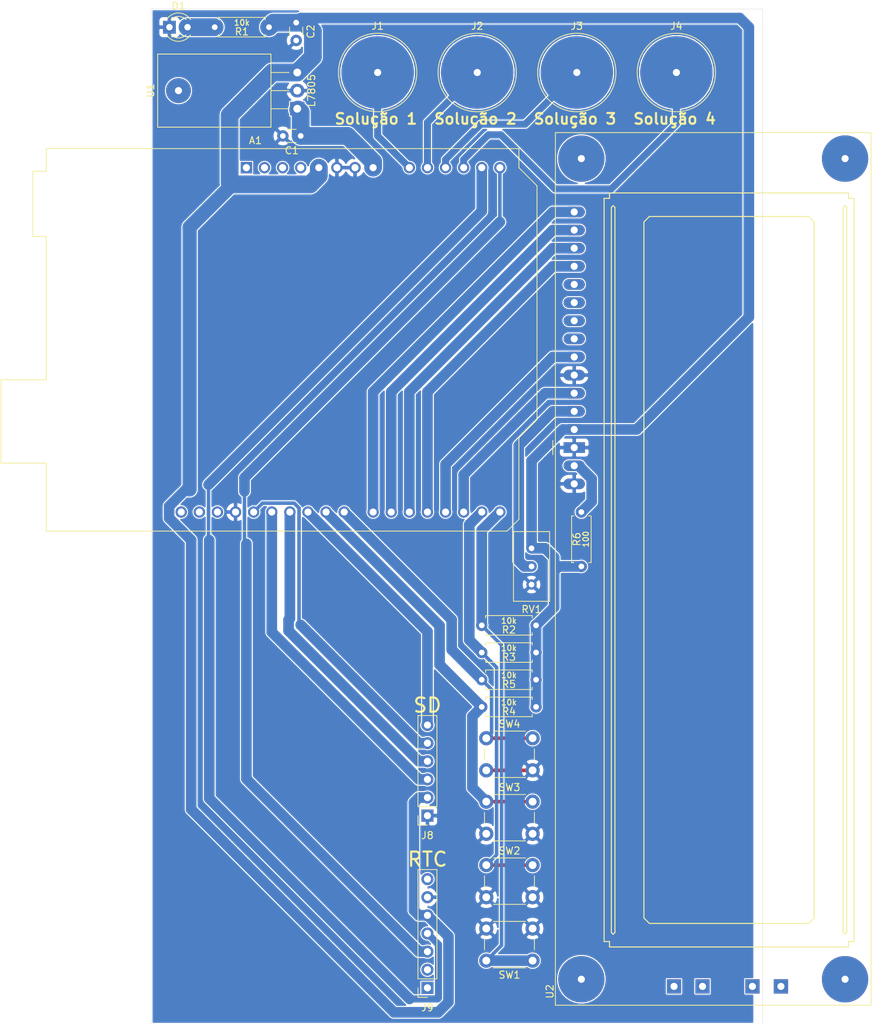
<source format=kicad_pcb>
(kicad_pcb (version 20171130) (host pcbnew "(5.1.9)-1")

  (general
    (thickness 1.6)
    (drawings 4)
    (tracks 165)
    (zones 0)
    (modules 23)
    (nets 45)
  )

  (page A4)
  (layers
    (0 F.Cu signal)
    (31 B.Cu signal)
    (32 B.Adhes user)
    (33 F.Adhes user)
    (34 B.Paste user)
    (35 F.Paste user)
    (36 B.SilkS user)
    (37 F.SilkS user)
    (38 B.Mask user)
    (39 F.Mask user)
    (40 Dwgs.User user)
    (41 Cmts.User user)
    (42 Eco1.User user)
    (43 Eco2.User user)
    (44 Edge.Cuts user)
    (45 Margin user)
    (46 B.CrtYd user)
    (47 F.CrtYd user)
    (48 B.Fab user)
    (49 F.Fab user)
  )

  (setup
    (last_trace_width 1.5)
    (user_trace_width 0.3)
    (user_trace_width 0.5)
    (user_trace_width 0.8)
    (user_trace_width 1)
    (user_trace_width 1.5)
    (user_trace_width 2)
    (user_trace_width 2.5)
    (user_trace_width 3)
    (trace_clearance 0.15)
    (zone_clearance 0.15)
    (zone_45_only no)
    (trace_min 0.2)
    (via_size 0.8)
    (via_drill 0.4)
    (via_min_size 0.4)
    (via_min_drill 0.3)
    (uvia_size 0.3)
    (uvia_drill 0.1)
    (uvias_allowed no)
    (uvia_min_size 0.2)
    (uvia_min_drill 0.1)
    (edge_width 0.05)
    (segment_width 0.2)
    (pcb_text_width 0.3)
    (pcb_text_size 1.5 1.5)
    (mod_edge_width 0.12)
    (mod_text_size 1 1)
    (mod_text_width 0.15)
    (pad_size 3.5 3.5)
    (pad_drill 1)
    (pad_to_mask_clearance 0)
    (aux_axis_origin 0 0)
    (grid_origin 58.42 156.21)
    (visible_elements 7FFFFFFF)
    (pcbplotparams
      (layerselection 0x010fc_ffffffff)
      (usegerberextensions false)
      (usegerberattributes true)
      (usegerberadvancedattributes true)
      (creategerberjobfile true)
      (excludeedgelayer true)
      (linewidth 0.100000)
      (plotframeref false)
      (viasonmask false)
      (mode 1)
      (useauxorigin false)
      (hpglpennumber 1)
      (hpglpenspeed 20)
      (hpglpendiameter 15.000000)
      (psnegative false)
      (psa4output false)
      (plotreference true)
      (plotvalue true)
      (plotinvisibletext false)
      (padsonsilk false)
      (subtractmaskfromsilk false)
      (outputformat 1)
      (mirror false)
      (drillshape 0)
      (scaleselection 1)
      (outputdirectory "gerber/"))
  )

  (net 0 "")
  (net 1 /menos)
  (net 2 /mais)
  (net 3 "Net-(A1-Pad30)")
  (net 4 /scl)
  (net 5 GNDREF)
  (net 6 /sda)
  (net 7 /sck)
  (net 8 /s4)
  (net 9 /miso)
  (net 10 /s3)
  (net 11 /mosi)
  (net 12 /s2)
  (net 13 /cs)
  (net 14 /s1)
  (net 15 /selecionar)
  (net 16 /vin)
  (net 17 /cancelar)
  (net 18 /db7)
  (net 19 /db6)
  (net 20 /db5)
  (net 21 "Net-(A1-Pad4)")
  (net 22 /db4)
  (net 23 "Net-(A1-Pad3)")
  (net 24 /rs)
  (net 25 "Net-(A1-Pad2)")
  (net 26 /e)
  (net 27 "Net-(A1-Pad1)")
  (net 28 "Net-(A1-Pad31)")
  (net 29 "Net-(A1-Pad32)")
  (net 30 /5v)
  (net 31 "Net-(D1-Pad2)")
  (net 32 /bat)
  (net 33 /ds)
  (net 34 /sq)
  (net 35 "Net-(R6-Pad2)")
  (net 36 "Net-(RV1-Pad2)")
  (net 37 "Net-(U2-PadK2)")
  (net 38 "Net-(U2-PadA2)")
  (net 39 "Net-(U2-PadK1)")
  (net 40 "Net-(U2-PadA1)")
  (net 41 "Net-(U2-Pad7)")
  (net 42 "Net-(U2-Pad8)")
  (net 43 "Net-(U2-Pad9)")
  (net 44 "Net-(U2-Pad10)")

  (net_class Default "This is the default net class."
    (clearance 0.15)
    (trace_width 0.3)
    (via_dia 0.8)
    (via_drill 0.4)
    (uvia_dia 0.3)
    (uvia_drill 0.1)
    (add_net /bat)
    (add_net /cancelar)
    (add_net /cs)
    (add_net /db4)
    (add_net /db5)
    (add_net /db6)
    (add_net /db7)
    (add_net /ds)
    (add_net /e)
    (add_net /mais)
    (add_net /menos)
    (add_net /miso)
    (add_net /mosi)
    (add_net /rs)
    (add_net /sck)
    (add_net /scl)
    (add_net /sda)
    (add_net /selecionar)
    (add_net /sq)
    (add_net /vin)
    (add_net GNDREF)
    (add_net "Net-(A1-Pad1)")
    (add_net "Net-(A1-Pad2)")
    (add_net "Net-(A1-Pad3)")
    (add_net "Net-(A1-Pad30)")
    (add_net "Net-(A1-Pad31)")
    (add_net "Net-(A1-Pad32)")
    (add_net "Net-(A1-Pad4)")
    (add_net "Net-(D1-Pad2)")
    (add_net "Net-(R6-Pad2)")
    (add_net "Net-(RV1-Pad2)")
    (add_net "Net-(U2-Pad10)")
    (add_net "Net-(U2-Pad7)")
    (add_net "Net-(U2-Pad8)")
    (add_net "Net-(U2-Pad9)")
    (add_net "Net-(U2-PadA1)")
    (add_net "Net-(U2-PadA2)")
    (add_net "Net-(U2-PadK1)")
    (add_net "Net-(U2-PadK2)")
  )

  (net_class opcao1 ""
    (clearance 0.15)
    (trace_width 0.5)
    (via_dia 0.8)
    (via_drill 0.4)
    (uvia_dia 0.3)
    (uvia_drill 0.1)
  )

  (net_class opcao2 ""
    (clearance 0.15)
    (trace_width 0.8)
    (via_dia 0.8)
    (via_drill 0.4)
    (uvia_dia 0.3)
    (uvia_drill 0.1)
  )

  (net_class opcao3 ""
    (clearance 0.15)
    (trace_width 1)
    (via_dia 0.8)
    (via_drill 0.4)
    (uvia_dia 0.3)
    (uvia_drill 0.1)
    (add_net /5v)
  )

  (net_class opcao4 ""
    (clearance 0.15)
    (trace_width 1.5)
    (via_dia 0.8)
    (via_drill 0.4)
    (uvia_dia 0.3)
    (uvia_drill 0.1)
    (add_net /s1)
    (add_net /s2)
    (add_net /s3)
    (add_net /s4)
  )

  (module Module:Arduino_UNO_R3 (layer F.Cu) (tedit 58AB60FC) (tstamp 60C2C329)
    (at 71.755 52.705)
    (descr "Arduino UNO R3, http://www.mouser.com/pdfdocs/Gravitech_Arduino_Nano3_0.pdf")
    (tags "Arduino UNO R3")
    (path /60C9BEE1)
    (fp_text reference A1 (at 1.27 -3.81 180) (layer F.SilkS)
      (effects (font (size 1 1) (thickness 0.15)))
    )
    (fp_text value Arduino_UNO_R3 (at 0 22.86) (layer F.Fab)
      (effects (font (size 1 1) (thickness 0.15)))
    )
    (fp_line (start 38.35 -2.79) (end 38.35 0) (layer F.CrtYd) (width 0.05))
    (fp_line (start 38.35 0) (end 40.89 2.54) (layer F.CrtYd) (width 0.05))
    (fp_line (start 40.89 2.54) (end 40.89 35.31) (layer F.CrtYd) (width 0.05))
    (fp_line (start 40.89 35.31) (end 38.35 37.85) (layer F.CrtYd) (width 0.05))
    (fp_line (start 38.35 37.85) (end 38.35 49.28) (layer F.CrtYd) (width 0.05))
    (fp_line (start 38.35 49.28) (end 36.58 51.05) (layer F.CrtYd) (width 0.05))
    (fp_line (start 36.58 51.05) (end -28.19 51.05) (layer F.CrtYd) (width 0.05))
    (fp_line (start -28.19 51.05) (end -28.19 41.53) (layer F.CrtYd) (width 0.05))
    (fp_line (start -28.19 41.53) (end -34.54 41.53) (layer F.CrtYd) (width 0.05))
    (fp_line (start -34.54 41.53) (end -34.54 29.59) (layer F.CrtYd) (width 0.05))
    (fp_line (start -34.54 29.59) (end -28.19 29.59) (layer F.CrtYd) (width 0.05))
    (fp_line (start -28.19 29.59) (end -28.19 9.78) (layer F.CrtYd) (width 0.05))
    (fp_line (start -28.19 9.78) (end -30.1 9.78) (layer F.CrtYd) (width 0.05))
    (fp_line (start -30.1 9.78) (end -30.1 0.38) (layer F.CrtYd) (width 0.05))
    (fp_line (start -30.1 0.38) (end -28.19 0.38) (layer F.CrtYd) (width 0.05))
    (fp_line (start -28.19 0.38) (end -28.19 -2.79) (layer F.CrtYd) (width 0.05))
    (fp_line (start -28.19 -2.79) (end 38.35 -2.79) (layer F.CrtYd) (width 0.05))
    (fp_line (start 40.77 35.31) (end 40.77 2.54) (layer F.SilkS) (width 0.12))
    (fp_line (start 40.77 2.54) (end 38.23 0) (layer F.SilkS) (width 0.12))
    (fp_line (start 38.23 0) (end 38.23 -2.67) (layer F.SilkS) (width 0.12))
    (fp_line (start 38.23 -2.67) (end -28.07 -2.67) (layer F.SilkS) (width 0.12))
    (fp_line (start -28.07 -2.67) (end -28.07 0.51) (layer F.SilkS) (width 0.12))
    (fp_line (start -28.07 0.51) (end -29.97 0.51) (layer F.SilkS) (width 0.12))
    (fp_line (start -29.97 0.51) (end -29.97 9.65) (layer F.SilkS) (width 0.12))
    (fp_line (start -29.97 9.65) (end -28.07 9.65) (layer F.SilkS) (width 0.12))
    (fp_line (start -28.07 9.65) (end -28.07 29.72) (layer F.SilkS) (width 0.12))
    (fp_line (start -28.07 29.72) (end -34.42 29.72) (layer F.SilkS) (width 0.12))
    (fp_line (start -34.42 29.72) (end -34.42 41.4) (layer F.SilkS) (width 0.12))
    (fp_line (start -34.42 41.4) (end -28.07 41.4) (layer F.SilkS) (width 0.12))
    (fp_line (start -28.07 41.4) (end -28.07 50.93) (layer F.SilkS) (width 0.12))
    (fp_line (start -28.07 50.93) (end 36.58 50.93) (layer F.SilkS) (width 0.12))
    (fp_line (start 36.58 50.93) (end 38.23 49.28) (layer F.SilkS) (width 0.12))
    (fp_line (start 38.23 49.28) (end 38.23 37.85) (layer F.SilkS) (width 0.12))
    (fp_line (start 38.23 37.85) (end 40.77 35.31) (layer F.SilkS) (width 0.12))
    (fp_line (start -34.29 29.84) (end -18.41 29.84) (layer F.Fab) (width 0.1))
    (fp_line (start -18.41 29.84) (end -18.41 41.27) (layer F.Fab) (width 0.1))
    (fp_line (start -18.41 41.27) (end -34.29 41.27) (layer F.Fab) (width 0.1))
    (fp_line (start -34.29 41.27) (end -34.29 29.84) (layer F.Fab) (width 0.1))
    (fp_line (start -29.84 0.64) (end -16.51 0.64) (layer F.Fab) (width 0.1))
    (fp_line (start -16.51 0.64) (end -16.51 9.53) (layer F.Fab) (width 0.1))
    (fp_line (start -16.51 9.53) (end -29.84 9.53) (layer F.Fab) (width 0.1))
    (fp_line (start -29.84 9.53) (end -29.84 0.64) (layer F.Fab) (width 0.1))
    (fp_line (start 38.1 37.85) (end 38.1 49.28) (layer F.Fab) (width 0.1))
    (fp_line (start 40.64 2.54) (end 40.64 35.31) (layer F.Fab) (width 0.1))
    (fp_line (start 40.64 35.31) (end 38.1 37.85) (layer F.Fab) (width 0.1))
    (fp_line (start 38.1 -2.54) (end 38.1 0) (layer F.Fab) (width 0.1))
    (fp_line (start 38.1 0) (end 40.64 2.54) (layer F.Fab) (width 0.1))
    (fp_line (start 38.1 49.28) (end 36.58 50.8) (layer F.Fab) (width 0.1))
    (fp_line (start 36.58 50.8) (end -27.94 50.8) (layer F.Fab) (width 0.1))
    (fp_line (start -27.94 50.8) (end -27.94 -2.54) (layer F.Fab) (width 0.1))
    (fp_line (start -27.94 -2.54) (end 38.1 -2.54) (layer F.Fab) (width 0.1))
    (fp_text user %R (at 0 20.32 180) (layer F.Fab)
      (effects (font (size 1 1) (thickness 0.15)))
    )
    (pad 16 thru_hole oval (at 33.02 48.26 90) (size 1.6 1.6) (drill 1) (layers *.Cu *.Mask)
      (net 1 /menos))
    (pad 15 thru_hole oval (at 35.56 48.26 90) (size 1.6 1.6) (drill 1) (layers *.Cu *.Mask)
      (net 2 /mais))
    (pad 30 thru_hole oval (at -4.06 48.26 90) (size 1.6 1.6) (drill 1) (layers *.Cu *.Mask)
      (net 3 "Net-(A1-Pad30)"))
    (pad 14 thru_hole oval (at 35.56 0 90) (size 1.6 1.6) (drill 1) (layers *.Cu *.Mask)
      (net 4 /scl))
    (pad 29 thru_hole oval (at -1.52 48.26 90) (size 1.6 1.6) (drill 1) (layers *.Cu *.Mask)
      (net 5 GNDREF))
    (pad 13 thru_hole oval (at 33.02 0 90) (size 1.6 1.6) (drill 1) (layers *.Cu *.Mask)
      (net 6 /sda))
    (pad 28 thru_hole oval (at 1.02 48.26 90) (size 1.6 1.6) (drill 1) (layers *.Cu *.Mask)
      (net 7 /sck))
    (pad 12 thru_hole oval (at 30.48 0 90) (size 1.6 1.6) (drill 1) (layers *.Cu *.Mask)
      (net 8 /s4))
    (pad 27 thru_hole oval (at 3.56 48.26 90) (size 1.6 1.6) (drill 1) (layers *.Cu *.Mask)
      (net 9 /miso))
    (pad 11 thru_hole oval (at 27.94 0 90) (size 1.6 1.6) (drill 1) (layers *.Cu *.Mask)
      (net 10 /s3))
    (pad 26 thru_hole oval (at 6.1 48.26 90) (size 1.6 1.6) (drill 1) (layers *.Cu *.Mask)
      (net 11 /mosi))
    (pad 10 thru_hole oval (at 25.4 0 90) (size 1.6 1.6) (drill 1) (layers *.Cu *.Mask)
      (net 12 /s2))
    (pad 25 thru_hole oval (at 8.64 48.26 90) (size 1.6 1.6) (drill 1) (layers *.Cu *.Mask)
      (net 13 /cs))
    (pad 9 thru_hole oval (at 22.86 0 90) (size 1.6 1.6) (drill 1) (layers *.Cu *.Mask)
      (net 14 /s1))
    (pad 24 thru_hole oval (at 11.18 48.26 90) (size 1.6 1.6) (drill 1) (layers *.Cu *.Mask)
      (net 15 /selecionar))
    (pad 8 thru_hole oval (at 17.78 0 90) (size 1.6 1.6) (drill 1) (layers *.Cu *.Mask)
      (net 16 /vin))
    (pad 23 thru_hole oval (at 13.72 48.26 90) (size 1.6 1.6) (drill 1) (layers *.Cu *.Mask)
      (net 17 /cancelar))
    (pad 7 thru_hole oval (at 15.24 0 90) (size 1.6 1.6) (drill 1) (layers *.Cu *.Mask)
      (net 5 GNDREF))
    (pad 22 thru_hole oval (at 17.78 48.26 90) (size 1.6 1.6) (drill 1) (layers *.Cu *.Mask)
      (net 18 /db7))
    (pad 6 thru_hole oval (at 12.7 0 90) (size 1.6 1.6) (drill 1) (layers *.Cu *.Mask)
      (net 5 GNDREF))
    (pad 21 thru_hole oval (at 20.32 48.26 90) (size 1.6 1.6) (drill 1) (layers *.Cu *.Mask)
      (net 19 /db6))
    (pad 5 thru_hole oval (at 10.16 0 90) (size 1.6 1.6) (drill 1) (layers *.Cu *.Mask)
      (net 30 /5v))
    (pad 20 thru_hole oval (at 22.86 48.26 90) (size 1.6 1.6) (drill 1) (layers *.Cu *.Mask)
      (net 20 /db5))
    (pad 4 thru_hole oval (at 7.62 0 90) (size 1.6 1.6) (drill 1) (layers *.Cu *.Mask)
      (net 21 "Net-(A1-Pad4)"))
    (pad 19 thru_hole oval (at 25.4 48.26 90) (size 1.6 1.6) (drill 1) (layers *.Cu *.Mask)
      (net 22 /db4))
    (pad 3 thru_hole oval (at 5.08 0 90) (size 1.6 1.6) (drill 1) (layers *.Cu *.Mask)
      (net 23 "Net-(A1-Pad3)"))
    (pad 18 thru_hole oval (at 27.94 48.26 90) (size 1.6 1.6) (drill 1) (layers *.Cu *.Mask)
      (net 26 /e))
    (pad 2 thru_hole oval (at 2.54 0 90) (size 1.6 1.6) (drill 1) (layers *.Cu *.Mask)
      (net 25 "Net-(A1-Pad2)"))
    (pad 17 thru_hole oval (at 30.48 48.26 90) (size 1.6 1.6) (drill 1) (layers *.Cu *.Mask)
      (net 24 /rs))
    (pad 1 thru_hole rect (at 0 0 90) (size 1.6 1.6) (drill 1) (layers *.Cu *.Mask)
      (net 27 "Net-(A1-Pad1)"))
    (pad 31 thru_hole oval (at -6.6 48.26 90) (size 1.6 1.6) (drill 1) (layers *.Cu *.Mask)
      (net 28 "Net-(A1-Pad31)"))
    (pad 32 thru_hole oval (at -9.14 48.26 90) (size 1.6 1.6) (drill 1) (layers *.Cu *.Mask)
      (net 29 "Net-(A1-Pad32)"))
    (model ${KISYS3DMOD}/Module.3dshapes/Arduino_UNO_R3.wrl
      (at (xyz 0 0 0))
      (scale (xyz 1 1 1))
      (rotate (xyz 0 0 0))
    )
  )

  (module Connector_PinSocket_2.54mm:PinSocket_1x07_P2.54mm_Vertical (layer F.Cu) (tedit 5A19A433) (tstamp 60C37376)
    (at 97.155 167.64 180)
    (descr "Through hole straight socket strip, 1x07, 2.54mm pitch, single row (from Kicad 4.0.7), script generated")
    (tags "Through hole socket strip THT 1x07 2.54mm single row")
    (path /60C13D03)
    (fp_text reference J9 (at 0 -2.77) (layer F.SilkS)
      (effects (font (size 1 1) (thickness 0.15)))
    )
    (fp_text value RTC (at 0 18.01) (layer F.SilkS)
      (effects (font (size 2 2) (thickness 0.3)))
    )
    (fp_line (start -1.27 -1.27) (end 0.635 -1.27) (layer F.Fab) (width 0.1))
    (fp_line (start 0.635 -1.27) (end 1.27 -0.635) (layer F.Fab) (width 0.1))
    (fp_line (start 1.27 -0.635) (end 1.27 16.51) (layer F.Fab) (width 0.1))
    (fp_line (start 1.27 16.51) (end -1.27 16.51) (layer F.Fab) (width 0.1))
    (fp_line (start -1.27 16.51) (end -1.27 -1.27) (layer F.Fab) (width 0.1))
    (fp_line (start -1.33 1.27) (end 1.33 1.27) (layer F.SilkS) (width 0.12))
    (fp_line (start -1.33 1.27) (end -1.33 16.57) (layer F.SilkS) (width 0.12))
    (fp_line (start -1.33 16.57) (end 1.33 16.57) (layer F.SilkS) (width 0.12))
    (fp_line (start 1.33 1.27) (end 1.33 16.57) (layer F.SilkS) (width 0.12))
    (fp_line (start 1.33 -1.33) (end 1.33 0) (layer F.SilkS) (width 0.12))
    (fp_line (start 0 -1.33) (end 1.33 -1.33) (layer F.SilkS) (width 0.12))
    (fp_line (start -1.8 -1.8) (end 1.75 -1.8) (layer F.CrtYd) (width 0.05))
    (fp_line (start 1.75 -1.8) (end 1.75 17) (layer F.CrtYd) (width 0.05))
    (fp_line (start 1.75 17) (end -1.8 17) (layer F.CrtYd) (width 0.05))
    (fp_line (start -1.8 17) (end -1.8 -1.8) (layer F.CrtYd) (width 0.05))
    (fp_text user %R (at 0 7.62 90) (layer F.Fab)
      (effects (font (size 1 1) (thickness 0.15)))
    )
    (pad 7 thru_hole oval (at 0 15.24 180) (size 1.7 1.7) (drill 1) (layers *.Cu *.Mask)
      (net 32 /bat))
    (pad 6 thru_hole oval (at 0 12.7 180) (size 1.7 1.7) (drill 1) (layers *.Cu *.Mask)
      (net 5 GNDREF))
    (pad 5 thru_hole oval (at 0 10.16 180) (size 1.7 1.7) (drill 1) (layers *.Cu *.Mask)
      (net 30 /5v))
    (pad 4 thru_hole oval (at 0 7.62 180) (size 1.7 1.7) (drill 1) (layers *.Cu *.Mask)
      (net 6 /sda))
    (pad 3 thru_hole oval (at 0 5.08 180) (size 1.7 1.7) (drill 1) (layers *.Cu *.Mask)
      (net 4 /scl))
    (pad 2 thru_hole oval (at 0 2.54 180) (size 1.7 1.7) (drill 1) (layers *.Cu *.Mask)
      (net 33 /ds))
    (pad 1 thru_hole rect (at 0 0 180) (size 1.7 1.7) (drill 1) (layers *.Cu *.Mask)
      (net 34 /sq))
    (model ${KISYS3DMOD}/Connector_PinSocket_2.54mm.3dshapes/PinSocket_1x07_P2.54mm_Vertical.wrl
      (at (xyz 0 0 0))
      (scale (xyz 1 1 1))
      (rotate (xyz 0 0 0))
    )
  )

  (module Display:LCD-016N002L (layer F.Cu) (tedit 60C2756A) (tstamp 60C2CB51)
    (at 117.745 91.935 90)
    (descr "16 x 2 Character LCD, http://www.vishay.com/product?docid=37299")
    (tags "LCD-016N002L 16 x 2 Character LCD")
    (path /60C27152)
    (fp_text reference U2 (at -76.21 -3.41 270) (layer F.SilkS)
      (effects (font (size 1 1) (thickness 0.15)))
    )
    (fp_text value LCD-016N002L (at -72.59 42.76 270) (layer F.Fab)
      (effects (font (size 1 1) (thickness 0.15)))
    )
    (fp_line (start -78.14 41.64) (end 44.14 41.64) (layer F.SilkS) (width 0.12))
    (fp_line (start 44.14 -2.64) (end 44.14 41.64) (layer F.SilkS) (width 0.12))
    (fp_line (start 1 -2.5) (end 44 -2.5) (layer F.Fab) (width 0.1))
    (fp_line (start 0 -1.5) (end -1 -2.5) (layer F.Fab) (width 0.1))
    (fp_line (start 1 -2.5) (end 0 -1.5) (layer F.Fab) (width 0.1))
    (fp_line (start -1 -3) (end 1 -3) (layer F.SilkS) (width 0.12))
    (fp_line (start 44.14 -2.64) (end -78.14 -2.64) (layer F.SilkS) (width 0.12))
    (fp_line (start -78.14 -2.64) (end -78.14 41.64) (layer F.SilkS) (width 0.12))
    (fp_line (start 44.25 -2.75) (end 44.25 41.75) (layer F.CrtYd) (width 0.05))
    (fp_line (start -78.25 41.75) (end 44.25 41.75) (layer F.CrtYd) (width 0.05))
    (fp_line (start -78.25 -2.75) (end -78.25 41.75) (layer F.CrtYd) (width 0.05))
    (fp_line (start -78.25 -2.75) (end 44.25 -2.75) (layer F.CrtYd) (width 0.05))
    (fp_line (start 33.655 5.207) (end -67.945 5.207) (layer F.SilkS) (width 0.15))
    (fp_line (start -67.945 5.207) (end -68.199 5.461) (layer F.SilkS) (width 0.15))
    (fp_line (start -68.199 5.461) (end -67.945 5.715) (layer F.SilkS) (width 0.15))
    (fp_line (start -67.945 5.715) (end 33.655 5.715) (layer F.SilkS) (width 0.15))
    (fp_line (start 33.655 5.207) (end 33.909 5.461) (layer F.SilkS) (width 0.15))
    (fp_line (start 33.909 5.461) (end 33.655 5.715) (layer F.SilkS) (width 0.15))
    (fp_line (start 33.655 38.227) (end 33.909 37.973) (layer F.SilkS) (width 0.15))
    (fp_line (start 33.909 37.973) (end 33.655 37.719) (layer F.SilkS) (width 0.15))
    (fp_line (start 33.655 37.719) (end -67.945 37.719) (layer F.SilkS) (width 0.15))
    (fp_line (start -67.945 37.719) (end -68.199 37.973) (layer F.SilkS) (width 0.15))
    (fp_line (start -68.199 37.973) (end -67.945 38.227) (layer F.SilkS) (width 0.15))
    (fp_line (start -67.945 38.227) (end 33.655 38.227) (layer F.SilkS) (width 0.15))
    (fp_line (start 32.385 10.541) (end 32.385 32.893) (layer F.SilkS) (width 0.15))
    (fp_line (start -65.913 9.779) (end 31.623 9.779) (layer F.SilkS) (width 0.15))
    (fp_line (start -66.675 32.893) (end -66.675 10.541) (layer F.SilkS) (width 0.15))
    (fp_line (start 31.623 33.655) (end -65.913 33.655) (layer F.SilkS) (width 0.15))
    (fp_line (start 31.623 9.779) (end 32.385 10.541) (layer F.SilkS) (width 0.15))
    (fp_line (start -66.675 10.541) (end -65.913 9.779) (layer F.SilkS) (width 0.15))
    (fp_line (start -65.913 33.655) (end -66.675 32.893) (layer F.SilkS) (width 0.15))
    (fp_line (start 32.385 32.893) (end 31.623 33.655) (layer F.SilkS) (width 0.15))
    (fp_line (start -69.977 4.953) (end -69.977 38.481) (layer F.SilkS) (width 0.15))
    (fp_line (start 34.925 4.191) (end -69.215 4.191) (layer F.SilkS) (width 0.15))
    (fp_line (start 35.687 38.481) (end 35.687 4.953) (layer F.SilkS) (width 0.15))
    (fp_line (start -69.215 39.243) (end 34.925 39.243) (layer F.SilkS) (width 0.15))
    (fp_line (start 34.925 4.191) (end 34.925 4.953) (layer F.SilkS) (width 0.15))
    (fp_line (start 34.925 4.953) (end 35.687 4.953) (layer F.SilkS) (width 0.15))
    (fp_line (start -69.215 4.191) (end -69.215 4.953) (layer F.SilkS) (width 0.15))
    (fp_line (start -69.215 4.953) (end -69.977 4.953) (layer F.SilkS) (width 0.15))
    (fp_line (start -69.215 39.243) (end -69.215 38.481) (layer F.SilkS) (width 0.15))
    (fp_line (start -69.215 38.481) (end -69.977 38.481) (layer F.SilkS) (width 0.15))
    (fp_line (start 35.687 38.481) (end 34.925 38.481) (layer F.SilkS) (width 0.15))
    (fp_line (start 34.925 38.481) (end 34.925 39.243) (layer F.SilkS) (width 0.15))
    (fp_line (start 44 -2.5) (end 44 41.5) (layer F.Fab) (width 0.1))
    (fp_line (start 44 41.5) (end -78 41.5) (layer F.Fab) (width 0.1))
    (fp_line (start -78 41.5) (end -78 -2.5) (layer F.Fab) (width 0.1))
    (fp_line (start -78 -2.5) (end -1 -2.5) (layer F.Fab) (width 0.1))
    (fp_text user %R (at -19.6 22.12 90) (layer F.Fab)
      (effects (font (size 1 1) (thickness 0.1)))
    )
    (pad K2 thru_hole rect (at -75.5 29 270) (size 2 2) (drill 1) (layers *.Cu *.Mask)
      (net 37 "Net-(U2-PadK2)"))
    (pad A2 thru_hole rect (at -75.5 25 270) (size 2 2) (drill 1) (layers *.Cu *.Mask)
      (net 38 "Net-(U2-PadA2)"))
    (pad K1 thru_hole rect (at -75.5 18 270) (size 2 2) (drill 1) (layers *.Cu *.Mask)
      (net 39 "Net-(U2-PadK1)"))
    (pad A1 thru_hole rect (at -75.5 14 270) (size 2 2) (drill 1) (layers *.Cu *.Mask)
      (net 40 "Net-(U2-PadA1)"))
    (pad "" thru_hole circle (at 40.5 38 270) (size 6.5 6.5) (drill 1) (layers *.Cu *.Mask))
    (pad "" thru_hole circle (at 40.5 1 270) (size 6.5 6.5) (drill 1) (layers *.Cu *.Mask))
    (pad "" thru_hole circle (at -74.5 38 270) (size 6.5 6.5) (drill 1) (layers *.Cu *.Mask))
    (pad "" thru_hole circle (at -74.5 1 270) (size 6.5 6.5) (drill 1) (layers *.Cu *.Mask))
    (pad 16 thru_hole oval (at -5.08 0 270) (size 1.5 3) (drill 1) (layers *.Cu *.Mask)
      (net 5 GNDREF))
    (pad 15 thru_hole oval (at -2.54 0 270) (size 1.5 3) (drill 1) (layers *.Cu *.Mask)
      (net 35 "Net-(R6-Pad2)"))
    (pad 1 thru_hole rect (at 0 0 270) (size 1.5 3) (drill 1) (layers *.Cu *.Mask)
      (net 5 GNDREF))
    (pad 2 thru_hole oval (at 2.54 0 270) (size 1.5 3) (drill 1) (layers *.Cu *.Mask)
      (net 30 /5v))
    (pad 3 thru_hole oval (at 5.08 0 270) (size 1.5 3) (drill 1) (layers *.Cu *.Mask)
      (net 36 "Net-(RV1-Pad2)"))
    (pad 4 thru_hole oval (at 7.62 0 270) (size 1.5 3) (drill 1) (layers *.Cu *.Mask)
      (net 24 /rs))
    (pad 5 thru_hole oval (at 10.16 0 270) (size 1.5 3) (drill 1) (layers *.Cu *.Mask)
      (net 5 GNDREF))
    (pad 6 thru_hole oval (at 12.7 0 270) (size 1.5 3) (drill 1) (layers *.Cu *.Mask)
      (net 26 /e))
    (pad 7 thru_hole oval (at 15.24 0 270) (size 1.5 3) (drill 1) (layers *.Cu *.Mask)
      (net 41 "Net-(U2-Pad7)"))
    (pad 8 thru_hole oval (at 17.78 0 270) (size 1.5 3) (drill 1) (layers *.Cu *.Mask)
      (net 42 "Net-(U2-Pad8)"))
    (pad 9 thru_hole oval (at 20.32 0 270) (size 1.5 3) (drill 1) (layers *.Cu *.Mask)
      (net 43 "Net-(U2-Pad9)"))
    (pad 10 thru_hole oval (at 22.86 0 270) (size 1.5 3) (drill 1) (layers *.Cu *.Mask)
      (net 44 "Net-(U2-Pad10)"))
    (pad 11 thru_hole oval (at 25.4 0 270) (size 1.5 3) (drill 1) (layers *.Cu *.Mask)
      (net 22 /db4))
    (pad 12 thru_hole oval (at 27.94 0 270) (size 1.5 3) (drill 1) (layers *.Cu *.Mask)
      (net 20 /db5))
    (pad 13 thru_hole oval (at 30.48 0 270) (size 1.5 3) (drill 1) (layers *.Cu *.Mask)
      (net 19 /db6))
    (pad 14 thru_hole oval (at 33.02 0 270) (size 1.5 3) (drill 1) (layers *.Cu *.Mask)
      (net 18 /db7))
    (model ${KISYS3DMOD}/Display.3dshapes/LCD-016N002L.wrl
      (at (xyz 0 0 0))
      (scale (xyz 1 1 1))
      (rotate (xyz 0 0 0))
    )
  )

  (module Package_TO_SOT_THT:TO-220-3_Horizontal_TabDown (layer F.Cu) (tedit 60C38BE4) (tstamp 60C352E9)
    (at 78.89 44.45 90)
    (descr "TO-220-3, Horizontal, RM 2.54mm, see https://www.vishay.com/docs/66542/to-220-1.pdf")
    (tags "TO-220-3 Horizontal RM 2.54mm")
    (path /60C17907)
    (fp_text reference U1 (at 2.54 -20.58 90) (layer F.SilkS)
      (effects (font (size 1 1) (thickness 0.15)))
    )
    (fp_text value L7805 (at 2.54 2 90) (layer F.SilkS)
      (effects (font (size 1 1) (thickness 0.15)))
    )
    (fp_line (start 7.79 -19.71) (end -2.71 -19.71) (layer F.CrtYd) (width 0.05))
    (fp_line (start 7.79 1.25) (end 7.79 -19.71) (layer F.CrtYd) (width 0.05))
    (fp_line (start -2.71 1.25) (end 7.79 1.25) (layer F.CrtYd) (width 0.05))
    (fp_line (start -2.71 -19.71) (end -2.71 1.25) (layer F.CrtYd) (width 0.05))
    (fp_line (start 5.08 -3.69) (end 5.08 -1.15) (layer F.SilkS) (width 0.12))
    (fp_line (start 2.54 -3.69) (end 2.54 -1.15) (layer F.SilkS) (width 0.12))
    (fp_line (start 0 -3.69) (end 0 -1.15) (layer F.SilkS) (width 0.12))
    (fp_line (start 7.66 -19.58) (end 7.66 -3.69) (layer F.SilkS) (width 0.12))
    (fp_line (start -2.58 -19.58) (end -2.58 -3.69) (layer F.SilkS) (width 0.12))
    (fp_line (start -2.58 -19.58) (end 7.66 -19.58) (layer F.SilkS) (width 0.12))
    (fp_line (start -2.58 -3.69) (end 7.66 -3.69) (layer F.SilkS) (width 0.12))
    (fp_line (start 5.08 -3.81) (end 5.08 0) (layer F.Fab) (width 0.1))
    (fp_line (start 2.54 -3.81) (end 2.54 0) (layer F.Fab) (width 0.1))
    (fp_line (start 0 -3.81) (end 0 0) (layer F.Fab) (width 0.1))
    (fp_line (start 7.54 -3.81) (end -2.46 -3.81) (layer F.Fab) (width 0.1))
    (fp_line (start 7.54 -13.06) (end 7.54 -3.81) (layer F.Fab) (width 0.1))
    (fp_line (start -2.46 -13.06) (end 7.54 -13.06) (layer F.Fab) (width 0.1))
    (fp_line (start -2.46 -3.81) (end -2.46 -13.06) (layer F.Fab) (width 0.1))
    (fp_line (start 7.54 -13.06) (end -2.46 -13.06) (layer F.Fab) (width 0.1))
    (fp_line (start 7.54 -19.46) (end 7.54 -13.06) (layer F.Fab) (width 0.1))
    (fp_line (start -2.46 -19.46) (end 7.54 -19.46) (layer F.Fab) (width 0.1))
    (fp_line (start -2.46 -13.06) (end -2.46 -19.46) (layer F.Fab) (width 0.1))
    (fp_circle (center 2.54 -16.66) (end 4.39 -16.66) (layer F.Fab) (width 0.1))
    (fp_text user %R (at 2.54 -20.58 90) (layer F.Fab)
      (effects (font (size 1 1) (thickness 0.15)))
    )
    (pad 3 thru_hole oval (at 5.08 0 90) (size 1.905 2) (drill 1.1) (layers *.Cu *.Mask)
      (net 30 /5v))
    (pad 2 thru_hole oval (at 2.54 0 90) (size 1.905 2) (drill 1.1) (layers *.Cu *.Mask)
      (net 5 GNDREF))
    (pad 1 thru_hole rect (at 0 0 90) (size 1.905 2) (drill 1.1) (layers *.Cu *.Mask)
      (net 16 /vin))
    (pad "" np_thru_hole oval (at 2.54 -16.66 90) (size 3.5 3.5) (drill 1) (layers *.Cu *.Mask))
    (model ${KISYS3DMOD}/Package_TO_SOT_THT.3dshapes/TO-220-3_Horizontal_TabDown.wrl
      (at (xyz 0 0 0))
      (scale (xyz 1 1 1))
      (rotate (xyz 0 0 0))
    )
  )

  (module Button_Switch_THT:SW_PUSH_6mm (layer F.Cu) (tedit 5A02FE31) (tstamp 60C34B50)
    (at 105.41 132.66)
    (descr https://www.omron.com/ecb/products/pdf/en-b3f.pdf)
    (tags "tact sw push 6mm")
    (path /60C4B4E4)
    (fp_text reference SW4 (at 3.25 -2) (layer F.SilkS)
      (effects (font (size 1 1) (thickness 0.15)))
    )
    (fp_text value cancelar (at 3.75 6.7) (layer F.Fab)
      (effects (font (size 1 1) (thickness 0.15)))
    )
    (fp_line (start 3.25 -0.75) (end 6.25 -0.75) (layer F.Fab) (width 0.1))
    (fp_line (start 6.25 -0.75) (end 6.25 5.25) (layer F.Fab) (width 0.1))
    (fp_line (start 6.25 5.25) (end 0.25 5.25) (layer F.Fab) (width 0.1))
    (fp_line (start 0.25 5.25) (end 0.25 -0.75) (layer F.Fab) (width 0.1))
    (fp_line (start 0.25 -0.75) (end 3.25 -0.75) (layer F.Fab) (width 0.1))
    (fp_line (start 7.75 6) (end 8 6) (layer F.CrtYd) (width 0.05))
    (fp_line (start 8 6) (end 8 5.75) (layer F.CrtYd) (width 0.05))
    (fp_line (start 7.75 -1.5) (end 8 -1.5) (layer F.CrtYd) (width 0.05))
    (fp_line (start 8 -1.5) (end 8 -1.25) (layer F.CrtYd) (width 0.05))
    (fp_line (start -1.5 -1.25) (end -1.5 -1.5) (layer F.CrtYd) (width 0.05))
    (fp_line (start -1.5 -1.5) (end -1.25 -1.5) (layer F.CrtYd) (width 0.05))
    (fp_line (start -1.5 5.75) (end -1.5 6) (layer F.CrtYd) (width 0.05))
    (fp_line (start -1.5 6) (end -1.25 6) (layer F.CrtYd) (width 0.05))
    (fp_line (start -1.25 -1.5) (end 7.75 -1.5) (layer F.CrtYd) (width 0.05))
    (fp_line (start -1.5 5.75) (end -1.5 -1.25) (layer F.CrtYd) (width 0.05))
    (fp_line (start 7.75 6) (end -1.25 6) (layer F.CrtYd) (width 0.05))
    (fp_line (start 8 -1.25) (end 8 5.75) (layer F.CrtYd) (width 0.05))
    (fp_line (start 1 5.5) (end 5.5 5.5) (layer F.SilkS) (width 0.12))
    (fp_line (start -0.25 1.5) (end -0.25 3) (layer F.SilkS) (width 0.12))
    (fp_line (start 5.5 -1) (end 1 -1) (layer F.SilkS) (width 0.12))
    (fp_line (start 6.75 3) (end 6.75 1.5) (layer F.SilkS) (width 0.12))
    (fp_circle (center 3.25 2.25) (end 1.25 2.5) (layer F.Fab) (width 0.1))
    (fp_text user %R (at 3.25 2.25) (layer F.Fab)
      (effects (font (size 1 1) (thickness 0.15)))
    )
    (pad 1 thru_hole circle (at 6.5 0 90) (size 2 2) (drill 1.1) (layers *.Cu *.Mask)
      (net 17 /cancelar))
    (pad 2 thru_hole circle (at 6.5 4.5 90) (size 2 2) (drill 1.1) (layers *.Cu *.Mask)
      (net 5 GNDREF))
    (pad 1 thru_hole circle (at 0 0 90) (size 2 2) (drill 1.1) (layers *.Cu *.Mask)
      (net 17 /cancelar))
    (pad 2 thru_hole circle (at 0 4.5 90) (size 2 2) (drill 1.1) (layers *.Cu *.Mask)
      (net 5 GNDREF))
    (model ${KISYS3DMOD}/Button_Switch_THT.3dshapes/SW_PUSH_6mm.wrl
      (at (xyz 0 0 0))
      (scale (xyz 1 1 1))
      (rotate (xyz 0 0 0))
    )
  )

  (module Button_Switch_THT:SW_PUSH_6mm (layer F.Cu) (tedit 5A02FE31) (tstamp 60C36C45)
    (at 105.41 141.55)
    (descr https://www.omron.com/ecb/products/pdf/en-b3f.pdf)
    (tags "tact sw push 6mm")
    (path /60C4B08D)
    (fp_text reference SW3 (at 3.25 -2) (layer F.SilkS)
      (effects (font (size 1 1) (thickness 0.15)))
    )
    (fp_text value selecionar (at 3.75 6.7) (layer F.Fab)
      (effects (font (size 1 1) (thickness 0.15)))
    )
    (fp_line (start 3.25 -0.75) (end 6.25 -0.75) (layer F.Fab) (width 0.1))
    (fp_line (start 6.25 -0.75) (end 6.25 5.25) (layer F.Fab) (width 0.1))
    (fp_line (start 6.25 5.25) (end 0.25 5.25) (layer F.Fab) (width 0.1))
    (fp_line (start 0.25 5.25) (end 0.25 -0.75) (layer F.Fab) (width 0.1))
    (fp_line (start 0.25 -0.75) (end 3.25 -0.75) (layer F.Fab) (width 0.1))
    (fp_line (start 7.75 6) (end 8 6) (layer F.CrtYd) (width 0.05))
    (fp_line (start 8 6) (end 8 5.75) (layer F.CrtYd) (width 0.05))
    (fp_line (start 7.75 -1.5) (end 8 -1.5) (layer F.CrtYd) (width 0.05))
    (fp_line (start 8 -1.5) (end 8 -1.25) (layer F.CrtYd) (width 0.05))
    (fp_line (start -1.5 -1.25) (end -1.5 -1.5) (layer F.CrtYd) (width 0.05))
    (fp_line (start -1.5 -1.5) (end -1.25 -1.5) (layer F.CrtYd) (width 0.05))
    (fp_line (start -1.5 5.75) (end -1.5 6) (layer F.CrtYd) (width 0.05))
    (fp_line (start -1.5 6) (end -1.25 6) (layer F.CrtYd) (width 0.05))
    (fp_line (start -1.25 -1.5) (end 7.75 -1.5) (layer F.CrtYd) (width 0.05))
    (fp_line (start -1.5 5.75) (end -1.5 -1.25) (layer F.CrtYd) (width 0.05))
    (fp_line (start 7.75 6) (end -1.25 6) (layer F.CrtYd) (width 0.05))
    (fp_line (start 8 -1.25) (end 8 5.75) (layer F.CrtYd) (width 0.05))
    (fp_line (start 1 5.5) (end 5.5 5.5) (layer F.SilkS) (width 0.12))
    (fp_line (start -0.25 1.5) (end -0.25 3) (layer F.SilkS) (width 0.12))
    (fp_line (start 5.5 -1) (end 1 -1) (layer F.SilkS) (width 0.12))
    (fp_line (start 6.75 3) (end 6.75 1.5) (layer F.SilkS) (width 0.12))
    (fp_circle (center 3.25 2.25) (end 1.25 2.5) (layer F.Fab) (width 0.1))
    (fp_text user %R (at 3.25 2.25) (layer F.Fab)
      (effects (font (size 1 1) (thickness 0.15)))
    )
    (pad 1 thru_hole circle (at 6.5 0 90) (size 2 2) (drill 1.1) (layers *.Cu *.Mask)
      (net 15 /selecionar))
    (pad 2 thru_hole circle (at 6.5 4.5 90) (size 2 2) (drill 1.1) (layers *.Cu *.Mask)
      (net 5 GNDREF))
    (pad 1 thru_hole circle (at 0 0 90) (size 2 2) (drill 1.1) (layers *.Cu *.Mask)
      (net 15 /selecionar))
    (pad 2 thru_hole circle (at 0 4.5 90) (size 2 2) (drill 1.1) (layers *.Cu *.Mask)
      (net 5 GNDREF))
    (model ${KISYS3DMOD}/Button_Switch_THT.3dshapes/SW_PUSH_6mm.wrl
      (at (xyz 0 0 0))
      (scale (xyz 1 1 1))
      (rotate (xyz 0 0 0))
    )
  )

  (module Button_Switch_THT:SW_PUSH_6mm (layer F.Cu) (tedit 5A02FE31) (tstamp 60C36AF2)
    (at 105.41 150.44)
    (descr https://www.omron.com/ecb/products/pdf/en-b3f.pdf)
    (tags "tact sw push 6mm")
    (path /60C4AC5C)
    (fp_text reference SW2 (at 3.25 -2) (layer F.SilkS)
      (effects (font (size 1 1) (thickness 0.15)))
    )
    (fp_text value menos (at 3.75 6.7) (layer F.Fab)
      (effects (font (size 1 1) (thickness 0.15)))
    )
    (fp_line (start 3.25 -0.75) (end 6.25 -0.75) (layer F.Fab) (width 0.1))
    (fp_line (start 6.25 -0.75) (end 6.25 5.25) (layer F.Fab) (width 0.1))
    (fp_line (start 6.25 5.25) (end 0.25 5.25) (layer F.Fab) (width 0.1))
    (fp_line (start 0.25 5.25) (end 0.25 -0.75) (layer F.Fab) (width 0.1))
    (fp_line (start 0.25 -0.75) (end 3.25 -0.75) (layer F.Fab) (width 0.1))
    (fp_line (start 7.75 6) (end 8 6) (layer F.CrtYd) (width 0.05))
    (fp_line (start 8 6) (end 8 5.75) (layer F.CrtYd) (width 0.05))
    (fp_line (start 7.75 -1.5) (end 8 -1.5) (layer F.CrtYd) (width 0.05))
    (fp_line (start 8 -1.5) (end 8 -1.25) (layer F.CrtYd) (width 0.05))
    (fp_line (start -1.5 -1.25) (end -1.5 -1.5) (layer F.CrtYd) (width 0.05))
    (fp_line (start -1.5 -1.5) (end -1.25 -1.5) (layer F.CrtYd) (width 0.05))
    (fp_line (start -1.5 5.75) (end -1.5 6) (layer F.CrtYd) (width 0.05))
    (fp_line (start -1.5 6) (end -1.25 6) (layer F.CrtYd) (width 0.05))
    (fp_line (start -1.25 -1.5) (end 7.75 -1.5) (layer F.CrtYd) (width 0.05))
    (fp_line (start -1.5 5.75) (end -1.5 -1.25) (layer F.CrtYd) (width 0.05))
    (fp_line (start 7.75 6) (end -1.25 6) (layer F.CrtYd) (width 0.05))
    (fp_line (start 8 -1.25) (end 8 5.75) (layer F.CrtYd) (width 0.05))
    (fp_line (start 1 5.5) (end 5.5 5.5) (layer F.SilkS) (width 0.12))
    (fp_line (start -0.25 1.5) (end -0.25 3) (layer F.SilkS) (width 0.12))
    (fp_line (start 5.5 -1) (end 1 -1) (layer F.SilkS) (width 0.12))
    (fp_line (start 6.75 3) (end 6.75 1.5) (layer F.SilkS) (width 0.12))
    (fp_circle (center 3.25 2.25) (end 1.25 2.5) (layer F.Fab) (width 0.1))
    (fp_text user %R (at 3.25 2.25) (layer F.Fab)
      (effects (font (size 1 1) (thickness 0.15)))
    )
    (pad 1 thru_hole circle (at 6.5 0 90) (size 2 2) (drill 1.1) (layers *.Cu *.Mask)
      (net 1 /menos))
    (pad 2 thru_hole circle (at 6.5 4.5 90) (size 2 2) (drill 1.1) (layers *.Cu *.Mask)
      (net 5 GNDREF))
    (pad 1 thru_hole circle (at 0 0 90) (size 2 2) (drill 1.1) (layers *.Cu *.Mask)
      (net 1 /menos))
    (pad 2 thru_hole circle (at 0 4.5 90) (size 2 2) (drill 1.1) (layers *.Cu *.Mask)
      (net 5 GNDREF))
    (model ${KISYS3DMOD}/Button_Switch_THT.3dshapes/SW_PUSH_6mm.wrl
      (at (xyz 0 0 0))
      (scale (xyz 1 1 1))
      (rotate (xyz 0 0 0))
    )
  )

  (module Button_Switch_THT:SW_PUSH_6mm (layer F.Cu) (tedit 5A02FE31) (tstamp 60C2FFF6)
    (at 111.91 163.83 180)
    (descr https://www.omron.com/ecb/products/pdf/en-b3f.pdf)
    (tags "tact sw push 6mm")
    (path /60C14E2B)
    (fp_text reference SW1 (at 3.25 -2) (layer F.SilkS)
      (effects (font (size 1 1) (thickness 0.15)))
    )
    (fp_text value mais (at 3.75 6.7) (layer F.Fab)
      (effects (font (size 1 1) (thickness 0.15)))
    )
    (fp_line (start 3.25 -0.75) (end 6.25 -0.75) (layer F.Fab) (width 0.1))
    (fp_line (start 6.25 -0.75) (end 6.25 5.25) (layer F.Fab) (width 0.1))
    (fp_line (start 6.25 5.25) (end 0.25 5.25) (layer F.Fab) (width 0.1))
    (fp_line (start 0.25 5.25) (end 0.25 -0.75) (layer F.Fab) (width 0.1))
    (fp_line (start 0.25 -0.75) (end 3.25 -0.75) (layer F.Fab) (width 0.1))
    (fp_line (start 7.75 6) (end 8 6) (layer F.CrtYd) (width 0.05))
    (fp_line (start 8 6) (end 8 5.75) (layer F.CrtYd) (width 0.05))
    (fp_line (start 7.75 -1.5) (end 8 -1.5) (layer F.CrtYd) (width 0.05))
    (fp_line (start 8 -1.5) (end 8 -1.25) (layer F.CrtYd) (width 0.05))
    (fp_line (start -1.5 -1.25) (end -1.5 -1.5) (layer F.CrtYd) (width 0.05))
    (fp_line (start -1.5 -1.5) (end -1.25 -1.5) (layer F.CrtYd) (width 0.05))
    (fp_line (start -1.5 5.75) (end -1.5 6) (layer F.CrtYd) (width 0.05))
    (fp_line (start -1.5 6) (end -1.25 6) (layer F.CrtYd) (width 0.05))
    (fp_line (start -1.25 -1.5) (end 7.75 -1.5) (layer F.CrtYd) (width 0.05))
    (fp_line (start -1.5 5.75) (end -1.5 -1.25) (layer F.CrtYd) (width 0.05))
    (fp_line (start 7.75 6) (end -1.25 6) (layer F.CrtYd) (width 0.05))
    (fp_line (start 8 -1.25) (end 8 5.75) (layer F.CrtYd) (width 0.05))
    (fp_line (start 1 5.5) (end 5.5 5.5) (layer F.SilkS) (width 0.12))
    (fp_line (start -0.25 1.5) (end -0.25 3) (layer F.SilkS) (width 0.12))
    (fp_line (start 5.5 -1) (end 1 -1) (layer F.SilkS) (width 0.12))
    (fp_line (start 6.75 3) (end 6.75 1.5) (layer F.SilkS) (width 0.12))
    (fp_circle (center 3.25 2.25) (end 1.25 2.5) (layer F.Fab) (width 0.1))
    (fp_text user %R (at 3.25 2.25) (layer F.Fab)
      (effects (font (size 1 1) (thickness 0.15)))
    )
    (pad 1 thru_hole circle (at 6.5 0 270) (size 2 2) (drill 1.1) (layers *.Cu *.Mask)
      (net 2 /mais))
    (pad 2 thru_hole circle (at 6.5 4.5 270) (size 2 2) (drill 1.1) (layers *.Cu *.Mask)
      (net 5 GNDREF))
    (pad 1 thru_hole circle (at 0 0 270) (size 2 2) (drill 1.1) (layers *.Cu *.Mask)
      (net 2 /mais))
    (pad 2 thru_hole circle (at 0 4.5 270) (size 2 2) (drill 1.1) (layers *.Cu *.Mask)
      (net 5 GNDREF))
    (model ${KISYS3DMOD}/Button_Switch_THT.3dshapes/SW_PUSH_6mm.wrl
      (at (xyz 0 0 0))
      (scale (xyz 1 1 1))
      (rotate (xyz 0 0 0))
    )
  )

  (module Potentiometer_THT:Potentiometer_Bourns_3386C_Horizontal (layer F.Cu) (tedit 5AA07388) (tstamp 60C3697A)
    (at 111.76 111.125 180)
    (descr "Potentiometer, horizontal, Bourns 3386C, https://www.bourns.com/pdfs/3386.pdf")
    (tags "Potentiometer horizontal Bourns 3386C")
    (path /60C29021)
    (fp_text reference RV1 (at 0 -3.475) (layer F.SilkS)
      (effects (font (size 1 1) (thickness 0.15)))
    )
    (fp_text value 10k (at 0 8.555) (layer F.Fab)
      (effects (font (size 1 1) (thickness 0.15)))
    )
    (fp_line (start 2.415 -2.225) (end 2.415 7.305) (layer F.Fab) (width 0.1))
    (fp_line (start 2.415 7.305) (end -2.415 7.305) (layer F.Fab) (width 0.1))
    (fp_line (start -2.415 7.305) (end -2.415 -2.225) (layer F.Fab) (width 0.1))
    (fp_line (start -2.415 -2.225) (end 2.415 -2.225) (layer F.Fab) (width 0.1))
    (fp_line (start -2.535 -2.345) (end 2.535 -2.345) (layer F.SilkS) (width 0.12))
    (fp_line (start -2.535 7.425) (end 2.535 7.425) (layer F.SilkS) (width 0.12))
    (fp_line (start 2.535 -2.345) (end 2.535 7.425) (layer F.SilkS) (width 0.12))
    (fp_line (start -2.535 -2.345) (end -2.535 7.425) (layer F.SilkS) (width 0.12))
    (fp_line (start -2.67 -2.48) (end -2.67 7.56) (layer F.CrtYd) (width 0.05))
    (fp_line (start -2.67 7.56) (end 2.67 7.56) (layer F.CrtYd) (width 0.05))
    (fp_line (start 2.67 7.56) (end 2.67 -2.48) (layer F.CrtYd) (width 0.05))
    (fp_line (start 2.67 -2.48) (end -2.67 -2.48) (layer F.CrtYd) (width 0.05))
    (fp_text user %R (at 0 2.54) (layer F.Fab)
      (effects (font (size 1 1) (thickness 0.15)))
    )
    (pad 1 thru_hole circle (at 0 0 180) (size 1.44 1.44) (drill 0.8) (layers *.Cu *.Mask)
      (net 5 GNDREF))
    (pad 2 thru_hole circle (at 0 2.54 180) (size 1.44 1.44) (drill 0.8) (layers *.Cu *.Mask)
      (net 36 "Net-(RV1-Pad2)"))
    (pad 3 thru_hole circle (at 0 5.08 180) (size 1.44 1.44) (drill 0.8) (layers *.Cu *.Mask)
      (net 30 /5v))
    (model ${KISYS3DMOD}/Potentiometer_THT.3dshapes/Potentiometer_Bourns_3386C_Horizontal.wrl
      (at (xyz 0 0 0))
      (scale (xyz 1 1 1))
      (rotate (xyz 0 0 0))
    )
    (model ${KISYS3DMOD}/Potentiometer_THT.3dshapes/Potentiometer_Bourns_3296W_Vertical.step
      (at (xyz 0 0 0))
      (scale (xyz 1 1 1))
      (rotate (xyz 0 0 -90))
    )
  )

  (module Resistor_THT:R_Axial_DIN0207_L6.3mm_D2.5mm_P7.62mm_Horizontal (layer F.Cu) (tedit 60BF18CE) (tstamp 60C368EC)
    (at 118.745 108.585 90)
    (descr "Resistor, Axial_DIN0207 series, Axial, Horizontal, pin pitch=7.62mm, 0.25W = 1/4W, length*diameter=6.3*2.5mm^2, http://cdn-reichelt.de/documents/datenblatt/B400/1_4W%23YAG.pdf")
    (tags "Resistor Axial_DIN0207 series Axial Horizontal pin pitch 7.62mm 0.25W = 1/4W length 6.3mm diameter 2.5mm")
    (path /60C2D08D)
    (fp_text reference R6 (at 3.81 -0.635 90) (layer F.SilkS)
      (effects (font (size 1 1) (thickness 0.15)))
    )
    (fp_text value 100 (at 3.81 0.635 90) (layer F.SilkS)
      (effects (font (size 0.8 0.8) (thickness 0.15)))
    )
    (fp_line (start 0.66 -1.25) (end 0.66 1.25) (layer F.Fab) (width 0.1))
    (fp_line (start 0.66 1.25) (end 6.96 1.25) (layer F.Fab) (width 0.1))
    (fp_line (start 6.96 1.25) (end 6.96 -1.25) (layer F.Fab) (width 0.1))
    (fp_line (start 6.96 -1.25) (end 0.66 -1.25) (layer F.Fab) (width 0.1))
    (fp_line (start 0 0) (end 0.66 0) (layer F.Fab) (width 0.1))
    (fp_line (start 7.62 0) (end 6.96 0) (layer F.Fab) (width 0.1))
    (fp_line (start 0.54 -1.04) (end 0.54 -1.37) (layer F.SilkS) (width 0.12))
    (fp_line (start 0.54 -1.37) (end 7.08 -1.37) (layer F.SilkS) (width 0.12))
    (fp_line (start 7.08 -1.37) (end 7.08 -1.04) (layer F.SilkS) (width 0.12))
    (fp_line (start 0.54 1.04) (end 0.54 1.37) (layer F.SilkS) (width 0.12))
    (fp_line (start 0.54 1.37) (end 7.08 1.37) (layer F.SilkS) (width 0.12))
    (fp_line (start 7.08 1.37) (end 7.08 1.04) (layer F.SilkS) (width 0.12))
    (fp_line (start -1.05 -1.5) (end -1.05 1.5) (layer F.CrtYd) (width 0.05))
    (fp_line (start -1.05 1.5) (end 8.67 1.5) (layer F.CrtYd) (width 0.05))
    (fp_line (start 8.67 1.5) (end 8.67 -1.5) (layer F.CrtYd) (width 0.05))
    (fp_line (start 8.67 -1.5) (end -1.05 -1.5) (layer F.CrtYd) (width 0.05))
    (fp_text user %R (at 3.81 0 90) (layer F.Fab)
      (effects (font (size 1 1) (thickness 0.15)))
    )
    (pad 2 thru_hole oval (at 7.62 0 90) (size 1.6 1.6) (drill 0.8) (layers *.Cu *.Mask)
      (net 35 "Net-(R6-Pad2)"))
    (pad 1 thru_hole circle (at 0 0 90) (size 1.6 1.6) (drill 0.8) (layers *.Cu *.Mask)
      (net 30 /5v))
    (model ${KISYS3DMOD}/Resistor_THT.3dshapes/R_Axial_DIN0207_L6.3mm_D2.5mm_P7.62mm_Horizontal.wrl
      (at (xyz 0 0 0))
      (scale (xyz 1 1 1))
      (rotate (xyz 0 0 0))
    )
  )

  (module Resistor_THT:R_Axial_DIN0207_L6.3mm_D2.5mm_P7.62mm_Horizontal (layer F.Cu) (tedit 60BF18CE) (tstamp 60C2B54A)
    (at 112.395 124.46 180)
    (descr "Resistor, Axial_DIN0207 series, Axial, Horizontal, pin pitch=7.62mm, 0.25W = 1/4W, length*diameter=6.3*2.5mm^2, http://cdn-reichelt.de/documents/datenblatt/B400/1_4W%23YAG.pdf")
    (tags "Resistor Axial_DIN0207 series Axial Horizontal pin pitch 7.62mm 0.25W = 1/4W length 6.3mm diameter 2.5mm")
    (path /60C537B2)
    (fp_text reference R5 (at 3.81 -0.635) (layer F.SilkS)
      (effects (font (size 1 1) (thickness 0.15)))
    )
    (fp_text value 10k (at 3.81 0.635) (layer F.SilkS)
      (effects (font (size 0.8 0.8) (thickness 0.15)))
    )
    (fp_line (start 0.66 -1.25) (end 0.66 1.25) (layer F.Fab) (width 0.1))
    (fp_line (start 0.66 1.25) (end 6.96 1.25) (layer F.Fab) (width 0.1))
    (fp_line (start 6.96 1.25) (end 6.96 -1.25) (layer F.Fab) (width 0.1))
    (fp_line (start 6.96 -1.25) (end 0.66 -1.25) (layer F.Fab) (width 0.1))
    (fp_line (start 0 0) (end 0.66 0) (layer F.Fab) (width 0.1))
    (fp_line (start 7.62 0) (end 6.96 0) (layer F.Fab) (width 0.1))
    (fp_line (start 0.54 -1.04) (end 0.54 -1.37) (layer F.SilkS) (width 0.12))
    (fp_line (start 0.54 -1.37) (end 7.08 -1.37) (layer F.SilkS) (width 0.12))
    (fp_line (start 7.08 -1.37) (end 7.08 -1.04) (layer F.SilkS) (width 0.12))
    (fp_line (start 0.54 1.04) (end 0.54 1.37) (layer F.SilkS) (width 0.12))
    (fp_line (start 0.54 1.37) (end 7.08 1.37) (layer F.SilkS) (width 0.12))
    (fp_line (start 7.08 1.37) (end 7.08 1.04) (layer F.SilkS) (width 0.12))
    (fp_line (start -1.05 -1.5) (end -1.05 1.5) (layer F.CrtYd) (width 0.05))
    (fp_line (start -1.05 1.5) (end 8.67 1.5) (layer F.CrtYd) (width 0.05))
    (fp_line (start 8.67 1.5) (end 8.67 -1.5) (layer F.CrtYd) (width 0.05))
    (fp_line (start 8.67 -1.5) (end -1.05 -1.5) (layer F.CrtYd) (width 0.05))
    (fp_text user %R (at 3.81 0) (layer F.Fab)
      (effects (font (size 1 1) (thickness 0.15)))
    )
    (pad 2 thru_hole oval (at 7.62 0 180) (size 1.6 1.6) (drill 0.8) (layers *.Cu *.Mask)
      (net 17 /cancelar))
    (pad 1 thru_hole circle (at 0 0 180) (size 1.6 1.6) (drill 0.8) (layers *.Cu *.Mask)
      (net 30 /5v))
    (model ${KISYS3DMOD}/Resistor_THT.3dshapes/R_Axial_DIN0207_L6.3mm_D2.5mm_P7.62mm_Horizontal.wrl
      (at (xyz 0 0 0))
      (scale (xyz 1 1 1))
      (rotate (xyz 0 0 0))
    )
  )

  (module Resistor_THT:R_Axial_DIN0207_L6.3mm_D2.5mm_P7.62mm_Horizontal (layer F.Cu) (tedit 60BF18CE) (tstamp 60C2EB56)
    (at 112.395 128.27 180)
    (descr "Resistor, Axial_DIN0207 series, Axial, Horizontal, pin pitch=7.62mm, 0.25W = 1/4W, length*diameter=6.3*2.5mm^2, http://cdn-reichelt.de/documents/datenblatt/B400/1_4W%23YAG.pdf")
    (tags "Resistor Axial_DIN0207 series Axial Horizontal pin pitch 7.62mm 0.25W = 1/4W length 6.3mm diameter 2.5mm")
    (path /60C53420)
    (fp_text reference R4 (at 3.81 -0.635) (layer F.SilkS)
      (effects (font (size 1 1) (thickness 0.15)))
    )
    (fp_text value 10k (at 3.81 0.635) (layer F.SilkS)
      (effects (font (size 0.8 0.8) (thickness 0.15)))
    )
    (fp_line (start 0.66 -1.25) (end 0.66 1.25) (layer F.Fab) (width 0.1))
    (fp_line (start 0.66 1.25) (end 6.96 1.25) (layer F.Fab) (width 0.1))
    (fp_line (start 6.96 1.25) (end 6.96 -1.25) (layer F.Fab) (width 0.1))
    (fp_line (start 6.96 -1.25) (end 0.66 -1.25) (layer F.Fab) (width 0.1))
    (fp_line (start 0 0) (end 0.66 0) (layer F.Fab) (width 0.1))
    (fp_line (start 7.62 0) (end 6.96 0) (layer F.Fab) (width 0.1))
    (fp_line (start 0.54 -1.04) (end 0.54 -1.37) (layer F.SilkS) (width 0.12))
    (fp_line (start 0.54 -1.37) (end 7.08 -1.37) (layer F.SilkS) (width 0.12))
    (fp_line (start 7.08 -1.37) (end 7.08 -1.04) (layer F.SilkS) (width 0.12))
    (fp_line (start 0.54 1.04) (end 0.54 1.37) (layer F.SilkS) (width 0.12))
    (fp_line (start 0.54 1.37) (end 7.08 1.37) (layer F.SilkS) (width 0.12))
    (fp_line (start 7.08 1.37) (end 7.08 1.04) (layer F.SilkS) (width 0.12))
    (fp_line (start -1.05 -1.5) (end -1.05 1.5) (layer F.CrtYd) (width 0.05))
    (fp_line (start -1.05 1.5) (end 8.67 1.5) (layer F.CrtYd) (width 0.05))
    (fp_line (start 8.67 1.5) (end 8.67 -1.5) (layer F.CrtYd) (width 0.05))
    (fp_line (start 8.67 -1.5) (end -1.05 -1.5) (layer F.CrtYd) (width 0.05))
    (fp_text user %R (at 3.81 0) (layer F.Fab)
      (effects (font (size 1 1) (thickness 0.15)))
    )
    (pad 2 thru_hole oval (at 7.62 0 180) (size 1.6 1.6) (drill 0.8) (layers *.Cu *.Mask)
      (net 15 /selecionar))
    (pad 1 thru_hole circle (at 0 0 180) (size 1.6 1.6) (drill 0.8) (layers *.Cu *.Mask)
      (net 30 /5v))
    (model ${KISYS3DMOD}/Resistor_THT.3dshapes/R_Axial_DIN0207_L6.3mm_D2.5mm_P7.62mm_Horizontal.wrl
      (at (xyz 0 0 0))
      (scale (xyz 1 1 1))
      (rotate (xyz 0 0 0))
    )
  )

  (module Resistor_THT:R_Axial_DIN0207_L6.3mm_D2.5mm_P7.62mm_Horizontal (layer F.Cu) (tedit 60BF18CE) (tstamp 60C2B58C)
    (at 112.395 120.65 180)
    (descr "Resistor, Axial_DIN0207 series, Axial, Horizontal, pin pitch=7.62mm, 0.25W = 1/4W, length*diameter=6.3*2.5mm^2, http://cdn-reichelt.de/documents/datenblatt/B400/1_4W%23YAG.pdf")
    (tags "Resistor Axial_DIN0207 series Axial Horizontal pin pitch 7.62mm 0.25W = 1/4W length 6.3mm diameter 2.5mm")
    (path /60C53099)
    (fp_text reference R3 (at 3.81 -0.635) (layer F.SilkS)
      (effects (font (size 1 1) (thickness 0.15)))
    )
    (fp_text value 10k (at 3.81 0.635) (layer F.SilkS)
      (effects (font (size 0.8 0.8) (thickness 0.15)))
    )
    (fp_line (start 0.66 -1.25) (end 0.66 1.25) (layer F.Fab) (width 0.1))
    (fp_line (start 0.66 1.25) (end 6.96 1.25) (layer F.Fab) (width 0.1))
    (fp_line (start 6.96 1.25) (end 6.96 -1.25) (layer F.Fab) (width 0.1))
    (fp_line (start 6.96 -1.25) (end 0.66 -1.25) (layer F.Fab) (width 0.1))
    (fp_line (start 0 0) (end 0.66 0) (layer F.Fab) (width 0.1))
    (fp_line (start 7.62 0) (end 6.96 0) (layer F.Fab) (width 0.1))
    (fp_line (start 0.54 -1.04) (end 0.54 -1.37) (layer F.SilkS) (width 0.12))
    (fp_line (start 0.54 -1.37) (end 7.08 -1.37) (layer F.SilkS) (width 0.12))
    (fp_line (start 7.08 -1.37) (end 7.08 -1.04) (layer F.SilkS) (width 0.12))
    (fp_line (start 0.54 1.04) (end 0.54 1.37) (layer F.SilkS) (width 0.12))
    (fp_line (start 0.54 1.37) (end 7.08 1.37) (layer F.SilkS) (width 0.12))
    (fp_line (start 7.08 1.37) (end 7.08 1.04) (layer F.SilkS) (width 0.12))
    (fp_line (start -1.05 -1.5) (end -1.05 1.5) (layer F.CrtYd) (width 0.05))
    (fp_line (start -1.05 1.5) (end 8.67 1.5) (layer F.CrtYd) (width 0.05))
    (fp_line (start 8.67 1.5) (end 8.67 -1.5) (layer F.CrtYd) (width 0.05))
    (fp_line (start 8.67 -1.5) (end -1.05 -1.5) (layer F.CrtYd) (width 0.05))
    (fp_text user %R (at 3.81 0) (layer F.Fab)
      (effects (font (size 1 1) (thickness 0.15)))
    )
    (pad 2 thru_hole oval (at 7.62 0 180) (size 1.6 1.6) (drill 0.8) (layers *.Cu *.Mask)
      (net 1 /menos))
    (pad 1 thru_hole circle (at 0 0 180) (size 1.6 1.6) (drill 0.8) (layers *.Cu *.Mask)
      (net 30 /5v))
    (model ${KISYS3DMOD}/Resistor_THT.3dshapes/R_Axial_DIN0207_L6.3mm_D2.5mm_P7.62mm_Horizontal.wrl
      (at (xyz 0 0 0))
      (scale (xyz 1 1 1))
      (rotate (xyz 0 0 0))
    )
  )

  (module Resistor_THT:R_Axial_DIN0207_L6.3mm_D2.5mm_P7.62mm_Horizontal (layer F.Cu) (tedit 60BF18CE) (tstamp 60C35E4E)
    (at 112.395 116.84 180)
    (descr "Resistor, Axial_DIN0207 series, Axial, Horizontal, pin pitch=7.62mm, 0.25W = 1/4W, length*diameter=6.3*2.5mm^2, http://cdn-reichelt.de/documents/datenblatt/B400/1_4W%23YAG.pdf")
    (tags "Resistor Axial_DIN0207 series Axial Horizontal pin pitch 7.62mm 0.25W = 1/4W length 6.3mm diameter 2.5mm")
    (path /60C52C4D)
    (fp_text reference R2 (at 3.81 -0.635) (layer F.SilkS)
      (effects (font (size 1 1) (thickness 0.15)))
    )
    (fp_text value 10k (at 3.81 0.635) (layer F.SilkS)
      (effects (font (size 0.8 0.8) (thickness 0.15)))
    )
    (fp_line (start 0.66 -1.25) (end 0.66 1.25) (layer F.Fab) (width 0.1))
    (fp_line (start 0.66 1.25) (end 6.96 1.25) (layer F.Fab) (width 0.1))
    (fp_line (start 6.96 1.25) (end 6.96 -1.25) (layer F.Fab) (width 0.1))
    (fp_line (start 6.96 -1.25) (end 0.66 -1.25) (layer F.Fab) (width 0.1))
    (fp_line (start 0 0) (end 0.66 0) (layer F.Fab) (width 0.1))
    (fp_line (start 7.62 0) (end 6.96 0) (layer F.Fab) (width 0.1))
    (fp_line (start 0.54 -1.04) (end 0.54 -1.37) (layer F.SilkS) (width 0.12))
    (fp_line (start 0.54 -1.37) (end 7.08 -1.37) (layer F.SilkS) (width 0.12))
    (fp_line (start 7.08 -1.37) (end 7.08 -1.04) (layer F.SilkS) (width 0.12))
    (fp_line (start 0.54 1.04) (end 0.54 1.37) (layer F.SilkS) (width 0.12))
    (fp_line (start 0.54 1.37) (end 7.08 1.37) (layer F.SilkS) (width 0.12))
    (fp_line (start 7.08 1.37) (end 7.08 1.04) (layer F.SilkS) (width 0.12))
    (fp_line (start -1.05 -1.5) (end -1.05 1.5) (layer F.CrtYd) (width 0.05))
    (fp_line (start -1.05 1.5) (end 8.67 1.5) (layer F.CrtYd) (width 0.05))
    (fp_line (start 8.67 1.5) (end 8.67 -1.5) (layer F.CrtYd) (width 0.05))
    (fp_line (start 8.67 -1.5) (end -1.05 -1.5) (layer F.CrtYd) (width 0.05))
    (fp_text user %R (at 3.81 0) (layer F.Fab)
      (effects (font (size 1 1) (thickness 0.15)))
    )
    (pad 2 thru_hole oval (at 7.62 0 180) (size 1.6 1.6) (drill 0.8) (layers *.Cu *.Mask)
      (net 2 /mais))
    (pad 1 thru_hole circle (at 0 0 180) (size 1.6 1.6) (drill 0.8) (layers *.Cu *.Mask)
      (net 30 /5v))
    (model ${KISYS3DMOD}/Resistor_THT.3dshapes/R_Axial_DIN0207_L6.3mm_D2.5mm_P7.62mm_Horizontal.wrl
      (at (xyz 0 0 0))
      (scale (xyz 1 1 1))
      (rotate (xyz 0 0 0))
    )
  )

  (module Resistor_THT:R_Axial_DIN0207_L6.3mm_D2.5mm_P7.62mm_Horizontal (layer F.Cu) (tedit 60BF18CE) (tstamp 60C2E1E5)
    (at 74.93 33.02 180)
    (descr "Resistor, Axial_DIN0207 series, Axial, Horizontal, pin pitch=7.62mm, 0.25W = 1/4W, length*diameter=6.3*2.5mm^2, http://cdn-reichelt.de/documents/datenblatt/B400/1_4W%23YAG.pdf")
    (tags "Resistor Axial_DIN0207 series Axial Horizontal pin pitch 7.62mm 0.25W = 1/4W length 6.3mm diameter 2.5mm")
    (path /60C44E0D)
    (fp_text reference R1 (at 3.81 -0.635) (layer F.SilkS)
      (effects (font (size 1 1) (thickness 0.15)))
    )
    (fp_text value 10k (at 3.81 0.635) (layer F.SilkS)
      (effects (font (size 0.8 0.8) (thickness 0.15)))
    )
    (fp_line (start 0.66 -1.25) (end 0.66 1.25) (layer F.Fab) (width 0.1))
    (fp_line (start 0.66 1.25) (end 6.96 1.25) (layer F.Fab) (width 0.1))
    (fp_line (start 6.96 1.25) (end 6.96 -1.25) (layer F.Fab) (width 0.1))
    (fp_line (start 6.96 -1.25) (end 0.66 -1.25) (layer F.Fab) (width 0.1))
    (fp_line (start 0 0) (end 0.66 0) (layer F.Fab) (width 0.1))
    (fp_line (start 7.62 0) (end 6.96 0) (layer F.Fab) (width 0.1))
    (fp_line (start 0.54 -1.04) (end 0.54 -1.37) (layer F.SilkS) (width 0.12))
    (fp_line (start 0.54 -1.37) (end 7.08 -1.37) (layer F.SilkS) (width 0.12))
    (fp_line (start 7.08 -1.37) (end 7.08 -1.04) (layer F.SilkS) (width 0.12))
    (fp_line (start 0.54 1.04) (end 0.54 1.37) (layer F.SilkS) (width 0.12))
    (fp_line (start 0.54 1.37) (end 7.08 1.37) (layer F.SilkS) (width 0.12))
    (fp_line (start 7.08 1.37) (end 7.08 1.04) (layer F.SilkS) (width 0.12))
    (fp_line (start -1.05 -1.5) (end -1.05 1.5) (layer F.CrtYd) (width 0.05))
    (fp_line (start -1.05 1.5) (end 8.67 1.5) (layer F.CrtYd) (width 0.05))
    (fp_line (start 8.67 1.5) (end 8.67 -1.5) (layer F.CrtYd) (width 0.05))
    (fp_line (start 8.67 -1.5) (end -1.05 -1.5) (layer F.CrtYd) (width 0.05))
    (fp_text user %R (at 3.81 0) (layer F.Fab)
      (effects (font (size 1 1) (thickness 0.15)))
    )
    (pad 2 thru_hole oval (at 7.62 0 180) (size 1.6 1.6) (drill 0.8) (layers *.Cu *.Mask)
      (net 31 "Net-(D1-Pad2)"))
    (pad 1 thru_hole circle (at 0 0 180) (size 1.6 1.6) (drill 0.8) (layers *.Cu *.Mask)
      (net 30 /5v))
    (model ${KISYS3DMOD}/Resistor_THT.3dshapes/R_Axial_DIN0207_L6.3mm_D2.5mm_P7.62mm_Horizontal.wrl
      (at (xyz 0 0 0))
      (scale (xyz 1 1 1))
      (rotate (xyz 0 0 0))
    )
  )

  (module Connector_PinSocket_2.54mm:PinSocket_1x06_P2.54mm_Vertical (layer F.Cu) (tedit 5A19A430) (tstamp 60C35DD9)
    (at 97.155 143.51 180)
    (descr "Through hole straight socket strip, 1x06, 2.54mm pitch, single row (from Kicad 4.0.7), script generated")
    (tags "Through hole socket strip THT 1x06 2.54mm single row")
    (path /60C424EB)
    (fp_text reference J8 (at 0 -2.77) (layer F.SilkS)
      (effects (font (size 1 1) (thickness 0.15)))
    )
    (fp_text value SD (at 0 15.47) (layer F.SilkS)
      (effects (font (size 2 2) (thickness 0.3)))
    )
    (fp_line (start -1.27 -1.27) (end 0.635 -1.27) (layer F.Fab) (width 0.1))
    (fp_line (start 0.635 -1.27) (end 1.27 -0.635) (layer F.Fab) (width 0.1))
    (fp_line (start 1.27 -0.635) (end 1.27 13.97) (layer F.Fab) (width 0.1))
    (fp_line (start 1.27 13.97) (end -1.27 13.97) (layer F.Fab) (width 0.1))
    (fp_line (start -1.27 13.97) (end -1.27 -1.27) (layer F.Fab) (width 0.1))
    (fp_line (start -1.33 1.27) (end 1.33 1.27) (layer F.SilkS) (width 0.12))
    (fp_line (start -1.33 1.27) (end -1.33 14.03) (layer F.SilkS) (width 0.12))
    (fp_line (start -1.33 14.03) (end 1.33 14.03) (layer F.SilkS) (width 0.12))
    (fp_line (start 1.33 1.27) (end 1.33 14.03) (layer F.SilkS) (width 0.12))
    (fp_line (start 1.33 -1.33) (end 1.33 0) (layer F.SilkS) (width 0.12))
    (fp_line (start 0 -1.33) (end 1.33 -1.33) (layer F.SilkS) (width 0.12))
    (fp_line (start -1.8 -1.8) (end 1.75 -1.8) (layer F.CrtYd) (width 0.05))
    (fp_line (start 1.75 -1.8) (end 1.75 14.45) (layer F.CrtYd) (width 0.05))
    (fp_line (start 1.75 14.45) (end -1.8 14.45) (layer F.CrtYd) (width 0.05))
    (fp_line (start -1.8 14.45) (end -1.8 -1.8) (layer F.CrtYd) (width 0.05))
    (fp_text user %R (at 0 6.35 90) (layer F.Fab)
      (effects (font (size 1 1) (thickness 0.15)))
    )
    (pad 6 thru_hole oval (at 0 12.7 180) (size 1.7 1.7) (drill 1) (layers *.Cu *.Mask)
      (net 13 /cs))
    (pad 5 thru_hole oval (at 0 10.16 180) (size 1.7 1.7) (drill 1) (layers *.Cu *.Mask)
      (net 7 /sck))
    (pad 4 thru_hole oval (at 0 7.62 180) (size 1.7 1.7) (drill 1) (layers *.Cu *.Mask)
      (net 11 /mosi))
    (pad 3 thru_hole oval (at 0 5.08 180) (size 1.7 1.7) (drill 1) (layers *.Cu *.Mask)
      (net 9 /miso))
    (pad 2 thru_hole oval (at 0 2.54 180) (size 1.7 1.7) (drill 1) (layers *.Cu *.Mask)
      (net 30 /5v))
    (pad 1 thru_hole rect (at 0 0 180) (size 1.7 1.7) (drill 1) (layers *.Cu *.Mask)
      (net 5 GNDREF))
    (model ${KISYS3DMOD}/Connector_PinSocket_2.54mm.3dshapes/PinSocket_1x06_P2.54mm_Vertical.wrl
      (at (xyz 0 0 0))
      (scale (xyz 1 1 1))
      (rotate (xyz 0 0 0))
    )
  )

  (module Connector:Banana_Jack_1Pin (layer F.Cu) (tedit 60C25813) (tstamp 60C2C207)
    (at 132.08 39.37)
    (descr "Single banana socket, footprint - 6mm drill")
    (tags "banana socket")
    (path /60C488D7)
    (fp_text reference J4 (at 0 -6.5) (layer F.SilkS)
      (effects (font (size 1 1) (thickness 0.15)))
    )
    (fp_text value "Solução 4" (at -0.25 6.5) (layer F.SilkS)
      (effects (font (size 1.5 1.5) (thickness 0.3)))
    )
    (fp_circle (center 0 0) (end 5.75 0) (layer F.CrtYd) (width 0.05))
    (fp_circle (center 0 0) (end 2 0) (layer F.Fab) (width 0.1))
    (fp_circle (center 0 0) (end 4.85 0.05) (layer F.Fab) (width 0.1))
    (fp_circle (center 0 0) (end 5.5 0) (layer F.SilkS) (width 0.12))
    (fp_text user %R (at 0 0) (layer F.Fab)
      (effects (font (size 0.8 0.8) (thickness 0.12)))
    )
    (pad 1 thru_hole circle (at 0 0) (size 10.16 10.16) (drill 1) (layers *.Cu *.Mask)
      (net 8 /s4))
    (model ${KISYS3DMOD}/Connector.3dshapes/Banana_Jack_1Pin.wrl
      (at (xyz 0 0 0))
      (scale (xyz 2 2 2))
      (rotate (xyz 0 0 0))
    )
  )

  (module Connector:Banana_Jack_1Pin (layer F.Cu) (tedit 60C2580B) (tstamp 60C2BEB3)
    (at 118.11 39.37)
    (descr "Single banana socket, footprint - 6mm drill")
    (tags "banana socket")
    (path /60C4864C)
    (fp_text reference J3 (at 0 -6.5) (layer F.SilkS)
      (effects (font (size 1 1) (thickness 0.15)))
    )
    (fp_text value "Solução 3" (at -0.25 6.5) (layer F.SilkS)
      (effects (font (size 1.5 1.5) (thickness 0.3)))
    )
    (fp_circle (center 0 0) (end 5.75 0) (layer F.CrtYd) (width 0.05))
    (fp_circle (center 0 0) (end 2 0) (layer F.Fab) (width 0.1))
    (fp_circle (center 0 0) (end 4.85 0.05) (layer F.Fab) (width 0.1))
    (fp_circle (center 0 0) (end 5.5 0) (layer F.SilkS) (width 0.12))
    (fp_text user %R (at 0 0) (layer F.Fab)
      (effects (font (size 0.8 0.8) (thickness 0.12)))
    )
    (pad 1 thru_hole circle (at 0 0) (size 10.16 10.16) (drill 1) (layers *.Cu *.Mask)
      (net 10 /s3))
    (model ${KISYS3DMOD}/Connector.3dshapes/Banana_Jack_1Pin.wrl
      (at (xyz 0 0 0))
      (scale (xyz 2 2 2))
      (rotate (xyz 0 0 0))
    )
  )

  (module Connector:Banana_Jack_1Pin (layer F.Cu) (tedit 60C257F5) (tstamp 60C32481)
    (at 104.14 39.37)
    (descr "Single banana socket, footprint - 6mm drill")
    (tags "banana socket")
    (path /60C48035)
    (fp_text reference J2 (at 0 -6.5) (layer F.SilkS)
      (effects (font (size 1 1) (thickness 0.15)))
    )
    (fp_text value "Solução 2" (at -0.25 6.5) (layer F.SilkS)
      (effects (font (size 1.5 1.5) (thickness 0.3)))
    )
    (fp_circle (center 0 0) (end 5.75 0) (layer F.CrtYd) (width 0.05))
    (fp_circle (center 0 0) (end 2 0) (layer F.Fab) (width 0.1))
    (fp_circle (center 0 0) (end 4.85 0.05) (layer F.Fab) (width 0.1))
    (fp_circle (center 0 0) (end 5.5 0) (layer F.SilkS) (width 0.12))
    (fp_text user %R (at 0 0) (layer F.Fab)
      (effects (font (size 0.8 0.8) (thickness 0.12)))
    )
    (pad 1 thru_hole circle (at 0 0) (size 10.16 10.16) (drill 1) (layers *.Cu *.Mask)
      (net 12 /s2))
    (model ${KISYS3DMOD}/Connector.3dshapes/Banana_Jack_1Pin.wrl
      (at (xyz 0 0 0))
      (scale (xyz 2 2 2))
      (rotate (xyz 0 0 0))
    )
  )

  (module Connector:Banana_Jack_1Pin (layer F.Cu) (tedit 60C25805) (tstamp 60C3243D)
    (at 90.17 39.37)
    (descr "Single banana socket, footprint - 6mm drill")
    (tags "banana socket")
    (path /60C16288)
    (fp_text reference J1 (at 0 -6.5) (layer F.SilkS)
      (effects (font (size 1 1) (thickness 0.15)))
    )
    (fp_text value "Solução 1" (at -0.25 6.5) (layer F.SilkS)
      (effects (font (size 1.5 1.5) (thickness 0.3)))
    )
    (fp_circle (center 0 0) (end 5.75 0) (layer F.CrtYd) (width 0.05))
    (fp_circle (center 0 0) (end 2 0) (layer F.Fab) (width 0.1))
    (fp_circle (center 0 0) (end 4.85 0.05) (layer F.Fab) (width 0.1))
    (fp_circle (center 0 0) (end 5.5 0) (layer F.SilkS) (width 0.12))
    (fp_text user %R (at 0 0) (layer F.Fab)
      (effects (font (size 0.8 0.8) (thickness 0.12)))
    )
    (pad 1 thru_hole circle (at 0 0) (size 10.16 10.16) (drill 1) (layers *.Cu *.Mask)
      (net 14 /s1))
    (model ${KISYS3DMOD}/Connector.3dshapes/Banana_Jack_1Pin.wrl
      (at (xyz 0 0 0))
      (scale (xyz 2 2 2))
      (rotate (xyz 0 0 0))
    )
  )

  (module LED_THT:LED_D3.0mm (layer F.Cu) (tedit 587A3A7B) (tstamp 60C31A73)
    (at 60.96 33.02)
    (descr "LED, diameter 3.0mm, 2 pins")
    (tags "LED diameter 3.0mm 2 pins")
    (path /60C436D5)
    (fp_text reference D1 (at 1.27 -2.96) (layer F.SilkS)
      (effects (font (size 1 1) (thickness 0.15)))
    )
    (fp_text value LED_Small (at 1.27 2.96) (layer F.Fab)
      (effects (font (size 1 1) (thickness 0.15)))
    )
    (fp_circle (center 1.27 0) (end 2.77 0) (layer F.Fab) (width 0.1))
    (fp_line (start -0.23 -1.16619) (end -0.23 1.16619) (layer F.Fab) (width 0.1))
    (fp_line (start -0.29 -1.236) (end -0.29 -1.08) (layer F.SilkS) (width 0.12))
    (fp_line (start -0.29 1.08) (end -0.29 1.236) (layer F.SilkS) (width 0.12))
    (fp_line (start -1.15 -2.25) (end -1.15 2.25) (layer F.CrtYd) (width 0.05))
    (fp_line (start -1.15 2.25) (end 3.7 2.25) (layer F.CrtYd) (width 0.05))
    (fp_line (start 3.7 2.25) (end 3.7 -2.25) (layer F.CrtYd) (width 0.05))
    (fp_line (start 3.7 -2.25) (end -1.15 -2.25) (layer F.CrtYd) (width 0.05))
    (fp_arc (start 1.27 0) (end 0.229039 1.08) (angle -87.9) (layer F.SilkS) (width 0.12))
    (fp_arc (start 1.27 0) (end 0.229039 -1.08) (angle 87.9) (layer F.SilkS) (width 0.12))
    (fp_arc (start 1.27 0) (end -0.29 1.235516) (angle -108.8) (layer F.SilkS) (width 0.12))
    (fp_arc (start 1.27 0) (end -0.29 -1.235516) (angle 108.8) (layer F.SilkS) (width 0.12))
    (fp_arc (start 1.27 0) (end -0.23 -1.16619) (angle 284.3) (layer F.Fab) (width 0.1))
    (pad 2 thru_hole circle (at 2.54 0) (size 1.8 1.8) (drill 0.9) (layers *.Cu *.Mask)
      (net 31 "Net-(D1-Pad2)"))
    (pad 1 thru_hole rect (at 0 0) (size 1.8 1.8) (drill 0.9) (layers *.Cu *.Mask)
      (net 5 GNDREF))
    (model ${KISYS3DMOD}/LED_THT.3dshapes/LED_D3.0mm.wrl
      (at (xyz 0 0 0))
      (scale (xyz 1 1 1))
      (rotate (xyz 0 0 0))
    )
  )

  (module Capacitor_THT:C_Disc_D3.0mm_W1.6mm_P2.50mm (layer F.Cu) (tedit 5AE50EF0) (tstamp 60C2B7BD)
    (at 78.74 32.385 270)
    (descr "C, Disc series, Radial, pin pitch=2.50mm, , diameter*width=3.0*1.6mm^2, Capacitor, http://www.vishay.com/docs/45233/krseries.pdf")
    (tags "C Disc series Radial pin pitch 2.50mm  diameter 3.0mm width 1.6mm Capacitor")
    (path /60C18627)
    (fp_text reference C2 (at 1.25 -2.05 90) (layer F.SilkS)
      (effects (font (size 1 1) (thickness 0.15)))
    )
    (fp_text value 0.1uF (at 1.25 2.05 90) (layer F.Fab)
      (effects (font (size 1 1) (thickness 0.15)))
    )
    (fp_line (start -0.25 -0.8) (end -0.25 0.8) (layer F.Fab) (width 0.1))
    (fp_line (start -0.25 0.8) (end 2.75 0.8) (layer F.Fab) (width 0.1))
    (fp_line (start 2.75 0.8) (end 2.75 -0.8) (layer F.Fab) (width 0.1))
    (fp_line (start 2.75 -0.8) (end -0.25 -0.8) (layer F.Fab) (width 0.1))
    (fp_line (start 0.621 -0.92) (end 1.879 -0.92) (layer F.SilkS) (width 0.12))
    (fp_line (start 0.621 0.92) (end 1.879 0.92) (layer F.SilkS) (width 0.12))
    (fp_line (start -1.05 -1.05) (end -1.05 1.05) (layer F.CrtYd) (width 0.05))
    (fp_line (start -1.05 1.05) (end 3.55 1.05) (layer F.CrtYd) (width 0.05))
    (fp_line (start 3.55 1.05) (end 3.55 -1.05) (layer F.CrtYd) (width 0.05))
    (fp_line (start 3.55 -1.05) (end -1.05 -1.05) (layer F.CrtYd) (width 0.05))
    (fp_text user %R (at 1.25 0 90) (layer F.Fab)
      (effects (font (size 0.6 0.6) (thickness 0.09)))
    )
    (pad 2 thru_hole circle (at 2.5 0 270) (size 1.6 1.6) (drill 0.8) (layers *.Cu *.Mask)
      (net 5 GNDREF))
    (pad 1 thru_hole circle (at 0 0 270) (size 1.6 1.6) (drill 0.8) (layers *.Cu *.Mask)
      (net 30 /5v))
    (model ${KISYS3DMOD}/Capacitor_THT.3dshapes/C_Disc_D3.0mm_W1.6mm_P2.50mm.wrl
      (at (xyz 0 0 0))
      (scale (xyz 1 1 1))
      (rotate (xyz 0 0 0))
    )
  )

  (module Capacitor_THT:C_Disc_D3.0mm_W1.6mm_P2.50mm (layer F.Cu) (tedit 5AE50EF0) (tstamp 60C339AE)
    (at 79.375 48.26 180)
    (descr "C, Disc series, Radial, pin pitch=2.50mm, , diameter*width=3.0*1.6mm^2, Capacitor, http://www.vishay.com/docs/45233/krseries.pdf")
    (tags "C Disc series Radial pin pitch 2.50mm  diameter 3.0mm width 1.6mm Capacitor")
    (path /60C17C2E)
    (fp_text reference C1 (at 1.25 -2.05) (layer F.SilkS)
      (effects (font (size 1 1) (thickness 0.15)))
    )
    (fp_text value 0.33uF (at 1.25 2.05) (layer F.Fab)
      (effects (font (size 1 1) (thickness 0.15)))
    )
    (fp_line (start -0.25 -0.8) (end -0.25 0.8) (layer F.Fab) (width 0.1))
    (fp_line (start -0.25 0.8) (end 2.75 0.8) (layer F.Fab) (width 0.1))
    (fp_line (start 2.75 0.8) (end 2.75 -0.8) (layer F.Fab) (width 0.1))
    (fp_line (start 2.75 -0.8) (end -0.25 -0.8) (layer F.Fab) (width 0.1))
    (fp_line (start 0.621 -0.92) (end 1.879 -0.92) (layer F.SilkS) (width 0.12))
    (fp_line (start 0.621 0.92) (end 1.879 0.92) (layer F.SilkS) (width 0.12))
    (fp_line (start -1.05 -1.05) (end -1.05 1.05) (layer F.CrtYd) (width 0.05))
    (fp_line (start -1.05 1.05) (end 3.55 1.05) (layer F.CrtYd) (width 0.05))
    (fp_line (start 3.55 1.05) (end 3.55 -1.05) (layer F.CrtYd) (width 0.05))
    (fp_line (start 3.55 -1.05) (end -1.05 -1.05) (layer F.CrtYd) (width 0.05))
    (fp_text user %R (at 1.25 0) (layer F.Fab)
      (effects (font (size 0.6 0.6) (thickness 0.09)))
    )
    (pad 2 thru_hole circle (at 2.5 0 180) (size 1.6 1.6) (drill 0.8) (layers *.Cu *.Mask)
      (net 5 GNDREF))
    (pad 1 thru_hole circle (at 0 0 180) (size 1.6 1.6) (drill 0.8) (layers *.Cu *.Mask)
      (net 16 /vin))
    (model ${KISYS3DMOD}/Capacitor_THT.3dshapes/C_Disc_D3.0mm_W1.6mm_P2.50mm.wrl
      (at (xyz 0 0 0))
      (scale (xyz 1 1 1))
      (rotate (xyz 0 0 0))
    )
  )

  (gr_line (start 144.18 30.48) (end 58.42 30.48) (layer Edge.Cuts) (width 0.05) (tstamp 60C2C096))
  (gr_line (start 144.18 172.72) (end 144.18 30.48) (layer Edge.Cuts) (width 0.05))
  (gr_line (start 58.42 172.72) (end 144.18 172.72) (layer Edge.Cuts) (width 0.05))
  (gr_line (start 58.42 30.48) (end 58.42 172.72) (layer Edge.Cuts) (width 0.05))

  (segment (start 103.024999 102.715001) (end 104.775 100.965) (width 1.5) (layer B.Cu) (net 1))
  (segment (start 103.024999 118.899999) (end 103.024999 102.715001) (width 1.5) (layer B.Cu) (net 1))
  (segment (start 104.775 120.65) (end 103.024999 118.899999) (width 1.5) (layer B.Cu) (net 1))
  (segment (start 106.860001 122.735001) (end 104.775 120.65) (width 0.5) (layer B.Cu) (net 1))
  (segment (start 106.860001 148.989999) (end 106.860001 122.735001) (width 0.5) (layer B.Cu) (net 1))
  (segment (start 105.41 150.44) (end 106.860001 148.989999) (width 0.5) (layer B.Cu) (net 1))
  (segment (start 111.91 150.44) (end 105.41 150.44) (width 0.5) (layer F.Cu) (net 1))
  (segment (start 104.775 103.505) (end 107.315 100.965) (width 1.5) (layer B.Cu) (net 2))
  (segment (start 104.775 116.84) (end 104.775 103.505) (width 1.5) (layer B.Cu) (net 2))
  (segment (start 107.560012 119.625012) (end 104.775 116.84) (width 0.5) (layer B.Cu) (net 2))
  (segment (start 107.560012 161.679988) (end 107.560012 119.625012) (width 0.5) (layer B.Cu) (net 2))
  (segment (start 105.41 163.83) (end 107.560012 161.679988) (width 0.5) (layer B.Cu) (net 2))
  (segment (start 111.91 163.83) (end 105.41 163.83) (width 1.5) (layer B.Cu) (net 2))
  (segment (start 95.952919 162.56) (end 71.755 138.362081) (width 1.5) (layer B.Cu) (net 4))
  (segment (start 97.155 162.56) (end 95.952919 162.56) (width 1.5) (layer B.Cu) (net 4))
  (segment (start 71.755 138.362081) (end 71.755 105.41) (width 1.5) (layer B.Cu) (net 4))
  (segment (start 71.485001 105.140001) (end 71.485001 98.059999) (width 0.5) (layer B.Cu) (net 4))
  (segment (start 71.755 105.41) (end 71.485001 105.140001) (width 0.5) (layer B.Cu) (net 4))
  (segment (start 71.485001 98.059999) (end 71.485001 96.154999) (width 1.5) (layer B.Cu) (net 4))
  (segment (start 107.315 60.325) (end 107.315 52.705) (width 0.5) (layer B.Cu) (net 4))
  (segment (start 71.485001 96.154999) (end 107.315 60.325) (width 1.5) (layer B.Cu) (net 4))
  (segment (start 111.91 137.16) (end 105.41 137.16) (width 0.5) (layer F.Cu) (net 5))
  (segment (start 98.565001 169.190001) (end 94.641001 169.190001) (width 1) (layer B.Cu) (net 6))
  (segment (start 98.705001 169.050001) (end 98.565001 169.190001) (width 1) (layer B.Cu) (net 6))
  (segment (start 98.705001 161.570001) (end 98.705001 169.050001) (width 1) (layer B.Cu) (net 6))
  (segment (start 97.155 160.02) (end 98.705001 161.570001) (width 1) (layer B.Cu) (net 6))
  (segment (start 94.641001 169.190001) (end 66.548 141.097) (width 1.5) (layer B.Cu) (net 6))
  (segment (start 66.548 141.097) (end 66.444999 140.993999) (width 0.5) (layer B.Cu) (net 6))
  (segment (start 104.775 58.801) (end 104.775 52.705) (width 1.5) (layer B.Cu) (net 6))
  (segment (start 66.444999 97.131001) (end 104.775 58.801) (width 1.5) (layer B.Cu) (net 6))
  (segment (start 66.548 141.097) (end 66.548 104.902) (width 1.5) (layer B.Cu) (net 6))
  (segment (start 66.444999 104.798999) (end 66.444999 97.131001) (width 0.5) (layer B.Cu) (net 6))
  (segment (start 66.548 104.902) (end 66.444999 104.798999) (width 0.5) (layer B.Cu) (net 6))
  (segment (start 97.155 133.35) (end 97.279002 133.35) (width 1.5) (layer B.Cu) (net 7))
  (segment (start 95.952919 133.35) (end 79.375 116.772081) (width 1.5) (layer B.Cu) (net 7))
  (segment (start 97.155 133.35) (end 95.952919 133.35) (width 1.5) (layer B.Cu) (net 7))
  (segment (start 74.025001 99.714999) (end 72.775 100.965) (width 0.5) (layer B.Cu) (net 7))
  (segment (start 78.455001 99.714999) (end 74.025001 99.714999) (width 0.5) (layer B.Cu) (net 7))
  (segment (start 79.144999 116.54208) (end 79.144999 100.404997) (width 0.5) (layer B.Cu) (net 7))
  (segment (start 79.144999 100.404997) (end 78.455001 99.714999) (width 0.5) (layer B.Cu) (net 7))
  (segment (start 79.375 116.772081) (end 79.144999 116.54208) (width 0.5) (layer B.Cu) (net 7))
  (segment (start 102.235 52.705) (end 102.235 51.57363) (width 1) (layer B.Cu) (net 8))
  (segment (start 105.699619 48.109011) (end 107.477619 48.109011) (width 1) (layer B.Cu) (net 8))
  (segment (start 102.235 51.57363) (end 105.699619 48.109011) (width 1) (layer B.Cu) (net 8))
  (segment (start 107.477619 48.109011) (end 115.053609 55.685001) (width 1) (layer B.Cu) (net 8))
  (segment (start 115.053609 55.685001) (end 122.949203 55.685001) (width 1) (layer B.Cu) (net 8))
  (segment (start 122.949203 55.685001) (end 132.08 46.554204) (width 1) (layer B.Cu) (net 8))
  (segment (start 132.08 46.554204) (end 132.08 39.37) (width 1) (layer B.Cu) (net 8))
  (segment (start 75.315 117.792081) (end 75.315 100.965) (width 1.5) (layer B.Cu) (net 9))
  (segment (start 95.952919 138.43) (end 75.315 117.792081) (width 1.5) (layer B.Cu) (net 9))
  (segment (start 97.155 138.43) (end 95.952919 138.43) (width 1.5) (layer B.Cu) (net 9))
  (segment (start 99.695 51.57363) (end 104.65963 46.609) (width 1) (layer B.Cu) (net 10))
  (segment (start 99.695 52.705) (end 99.695 51.57363) (width 1) (layer B.Cu) (net 10))
  (segment (start 110.871 46.609) (end 118.11 39.37) (width 1) (layer B.Cu) (net 10))
  (segment (start 104.65963 46.609) (end 110.871 46.609) (width 1) (layer B.Cu) (net 10))
  (segment (start 77.855 115.887905) (end 77.855 100.965) (width 1.5) (layer B.Cu) (net 11))
  (segment (start 77.674991 116.067914) (end 77.855 115.887905) (width 1.5) (layer B.Cu) (net 11))
  (segment (start 77.674991 117.612072) (end 77.674991 116.067914) (width 1.5) (layer B.Cu) (net 11))
  (segment (start 95.952919 135.89) (end 77.674991 117.612072) (width 1.5) (layer B.Cu) (net 11))
  (segment (start 97.155 135.89) (end 95.952919 135.89) (width 1.5) (layer B.Cu) (net 11))
  (segment (start 97.155 46.355) (end 97.155 52.705) (width 1) (layer B.Cu) (net 12))
  (segment (start 104.14 39.37) (end 97.155 46.355) (width 1) (layer B.Cu) (net 12))
  (segment (start 97.155 117.725) (end 80.395 100.965) (width 1.5) (layer B.Cu) (net 13))
  (segment (start 97.155 130.81) (end 97.155 117.725) (width 1.5) (layer B.Cu) (net 13))
  (segment (start 90.17 48.26) (end 94.615 52.705) (width 1) (layer B.Cu) (net 14))
  (segment (start 90.17 39.37) (end 90.17 48.26) (width 1) (layer B.Cu) (net 14))
  (segment (start 104.775 128.27) (end 98.855011 122.350011) (width 1.5) (layer B.Cu) (net 15))
  (segment (start 98.855011 122.350011) (end 98.855011 116.885011) (width 1.5) (layer B.Cu) (net 15))
  (segment (start 98.855011 116.885011) (end 82.935 100.965) (width 1.5) (layer B.Cu) (net 15))
  (segment (start 103.459999 129.585001) (end 104.775 128.27) (width 1.5) (layer B.Cu) (net 15))
  (segment (start 103.459999 139.599999) (end 103.459999 129.585001) (width 1.5) (layer B.Cu) (net 15))
  (segment (start 105.41 141.55) (end 103.459999 139.599999) (width 1.5) (layer B.Cu) (net 15))
  (segment (start 111.91 141.55) (end 105.41 141.55) (width 0.5) (layer F.Cu) (net 15))
  (segment (start 79.375 44.935) (end 79.00251 44.56251) (width 2.5) (layer B.Cu) (net 16))
  (segment (start 79.375 48.26) (end 79.375 44.935) (width 2.5) (layer B.Cu) (net 16))
  (segment (start 79.375 48.26) (end 85.927344 48.26) (width 2.5) (layer B.Cu) (net 16))
  (segment (start 85.927344 48.26) (end 89.535 51.867656) (width 2.5) (layer B.Cu) (net 16))
  (segment (start 89.535 51.867656) (end 89.535 52.705) (width 2.5) (layer B.Cu) (net 16))
  (segment (start 105.41 132.66) (end 106.15999 131.91001) (width 0.5) (layer B.Cu) (net 17))
  (segment (start 106.15999 131.91001) (end 106.15999 125.84499) (width 0.5) (layer B.Cu) (net 17))
  (segment (start 106.15999 125.84499) (end 104.775 124.46) (width 0.5) (layer B.Cu) (net 17))
  (segment (start 100.55502 116.04502) (end 85.475 100.965) (width 1.5) (layer B.Cu) (net 17))
  (segment (start 104.775 124.46) (end 100.55502 120.24002) (width 1.5) (layer B.Cu) (net 17))
  (segment (start 100.55502 120.24002) (end 100.55502 116.04502) (width 1.5) (layer B.Cu) (net 17))
  (segment (start 111.91 132.66) (end 105.41 132.66) (width 0.5) (layer F.Cu) (net 17))
  (segment (start 89.535 84.125) (end 89.535 100.965) (width 1.5) (layer B.Cu) (net 18))
  (segment (start 114.745 58.915) (end 89.535 84.125) (width 1.5) (layer B.Cu) (net 18))
  (segment (start 117.745 58.915) (end 114.745 58.915) (width 1.5) (layer B.Cu) (net 18))
  (segment (start 92.075 84.125) (end 92.075 100.965) (width 1.5) (layer B.Cu) (net 19))
  (segment (start 114.745 61.455) (end 92.075 84.125) (width 1.5) (layer B.Cu) (net 19))
  (segment (start 117.745 61.455) (end 114.745 61.455) (width 1.5) (layer B.Cu) (net 19))
  (segment (start 94.615 84.125) (end 94.615 100.965) (width 1.5) (layer B.Cu) (net 20))
  (segment (start 114.745 63.995) (end 94.615 84.125) (width 1.5) (layer B.Cu) (net 20))
  (segment (start 117.745 63.995) (end 114.745 63.995) (width 1.5) (layer B.Cu) (net 20))
  (segment (start 97.155 84.125) (end 97.155 100.965) (width 1.5) (layer B.Cu) (net 22))
  (segment (start 114.745 66.535) (end 97.155 84.125) (width 1.5) (layer B.Cu) (net 22))
  (segment (start 117.745 66.535) (end 114.745 66.535) (width 1.5) (layer B.Cu) (net 22))
  (segment (start 117.745 84.315) (end 113.659375 84.315) (width 1.5) (layer B.Cu) (net 24))
  (segment (start 113.659375 84.315) (end 102.235 95.739375) (width 1.5) (layer B.Cu) (net 24))
  (segment (start 102.235 95.739375) (end 102.235 100.965) (width 1.5) (layer B.Cu) (net 24) (tstamp 60C375A4))
  (segment (start 99.695 94.285) (end 99.695 100.965) (width 1.5) (layer B.Cu) (net 26))
  (segment (start 114.745 79.235) (end 99.695 94.285) (width 1.5) (layer B.Cu) (net 26))
  (segment (start 117.745 79.235) (end 114.745 79.235) (width 1.5) (layer B.Cu) (net 26))
  (segment (start 79.87137 32.385) (end 78.74 32.385) (width 2.5) (layer B.Cu) (net 30))
  (segment (start 81.090001 33.603631) (end 79.87137 32.385) (width 2.5) (layer B.Cu) (net 30))
  (segment (start 81.090001 37.169999) (end 81.090001 33.603631) (width 2.5) (layer B.Cu) (net 30))
  (segment (start 78.89 39.37) (end 81.090001 37.169999) (width 2.5) (layer B.Cu) (net 30))
  (segment (start 75.565 32.385) (end 74.93 33.02) (width 2.5) (layer B.Cu) (net 30))
  (segment (start 78.74 32.385) (end 75.565 32.385) (width 2.5) (layer B.Cu) (net 30))
  (segment (start 75.39 39.37) (end 78.89 39.37) (width 2.5) (layer B.Cu) (net 30))
  (segment (start 69.404999 45.355001) (end 75.39 39.37) (width 2.5) (layer B.Cu) (net 30))
  (segment (start 69.404999 54.745001) (end 69.404999 45.355001) (width 2.5) (layer B.Cu) (net 30))
  (segment (start 69.714999 55.055001) (end 69.404999 54.745001) (width 2.5) (layer B.Cu) (net 30))
  (segment (start 81.915 53.83637) (end 80.696369 55.055001) (width 2.5) (layer B.Cu) (net 30))
  (segment (start 81.915 52.705) (end 81.915 53.83637) (width 2.5) (layer B.Cu) (net 30))
  (segment (start 111.76 93.779998) (end 116.144998 89.395) (width 1.5) (layer B.Cu) (net 30))
  (segment (start 111.76 106.045) (end 111.76 93.779998) (width 1.5) (layer B.Cu) (net 30))
  (segment (start 116.144998 89.395) (end 117.745 89.395) (width 1.5) (layer B.Cu) (net 30))
  (segment (start 112.395 128.27) (end 112.395 124.46) (width 1.5) (layer B.Cu) (net 30))
  (segment (start 112.395 124.46) (end 112.395 120.65) (width 1.5) (layer B.Cu) (net 30))
  (segment (start 112.395 120.65) (end 112.395 116.84) (width 1.5) (layer B.Cu) (net 30))
  (segment (start 112.395 116.84) (end 114.935 114.3) (width 1.5) (layer B.Cu) (net 30))
  (segment (start 113.665 106.045) (end 111.76 106.045) (width 1.5) (layer B.Cu) (net 30))
  (segment (start 114.935 107.315) (end 113.665 106.045) (width 1.5) (layer B.Cu) (net 30))
  (segment (start 115.57 108.585) (end 114.935 109.22) (width 1.5) (layer B.Cu) (net 30))
  (segment (start 118.745 108.585) (end 115.57 108.585) (width 1.5) (layer B.Cu) (net 30))
  (segment (start 114.935 109.22) (end 114.935 107.315) (width 1.5) (layer B.Cu) (net 30))
  (segment (start 114.935 114.3) (end 114.935 109.22) (width 1.5) (layer B.Cu) (net 30))
  (segment (start 80.696369 55.055001) (end 77.280001 55.055001) (width 2.5) (layer B.Cu) (net 30))
  (segment (start 117.745 89.395) (end 126.505 89.395) (width 1.5) (layer B.Cu) (net 30))
  (segment (start 126.505 89.395) (end 142.24 73.66) (width 1.5) (layer B.Cu) (net 30))
  (segment (start 142.24 73.66) (end 142.24 33.02) (width 1.5) (layer B.Cu) (net 30))
  (segment (start 142.24 33.02) (end 140.97 31.75) (width 1.5) (layer B.Cu) (net 30))
  (segment (start 79.375 31.75) (end 78.74 32.385) (width 1.5) (layer B.Cu) (net 30))
  (segment (start 140.97 31.75) (end 79.375 31.75) (width 1.5) (layer B.Cu) (net 30))
  (segment (start 95.254999 141.66792) (end 95.952919 140.97) (width 1.5) (layer B.Cu) (net 30))
  (segment (start 95.254999 156.78208) (end 95.254999 141.66792) (width 1.5) (layer B.Cu) (net 30))
  (segment (start 95.952919 157.48) (end 95.254999 156.78208) (width 1.5) (layer B.Cu) (net 30))
  (segment (start 95.952919 140.97) (end 97.155 140.97) (width 1.5) (layer B.Cu) (net 30))
  (segment (start 97.155 157.48) (end 95.952919 157.48) (width 1.5) (layer B.Cu) (net 30))
  (segment (start 63.791998 97.79) (end 63.791998 61.050004) (width 2) (layer B.Cu) (net 30))
  (segment (start 63.791998 61.050004) (end 69.787001 55.055001) (width 2) (layer B.Cu) (net 30))
  (segment (start 69.787001 55.055001) (end 69.714999 55.055001) (width 2.5) (layer B.Cu) (net 30))
  (segment (start 77.280001 55.055001) (end 69.787001 55.055001) (width 2.5) (layer B.Cu) (net 30))
  (segment (start 63.643998 97.79) (end 63.791998 97.79) (width 1) (layer B.Cu) (net 30))
  (segment (start 97.155 157.48) (end 100.105011 160.430011) (width 1.5) (layer B.Cu) (net 30))
  (segment (start 100.105011 160.430011) (end 100.105011 169.629904) (width 1.5) (layer B.Cu) (net 30))
  (segment (start 60.914999 100.148999) (end 63.273998 97.79) (width 1.5) (layer B.Cu) (net 30))
  (segment (start 100.105011 169.629904) (end 98.665915 171.069) (width 1.5) (layer B.Cu) (net 30))
  (segment (start 98.665915 171.069) (end 92.456 171.069) (width 1.5) (layer B.Cu) (net 30))
  (segment (start 92.456 171.069) (end 64.008 142.621) (width 1.5) (layer B.Cu) (net 30))
  (segment (start 64.008 142.621) (end 64.008 104.902) (width 1.5) (layer B.Cu) (net 30))
  (segment (start 64.008 104.902) (end 60.914999 101.808999) (width 1.5) (layer B.Cu) (net 30))
  (segment (start 60.914999 101.808999) (end 60.914999 100.148999) (width 1.5) (layer B.Cu) (net 30))
  (segment (start 63.273998 97.79) (end 63.791998 97.79) (width 1.5) (layer B.Cu) (net 30))
  (segment (start 67.31 33.02) (end 63.5 33.02) (width 2.5) (layer B.Cu) (net 31))
  (segment (start 118.359177 94.475) (end 117.745 94.475) (width 1.5) (layer B.Cu) (net 35))
  (segment (start 120.19501 96.310833) (end 118.359177 94.475) (width 1.5) (layer B.Cu) (net 35))
  (segment (start 120.19501 99.51499) (end 120.19501 96.310833) (width 1.5) (layer B.Cu) (net 35))
  (segment (start 118.745 100.965) (end 120.19501 99.51499) (width 1.5) (layer B.Cu) (net 35))
  (segment (start 110.741767 108.585) (end 109.959989 107.803222) (width 1.5) (layer B.Cu) (net 36))
  (segment (start 111.76 108.585) (end 110.741767 108.585) (width 1.5) (layer B.Cu) (net 36))
  (segment (start 109.959989 107.803222) (end 109.959989 91.640011) (width 1.5) (layer B.Cu) (net 36))
  (segment (start 109.959989 91.640011) (end 114.745 86.855) (width 1.5) (layer B.Cu) (net 36))
  (segment (start 114.745 86.855) (end 117.745 86.855) (width 1.5) (layer B.Cu) (net 36))

  (zone (net 5) (net_name GNDREF) (layer B.Cu) (tstamp 0) (hatch edge 0.508)
    (connect_pads (clearance 0.15))
    (min_thickness 0.254)
    (fill yes (arc_segments 32) (thermal_gap 0.508) (thermal_bridge_width 0.508))
    (polygon
      (pts
        (xy 142.875 172.72) (xy 58.42 172.72) (xy 58.42 30.48) (xy 142.875 30.48)
      )
    )
    (filled_polygon
      (pts
        (xy 78.980083 30.796585) (xy 78.897032 30.840977) (xy 78.865183 30.858) (xy 75.640011 30.858) (xy 75.565 30.850612)
        (xy 75.265655 30.880095) (xy 74.977815 30.96741) (xy 74.71254 31.109203) (xy 74.480024 31.300024) (xy 74.432203 31.358294)
        (xy 73.797208 31.993289) (xy 73.654204 32.16754) (xy 73.512411 32.432815) (xy 73.425096 32.720656) (xy 73.395613 33.02)
        (xy 73.425096 33.319344) (xy 73.512411 33.607185) (xy 73.654204 33.87246) (xy 73.845024 34.104976) (xy 74.07754 34.295796)
        (xy 74.342815 34.437589) (xy 74.630656 34.524904) (xy 74.93 34.554387) (xy 75.229344 34.524904) (xy 75.517185 34.437589)
        (xy 75.78246 34.295796) (xy 75.956711 34.152792) (xy 76.197503 33.912) (xy 77.674653 33.912) (xy 77.631023 33.95563)
        (xy 77.747296 34.071903) (xy 77.503329 34.143486) (xy 77.382429 34.398996) (xy 77.3137 34.673184) (xy 77.299783 34.955512)
        (xy 77.341213 35.23513) (xy 77.436397 35.501292) (xy 77.503329 35.626514) (xy 77.747298 35.698097) (xy 78.560395 34.885)
        (xy 78.546253 34.870858) (xy 78.725858 34.691253) (xy 78.74 34.705395) (xy 78.754143 34.691253) (xy 78.933748 34.870858)
        (xy 78.919605 34.885) (xy 78.933748 34.899143) (xy 78.754143 35.078748) (xy 78.74 35.064605) (xy 77.926903 35.877702)
        (xy 77.998486 36.121671) (xy 78.253996 36.242571) (xy 78.528184 36.3113) (xy 78.810512 36.325217) (xy 79.09013 36.283787)
        (xy 79.356292 36.188603) (xy 79.481514 36.121671) (xy 79.553097 35.877704) (xy 79.563001 35.887608) (xy 79.563001 36.537495)
        (xy 78.257497 37.843) (xy 75.465011 37.843) (xy 75.39 37.835612) (xy 75.090655 37.865095) (xy 74.802815 37.95241)
        (xy 74.53754 38.094203) (xy 74.305024 38.285024) (xy 74.257208 38.343288) (xy 68.378288 44.222209) (xy 68.320024 44.270025)
        (xy 68.272208 44.328289) (xy 68.272207 44.32829) (xy 68.129203 44.502541) (xy 67.98741 44.767816) (xy 67.900095 45.055657)
        (xy 67.870612 45.355001) (xy 67.878 45.430012) (xy 67.877999 54.67) (xy 67.870612 54.745001) (xy 67.877999 54.820002)
        (xy 67.877999 54.820011) (xy 67.900094 55.044344) (xy 67.921416 55.114635) (xy 62.933378 60.102674) (xy 62.884655 60.14266)
        (xy 62.725075 60.337108) (xy 62.676327 60.42831) (xy 62.606497 60.558953) (xy 62.533476 60.799669) (xy 62.50882 61.050004)
        (xy 62.514999 61.11274) (xy 62.514998 97.095975) (xy 62.512126 97.099475) (xy 60.224475 99.387127) (xy 60.185288 99.419287)
        (xy 60.153128 99.458474) (xy 60.153127 99.458475) (xy 60.056949 99.575668) (xy 59.961585 99.754082) (xy 59.90286 99.947672)
        (xy 59.883031 100.148999) (xy 59.888 100.199449) (xy 59.887999 101.758558) (xy 59.883031 101.808999) (xy 59.887999 101.85944)
        (xy 59.887999 101.859449) (xy 59.902859 102.010325) (xy 59.961584 102.203915) (xy 60.056948 102.38233) (xy 60.185287 102.538711)
        (xy 60.22448 102.570876) (xy 62.981001 105.327398) (xy 62.981 142.570559) (xy 62.976032 142.621) (xy 62.981 142.671441)
        (xy 62.981 142.67145) (xy 62.99586 142.822326) (xy 63.054585 143.015916) (xy 63.149949 143.194331) (xy 63.278288 143.350712)
        (xy 63.317481 143.382877) (xy 91.694128 171.759525) (xy 91.726288 171.798712) (xy 91.882669 171.927051) (xy 92.061083 172.022415)
        (xy 92.254673 172.08114) (xy 92.405549 172.096) (xy 92.405558 172.096) (xy 92.455999 172.100968) (xy 92.50644 172.096)
        (xy 98.615474 172.096) (xy 98.665915 172.100968) (xy 98.716356 172.096) (xy 98.716366 172.096) (xy 98.867242 172.08114)
        (xy 99.060832 172.022415) (xy 99.239246 171.927051) (xy 99.395627 171.798712) (xy 99.427792 171.759519) (xy 100.795535 170.391776)
        (xy 100.834723 170.359616) (xy 100.963062 170.203235) (xy 101.058426 170.024821) (xy 101.117151 169.831231) (xy 101.132011 169.680355)
        (xy 101.132011 169.680346) (xy 101.136979 169.629905) (xy 101.132011 169.579464) (xy 101.132011 166.087621) (xy 115.218 166.087621)
        (xy 115.218 166.782379) (xy 115.35354 167.463788) (xy 115.619413 168.105661) (xy 116.0054 168.683332) (xy 116.496668 169.1746)
        (xy 117.074339 169.560587) (xy 117.716212 169.82646) (xy 118.397621 169.962) (xy 119.092379 169.962) (xy 119.773788 169.82646)
        (xy 120.415661 169.560587) (xy 120.993332 169.1746) (xy 121.4846 168.683332) (xy 121.870587 168.105661) (xy 122.13646 167.463788)
        (xy 122.272 166.782379) (xy 122.272 166.435) (xy 130.46666 166.435) (xy 130.46666 168.435) (xy 130.472008 168.489301)
        (xy 130.487847 168.541516) (xy 130.513569 168.589637) (xy 130.548184 168.631816) (xy 130.590363 168.666431) (xy 130.638484 168.692153)
        (xy 130.690699 168.707992) (xy 130.745 168.71334) (xy 132.745 168.71334) (xy 132.799301 168.707992) (xy 132.851516 168.692153)
        (xy 132.899637 168.666431) (xy 132.941816 168.631816) (xy 132.976431 168.589637) (xy 133.002153 168.541516) (xy 133.017992 168.489301)
        (xy 133.02334 168.435) (xy 133.02334 166.435) (xy 134.46666 166.435) (xy 134.46666 168.435) (xy 134.472008 168.489301)
        (xy 134.487847 168.541516) (xy 134.513569 168.589637) (xy 134.548184 168.631816) (xy 134.590363 168.666431) (xy 134.638484 168.692153)
        (xy 134.690699 168.707992) (xy 134.745 168.71334) (xy 136.745 168.71334) (xy 136.799301 168.707992) (xy 136.851516 168.692153)
        (xy 136.899637 168.666431) (xy 136.941816 168.631816) (xy 136.976431 168.589637) (xy 137.002153 168.541516) (xy 137.017992 168.489301)
        (xy 137.02334 168.435) (xy 137.02334 166.435) (xy 137.017992 166.380699) (xy 137.002153 166.328484) (xy 136.976431 166.280363)
        (xy 136.941816 166.238184) (xy 136.899637 166.203569) (xy 136.851516 166.177847) (xy 136.799301 166.162008) (xy 136.745 166.15666)
        (xy 134.745 166.15666) (xy 134.690699 166.162008) (xy 134.638484 166.177847) (xy 134.590363 166.203569) (xy 134.548184 166.238184)
        (xy 134.513569 166.280363) (xy 134.487847 166.328484) (xy 134.472008 166.380699) (xy 134.46666 166.435) (xy 133.02334 166.435)
        (xy 133.017992 166.380699) (xy 133.002153 166.328484) (xy 132.976431 166.280363) (xy 132.941816 166.238184) (xy 132.899637 166.203569)
        (xy 132.851516 166.177847) (xy 132.799301 166.162008) (xy 132.745 166.15666) (xy 130.745 166.15666) (xy 130.690699 166.162008)
        (xy 130.638484 166.177847) (xy 130.590363 166.203569) (xy 130.548184 166.238184) (xy 130.513569 166.280363) (xy 130.487847 166.328484)
        (xy 130.472008 166.380699) (xy 130.46666 166.435) (xy 122.272 166.435) (xy 122.272 166.087621) (xy 122.13646 165.406212)
        (xy 121.870587 164.764339) (xy 121.4846 164.186668) (xy 120.993332 163.6954) (xy 120.415661 163.309413) (xy 119.773788 163.04354)
        (xy 119.092379 162.908) (xy 118.397621 162.908) (xy 117.716212 163.04354) (xy 117.074339 163.309413) (xy 116.496668 163.6954)
        (xy 116.0054 164.186668) (xy 115.619413 164.764339) (xy 115.35354 165.406212) (xy 115.218 166.087621) (xy 101.132011 166.087621)
        (xy 101.132011 160.480454) (xy 101.133492 160.465413) (xy 104.454192 160.465413) (xy 104.549956 160.729814) (xy 104.839571 160.870704)
        (xy 105.151108 160.952384) (xy 105.472595 160.971718) (xy 105.791675 160.927961) (xy 106.096088 160.822795) (xy 106.270044 160.729814)
        (xy 106.365808 160.465413) (xy 105.41 159.509605) (xy 104.454192 160.465413) (xy 101.133492 160.465413) (xy 101.136979 160.430011)
        (xy 101.132011 160.379567) (xy 101.132011 160.37956) (xy 101.117151 160.228684) (xy 101.087519 160.131) (xy 101.058426 160.035093)
        (xy 100.963062 159.856679) (xy 100.866884 159.739486) (xy 100.866879 159.739481) (xy 100.834723 159.700299) (xy 100.795541 159.668143)
        (xy 100.519993 159.392595) (xy 103.768282 159.392595) (xy 103.812039 159.711675) (xy 103.917205 160.016088) (xy 104.010186 160.190044)
        (xy 104.274587 160.285808) (xy 105.230395 159.33) (xy 104.274587 158.374192) (xy 104.010186 158.469956) (xy 103.869296 158.759571)
        (xy 103.787616 159.071108) (xy 103.768282 159.392595) (xy 100.519993 159.392595) (xy 99.321984 158.194587) (xy 104.454192 158.194587)
        (xy 105.41 159.150395) (xy 106.365808 158.194587) (xy 106.270044 157.930186) (xy 105.980429 157.789296) (xy 105.668892 157.707616)
        (xy 105.347405 157.688282) (xy 105.028325 157.732039) (xy 104.723912 157.837205) (xy 104.549956 157.930186) (xy 104.454192 158.194587)
        (xy 99.321984 158.194587) (xy 98.210425 157.083029) (xy 98.153734 156.946165) (xy 98.030398 156.761579) (xy 97.873421 156.604602)
        (xy 97.688835 156.481266) (xy 97.483734 156.39631) (xy 97.282002 156.356183) (xy 97.282002 156.260815) (xy 97.511891 156.381481)
        (xy 97.786252 156.284157) (xy 98.036355 156.135178) (xy 98.102658 156.075413) (xy 104.454192 156.075413) (xy 104.549956 156.339814)
        (xy 104.839571 156.480704) (xy 105.151108 156.562384) (xy 105.472595 156.581718) (xy 105.791675 156.537961) (xy 106.096088 156.432795)
        (xy 106.270044 156.339814) (xy 106.365808 156.075413) (xy 105.41 155.119605) (xy 104.454192 156.075413) (xy 98.102658 156.075413)
        (xy 98.252588 155.940269) (xy 98.426641 155.70692) (xy 98.551825 155.444099) (xy 98.596476 155.29689) (xy 98.475155 155.067)
        (xy 97.282 155.067) (xy 97.282 155.087) (xy 97.028 155.087) (xy 97.028 155.067) (xy 97.008 155.067)
        (xy 97.008 155.002595) (xy 103.768282 155.002595) (xy 103.812039 155.321675) (xy 103.917205 155.626088) (xy 104.010186 155.800044)
        (xy 104.274587 155.895808) (xy 105.230395 154.94) (xy 104.274587 153.984192) (xy 104.010186 154.079956) (xy 103.869296 154.369571)
        (xy 103.787616 154.681108) (xy 103.768282 155.002595) (xy 97.008 155.002595) (xy 97.008 154.813) (xy 97.028 154.813)
        (xy 97.028 154.793) (xy 97.282 154.793) (xy 97.282 154.813) (xy 98.475155 154.813) (xy 98.596476 154.58311)
        (xy 98.551825 154.435901) (xy 98.426641 154.17308) (xy 98.252588 153.939731) (xy 98.102659 153.804587) (xy 104.454192 153.804587)
        (xy 105.41 154.760395) (xy 106.365808 153.804587) (xy 106.270044 153.540186) (xy 105.980429 153.399296) (xy 105.668892 153.317616)
        (xy 105.347405 153.298282) (xy 105.028325 153.342039) (xy 104.723912 153.447205) (xy 104.549956 153.540186) (xy 104.454192 153.804587)
        (xy 98.102659 153.804587) (xy 98.036355 153.744822) (xy 97.786252 153.595843) (xy 97.511891 153.498519) (xy 97.282002 153.619185)
        (xy 97.282002 153.523817) (xy 97.483734 153.48369) (xy 97.688835 153.398734) (xy 97.873421 153.275398) (xy 98.030398 153.118421)
        (xy 98.153734 152.933835) (xy 98.23869 152.728734) (xy 98.282 152.511) (xy 98.282 152.289) (xy 98.23869 152.071266)
        (xy 98.153734 151.866165) (xy 98.030398 151.681579) (xy 97.873421 151.524602) (xy 97.688835 151.401266) (xy 97.483734 151.31631)
        (xy 97.266 151.273) (xy 97.044 151.273) (xy 96.826266 151.31631) (xy 96.621165 151.401266) (xy 96.436579 151.524602)
        (xy 96.281999 151.679182) (xy 96.281999 146.112595) (xy 103.768282 146.112595) (xy 103.812039 146.431675) (xy 103.917205 146.736088)
        (xy 104.010186 146.910044) (xy 104.274587 147.005808) (xy 105.230395 146.05) (xy 104.274587 145.094192) (xy 104.010186 145.189956)
        (xy 103.869296 145.479571) (xy 103.787616 145.791108) (xy 103.768282 146.112595) (xy 96.281999 146.112595) (xy 96.281999 144.995807)
        (xy 96.305 144.998072) (xy 96.86925 144.995) (xy 97.028 144.83625) (xy 97.028 143.637) (xy 97.282 143.637)
        (xy 97.282 144.83625) (xy 97.44075 144.995) (xy 98.005 144.998072) (xy 98.129482 144.985812) (xy 98.24918 144.949502)
        (xy 98.359494 144.890537) (xy 98.456185 144.811185) (xy 98.535537 144.714494) (xy 98.594502 144.60418) (xy 98.630812 144.484482)
        (xy 98.643072 144.36) (xy 98.64 143.79575) (xy 98.48125 143.637) (xy 97.282 143.637) (xy 97.028 143.637)
        (xy 97.008 143.637) (xy 97.008 143.383) (xy 97.028 143.383) (xy 97.028 143.363) (xy 97.282 143.363)
        (xy 97.282 143.383) (xy 98.48125 143.383) (xy 98.64 143.22425) (xy 98.643072 142.66) (xy 98.630812 142.535518)
        (xy 98.594502 142.41582) (xy 98.535537 142.305506) (xy 98.456185 142.208815) (xy 98.359494 142.129463) (xy 98.24918 142.070498)
        (xy 98.129482 142.034188) (xy 98.005 142.021928) (xy 97.554492 142.024381) (xy 97.688835 141.968734) (xy 97.873421 141.845398)
        (xy 98.030398 141.688421) (xy 98.153734 141.503835) (xy 98.23869 141.298734) (xy 98.282 141.081) (xy 98.282 140.859)
        (xy 98.23869 140.641266) (xy 98.153734 140.436165) (xy 98.030398 140.251579) (xy 97.873421 140.094602) (xy 97.688835 139.971266)
        (xy 97.483734 139.88631) (xy 97.266 139.843) (xy 97.044 139.843) (xy 96.826266 139.88631) (xy 96.689405 139.943)
        (xy 96.00336 139.943) (xy 95.952919 139.938032) (xy 95.902478 139.943) (xy 95.902468 139.943) (xy 95.751592 139.95786)
        (xy 95.558002 140.016585) (xy 95.379588 140.111949) (xy 95.223207 140.240288) (xy 95.191046 140.279476) (xy 94.564475 140.906048)
        (xy 94.525288 140.938208) (xy 94.493128 140.977395) (xy 94.493127 140.977396) (xy 94.396949 141.094589) (xy 94.301585 141.273003)
        (xy 94.24286 141.466593) (xy 94.223031 141.66792) (xy 94.228 141.718371) (xy 94.227999 156.731639) (xy 94.223031 156.78208)
        (xy 94.227999 156.832521) (xy 94.227999 156.83253) (xy 94.242859 156.983406) (xy 94.301584 157.176996) (xy 94.396948 157.355411)
        (xy 94.525287 157.511792) (xy 94.564479 157.543956) (xy 95.191046 158.170524) (xy 95.223207 158.209712) (xy 95.379588 158.338051)
        (xy 95.558002 158.433415) (xy 95.751592 158.49214) (xy 95.902468 158.507) (xy 95.902478 158.507) (xy 95.952919 158.511968)
        (xy 96.00336 158.507) (xy 96.689405 158.507) (xy 96.758029 158.535425) (xy 97.115604 158.893) (xy 97.044 158.893)
        (xy 96.826266 158.93631) (xy 96.621165 159.021266) (xy 96.436579 159.144602) (xy 96.279602 159.301579) (xy 96.156266 159.486165)
        (xy 96.07131 159.691266) (xy 96.028 159.909) (xy 96.028 160.131) (xy 96.07131 160.348734) (xy 96.156266 160.553835)
        (xy 96.279602 160.738421) (xy 96.436579 160.895398) (xy 96.621165 161.018734) (xy 96.826266 161.10369) (xy 97.044 161.147)
        (xy 97.183157 161.147) (xy 97.532783 161.496627) (xy 97.483734 161.47631) (xy 97.266 161.433) (xy 97.044 161.433)
        (xy 96.826266 161.47631) (xy 96.689405 161.533) (xy 96.378316 161.533) (xy 72.782 137.936685) (xy 72.782 105.359549)
        (xy 72.76714 105.208673) (xy 72.708415 105.015083) (xy 72.613051 104.836669) (xy 72.484712 104.680288) (xy 72.328331 104.551949)
        (xy 72.149917 104.456585) (xy 72.012001 104.414749) (xy 72.012001 101.725108) (xy 72.088453 101.80156) (xy 72.264849 101.919425)
        (xy 72.460851 102.000611) (xy 72.668925 102.042) (xy 72.881075 102.042) (xy 73.089149 102.000611) (xy 73.285151 101.919425)
        (xy 73.461547 101.80156) (xy 73.61156 101.651547) (xy 73.729425 101.475151) (xy 73.810611 101.279149) (xy 73.852 101.071075)
        (xy 73.852 100.858925) (xy 73.814564 100.670725) (xy 74.243291 100.241999) (xy 74.514894 100.241999) (xy 74.47844 100.278453)
        (xy 74.360575 100.454849) (xy 74.279389 100.650851) (xy 74.238 100.858925) (xy 74.238 101.071075) (xy 74.279389 101.279149)
        (xy 74.288001 101.29994) (xy 74.288 117.74164) (xy 74.283032 117.792081) (xy 74.288 117.842522) (xy 74.288 117.842531)
        (xy 74.30286 117.993407) (xy 74.361585 118.186997) (xy 74.456949 118.365412) (xy 74.585288 118.521793) (xy 74.624481 118.553958)
        (xy 95.191047 139.120525) (xy 95.223207 139.159712) (xy 95.379588 139.288051) (xy 95.558002 139.383415) (xy 95.751592 139.44214)
        (xy 95.902468 139.457) (xy 95.902478 139.457) (xy 95.952919 139.461968) (xy 96.00336 139.457) (xy 96.689405 139.457)
        (xy 96.826266 139.51369) (xy 97.044 139.557) (xy 97.266 139.557) (xy 97.483734 139.51369) (xy 97.688835 139.428734)
        (xy 97.873421 139.305398) (xy 98.030398 139.148421) (xy 98.153734 138.963835) (xy 98.23869 138.758734) (xy 98.282 138.541)
        (xy 98.282 138.319) (xy 98.23869 138.101266) (xy 98.153734 137.896165) (xy 98.030398 137.711579) (xy 97.873421 137.554602)
        (xy 97.688835 137.431266) (xy 97.483734 137.34631) (xy 97.266 137.303) (xy 97.044 137.303) (xy 96.826266 137.34631)
        (xy 96.689405 137.403) (xy 96.378316 137.403) (xy 95.891207 136.915891) (xy 95.902468 136.917) (xy 95.902475 136.917)
        (xy 95.952919 136.921968) (xy 96.003362 136.917) (xy 96.689405 136.917) (xy 96.826266 136.97369) (xy 97.044 137.017)
        (xy 97.266 137.017) (xy 97.483734 136.97369) (xy 97.688835 136.888734) (xy 97.873421 136.765398) (xy 98.030398 136.608421)
        (xy 98.153734 136.423835) (xy 98.23869 136.218734) (xy 98.282 136.001) (xy 98.282 135.779) (xy 98.23869 135.561266)
        (xy 98.153734 135.356165) (xy 98.030398 135.171579) (xy 97.873421 135.014602) (xy 97.688835 134.891266) (xy 97.483734 134.80631)
        (xy 97.266 134.763) (xy 97.044 134.763) (xy 96.826266 134.80631) (xy 96.689405 134.863) (xy 96.378317 134.863)
        (xy 95.891208 134.375891) (xy 95.902468 134.377) (xy 95.902478 134.377) (xy 95.952919 134.381968) (xy 96.00336 134.377)
        (xy 96.689405 134.377) (xy 96.826266 134.43369) (xy 97.044 134.477) (xy 97.266 134.477) (xy 97.483734 134.43369)
        (xy 97.688835 134.348734) (xy 97.873421 134.225398) (xy 98.030398 134.068421) (xy 98.084804 133.986996) (xy 98.137053 133.923331)
        (xy 98.232417 133.744917) (xy 98.291142 133.551327) (xy 98.310971 133.35) (xy 98.291142 133.148673) (xy 98.232417 132.955083)
        (xy 98.137053 132.776669) (xy 98.084804 132.713004) (xy 98.030398 132.631579) (xy 97.873421 132.474602) (xy 97.688835 132.351266)
        (xy 97.483734 132.26631) (xy 97.266 132.223) (xy 97.044 132.223) (xy 96.826266 132.26631) (xy 96.689405 132.323)
        (xy 96.378316 132.323) (xy 80.065524 116.010209) (xy 79.948331 115.914031) (xy 79.769917 115.818667) (xy 79.671999 115.788964)
        (xy 79.671999 101.765106) (xy 79.708453 101.80156) (xy 79.884849 101.919425) (xy 79.905641 101.928037) (xy 96.128001 118.150398)
        (xy 96.128 130.344405) (xy 96.07131 130.481266) (xy 96.028 130.699) (xy 96.028 130.921) (xy 96.07131 131.138734)
        (xy 96.156266 131.343835) (xy 96.279602 131.528421) (xy 96.436579 131.685398) (xy 96.621165 131.808734) (xy 96.826266 131.89369)
        (xy 97.044 131.937) (xy 97.266 131.937) (xy 97.483734 131.89369) (xy 97.688835 131.808734) (xy 97.873421 131.685398)
        (xy 98.030398 131.528421) (xy 98.153734 131.343835) (xy 98.23869 131.138734) (xy 98.282 130.921) (xy 98.282 130.699)
        (xy 98.23869 130.481266) (xy 98.182 130.344405) (xy 98.182 123.129396) (xy 103.322603 128.270001) (xy 102.769475 128.823129)
        (xy 102.730288 128.855289) (xy 102.698128 128.894476) (xy 102.698127 128.894477) (xy 102.601949 129.01167) (xy 102.506585 129.190084)
        (xy 102.44786 129.383674) (xy 102.428031 129.585001) (xy 102.433 129.635452) (xy 102.432999 139.549558) (xy 102.428031 139.599999)
        (xy 102.432999 139.65044) (xy 102.432999 139.650449) (xy 102.447859 139.801325) (xy 102.506584 139.994915) (xy 102.601948 140.17333)
        (xy 102.730287 140.329711) (xy 102.769479 140.361876) (xy 104.145322 141.737719) (xy 104.182074 141.922487) (xy 104.278337 142.154886)
        (xy 104.418089 142.36404) (xy 104.59596 142.541911) (xy 104.805114 142.681663) (xy 105.037513 142.777926) (xy 105.284226 142.827)
        (xy 105.535774 142.827) (xy 105.782487 142.777926) (xy 106.014886 142.681663) (xy 106.22404 142.541911) (xy 106.333001 142.43295)
        (xy 106.333001 144.824008) (xy 106.270044 144.650186) (xy 105.980429 144.509296) (xy 105.668892 144.427616) (xy 105.347405 144.408282)
        (xy 105.028325 144.452039) (xy 104.723912 144.557205) (xy 104.549956 144.650186) (xy 104.454192 144.914587) (xy 105.41 145.870395)
        (xy 105.424143 145.856253) (xy 105.603748 146.035858) (xy 105.589605 146.05) (xy 105.603748 146.064143) (xy 105.424143 146.243748)
        (xy 105.41 146.229605) (xy 104.454192 147.185413) (xy 104.549956 147.449814) (xy 104.839571 147.590704) (xy 105.151108 147.672384)
        (xy 105.472595 147.691718) (xy 105.791675 147.647961) (xy 106.096088 147.542795) (xy 106.270044 147.449814) (xy 106.333001 147.275992)
        (xy 106.333001 148.771709) (xy 105.860374 149.244336) (xy 105.782487 149.212074) (xy 105.535774 149.163) (xy 105.284226 149.163)
        (xy 105.037513 149.212074) (xy 104.805114 149.308337) (xy 104.59596 149.448089) (xy 104.418089 149.62596) (xy 104.278337 149.835114)
        (xy 104.182074 150.067513) (xy 104.133 150.314226) (xy 104.133 150.565774) (xy 104.182074 150.812487) (xy 104.278337 151.044886)
        (xy 104.418089 151.25404) (xy 104.59596 151.431911) (xy 104.805114 151.571663) (xy 105.037513 151.667926) (xy 105.284226 151.717)
        (xy 105.535774 151.717) (xy 105.782487 151.667926) (xy 106.014886 151.571663) (xy 106.22404 151.431911) (xy 106.401911 151.25404)
        (xy 106.541663 151.044886) (xy 106.637926 150.812487) (xy 106.687 150.565774) (xy 106.687 150.314226) (xy 106.637926 150.067513)
        (xy 106.605664 149.989626) (xy 107.033012 149.562278) (xy 107.033012 154.741) (xy 107.007961 154.558325) (xy 106.902795 154.253912)
        (xy 106.809814 154.079956) (xy 106.545413 153.984192) (xy 105.589605 154.94) (xy 106.545413 155.895808) (xy 106.809814 155.800044)
        (xy 106.950704 155.510429) (xy 107.032384 155.198892) (xy 107.033012 155.188447) (xy 107.033012 159.131) (xy 107.007961 158.948325)
        (xy 106.902795 158.643912) (xy 106.809814 158.469956) (xy 106.545413 158.374192) (xy 105.589605 159.33) (xy 106.545413 160.285808)
        (xy 106.809814 160.190044) (xy 106.950704 159.900429) (xy 107.032384 159.588892) (xy 107.033012 159.578449) (xy 107.033012 161.461698)
        (xy 105.860374 162.634336) (xy 105.782487 162.602074) (xy 105.535774 162.553) (xy 105.284226 162.553) (xy 105.037513 162.602074)
        (xy 104.805114 162.698337) (xy 104.59596 162.838089) (xy 104.418089 163.01596) (xy 104.278337 163.225114) (xy 104.182074 163.457513)
        (xy 104.133 163.704226) (xy 104.133 163.955774) (xy 104.182074 164.202487) (xy 104.278337 164.434886) (xy 104.418089 164.64404)
        (xy 104.59596 164.821911) (xy 104.805114 164.961663) (xy 105.037513 165.057926) (xy 105.284226 165.107) (xy 105.535774 165.107)
        (xy 105.782487 165.057926) (xy 106.014886 164.961663) (xy 106.171526 164.857) (xy 111.148474 164.857) (xy 111.305114 164.961663)
        (xy 111.537513 165.057926) (xy 111.784226 165.107) (xy 112.035774 165.107) (xy 112.282487 165.057926) (xy 112.514886 164.961663)
        (xy 112.72404 164.821911) (xy 112.901911 164.64404) (xy 113.041663 164.434886) (xy 113.137926 164.202487) (xy 113.187 163.955774)
        (xy 113.187 163.704226) (xy 113.137926 163.457513) (xy 113.041663 163.225114) (xy 112.901911 163.01596) (xy 112.72404 162.838089)
        (xy 112.514886 162.698337) (xy 112.282487 162.602074) (xy 112.035774 162.553) (xy 111.784226 162.553) (xy 111.537513 162.602074)
        (xy 111.305114 162.698337) (xy 111.148474 162.803) (xy 107.18229 162.803) (xy 107.914351 162.070939) (xy 107.93446 162.054436)
        (xy 108.000316 161.97419) (xy 108.049251 161.882638) (xy 108.079386 161.783298) (xy 108.087012 161.705869) (xy 108.087012 161.705868)
        (xy 108.089561 161.679989) (xy 108.087012 161.654108) (xy 108.087012 160.465413) (xy 110.954192 160.465413) (xy 111.049956 160.729814)
        (xy 111.339571 160.870704) (xy 111.651108 160.952384) (xy 111.972595 160.971718) (xy 112.291675 160.927961) (xy 112.596088 160.822795)
        (xy 112.770044 160.729814) (xy 112.865808 160.465413) (xy 111.91 159.509605) (xy 110.954192 160.465413) (xy 108.087012 160.465413)
        (xy 108.087012 159.392595) (xy 110.268282 159.392595) (xy 110.312039 159.711675) (xy 110.417205 160.016088) (xy 110.510186 160.190044)
        (xy 110.774587 160.285808) (xy 111.730395 159.33) (xy 112.089605 159.33) (xy 113.045413 160.285808) (xy 113.309814 160.190044)
        (xy 113.450704 159.900429) (xy 113.532384 159.588892) (xy 113.551718 159.267405) (xy 113.507961 158.948325) (xy 113.402795 158.643912)
        (xy 113.309814 158.469956) (xy 113.045413 158.374192) (xy 112.089605 159.33) (xy 111.730395 159.33) (xy 110.774587 158.374192)
        (xy 110.510186 158.469956) (xy 110.369296 158.759571) (xy 110.287616 159.071108) (xy 110.268282 159.392595) (xy 108.087012 159.392595)
        (xy 108.087012 158.194587) (xy 110.954192 158.194587) (xy 111.91 159.150395) (xy 112.865808 158.194587) (xy 112.770044 157.930186)
        (xy 112.480429 157.789296) (xy 112.168892 157.707616) (xy 111.847405 157.688282) (xy 111.528325 157.732039) (xy 111.223912 157.837205)
        (xy 111.049956 157.930186) (xy 110.954192 158.194587) (xy 108.087012 158.194587) (xy 108.087012 156.075413) (xy 110.954192 156.075413)
        (xy 111.049956 156.339814) (xy 111.339571 156.480704) (xy 111.651108 156.562384) (xy 111.972595 156.581718) (xy 112.291675 156.537961)
        (xy 112.596088 156.432795) (xy 112.770044 156.339814) (xy 112.865808 156.075413) (xy 111.91 155.119605) (xy 110.954192 156.075413)
        (xy 108.087012 156.075413) (xy 108.087012 155.002595) (xy 110.268282 155.002595) (xy 110.312039 155.321675) (xy 110.417205 155.626088)
        (xy 110.510186 155.800044) (xy 110.774587 155.895808) (xy 111.730395 154.94) (xy 112.089605 154.94) (xy 113.045413 155.895808)
        (xy 113.309814 155.800044) (xy 113.450704 155.510429) (xy 113.532384 155.198892) (xy 113.551718 154.877405) (xy 113.507961 154.558325)
        (xy 113.402795 154.253912) (xy 113.309814 154.079956) (xy 113.045413 153.984192) (xy 112.089605 154.94) (xy 111.730395 154.94)
        (xy 110.774587 153.984192) (xy 110.510186 154.079956) (xy 110.369296 154.369571) (xy 110.287616 154.681108) (xy 110.268282 155.002595)
        (xy 108.087012 155.002595) (xy 108.087012 153.804587) (xy 110.954192 153.804587) (xy 111.91 154.760395) (xy 112.865808 153.804587)
        (xy 112.770044 153.540186) (xy 112.480429 153.399296) (xy 112.168892 153.317616) (xy 111.847405 153.298282) (xy 111.528325 153.342039)
        (xy 111.223912 153.447205) (xy 111.049956 153.540186) (xy 110.954192 153.804587) (xy 108.087012 153.804587) (xy 108.087012 150.314226)
        (xy 110.633 150.314226) (xy 110.633 150.565774) (xy 110.682074 150.812487) (xy 110.778337 151.044886) (xy 110.918089 151.25404)
        (xy 111.09596 151.431911) (xy 111.305114 151.571663) (xy 111.537513 151.667926) (xy 111.784226 151.717) (xy 112.035774 151.717)
        (xy 112.282487 151.667926) (xy 112.514886 151.571663) (xy 112.72404 151.431911) (xy 112.901911 151.25404) (xy 113.041663 151.044886)
        (xy 113.137926 150.812487) (xy 113.187 150.565774) (xy 113.187 150.314226) (xy 113.137926 150.067513) (xy 113.041663 149.835114)
        (xy 112.901911 149.62596) (xy 112.72404 149.448089) (xy 112.514886 149.308337) (xy 112.282487 149.212074) (xy 112.035774 149.163)
        (xy 111.784226 149.163) (xy 111.537513 149.212074) (xy 111.305114 149.308337) (xy 111.09596 149.448089) (xy 110.918089 149.62596)
        (xy 110.778337 149.835114) (xy 110.682074 150.067513) (xy 110.633 150.314226) (xy 108.087012 150.314226) (xy 108.087012 147.185413)
        (xy 110.954192 147.185413) (xy 111.049956 147.449814) (xy 111.339571 147.590704) (xy 111.651108 147.672384) (xy 111.972595 147.691718)
        (xy 112.291675 147.647961) (xy 112.596088 147.542795) (xy 112.770044 147.449814) (xy 112.865808 147.185413) (xy 111.91 146.229605)
        (xy 110.954192 147.185413) (xy 108.087012 147.185413) (xy 108.087012 146.112595) (xy 110.268282 146.112595) (xy 110.312039 146.431675)
        (xy 110.417205 146.736088) (xy 110.510186 146.910044) (xy 110.774587 147.005808) (xy 111.730395 146.05) (xy 112.089605 146.05)
        (xy 113.045413 147.005808) (xy 113.309814 146.910044) (xy 113.450704 146.620429) (xy 113.532384 146.308892) (xy 113.551718 145.987405)
        (xy 113.507961 145.668325) (xy 113.402795 145.363912) (xy 113.309814 145.189956) (xy 113.045413 145.094192) (xy 112.089605 146.05)
        (xy 111.730395 146.05) (xy 110.774587 145.094192) (xy 110.510186 145.189956) (xy 110.369296 145.479571) (xy 110.287616 145.791108)
        (xy 110.268282 146.112595) (xy 108.087012 146.112595) (xy 108.087012 144.914587) (xy 110.954192 144.914587) (xy 111.91 145.870395)
        (xy 112.865808 144.914587) (xy 112.770044 144.650186) (xy 112.480429 144.509296) (xy 112.168892 144.427616) (xy 111.847405 144.408282)
        (xy 111.528325 144.452039) (xy 111.223912 144.557205) (xy 111.049956 144.650186) (xy 110.954192 144.914587) (xy 108.087012 144.914587)
        (xy 108.087012 141.424226) (xy 110.633 141.424226) (xy 110.633 141.675774) (xy 110.682074 141.922487) (xy 110.778337 142.154886)
        (xy 110.918089 142.36404) (xy 111.09596 142.541911) (xy 111.305114 142.681663) (xy 111.537513 142.777926) (xy 111.784226 142.827)
        (xy 112.035774 142.827) (xy 112.282487 142.777926) (xy 112.514886 142.681663) (xy 112.72404 142.541911) (xy 112.901911 142.36404)
        (xy 113.041663 142.154886) (xy 113.137926 141.922487) (xy 113.187 141.675774) (xy 113.187 141.424226) (xy 113.137926 141.177513)
        (xy 113.041663 140.945114) (xy 112.901911 140.73596) (xy 112.72404 140.558089) (xy 112.514886 140.418337) (xy 112.282487 140.322074)
        (xy 112.035774 140.273) (xy 111.784226 140.273) (xy 111.537513 140.322074) (xy 111.305114 140.418337) (xy 111.09596 140.558089)
        (xy 110.918089 140.73596) (xy 110.778337 140.945114) (xy 110.682074 141.177513) (xy 110.633 141.424226) (xy 108.087012 141.424226)
        (xy 108.087012 138.295413) (xy 110.954192 138.295413) (xy 111.049956 138.559814) (xy 111.339571 138.700704) (xy 111.651108 138.782384)
        (xy 111.972595 138.801718) (xy 112.291675 138.757961) (xy 112.596088 138.652795) (xy 112.770044 138.559814) (xy 112.865808 138.295413)
        (xy 111.91 137.339605) (xy 110.954192 138.295413) (xy 108.087012 138.295413) (xy 108.087012 137.222595) (xy 110.268282 137.222595)
        (xy 110.312039 137.541675) (xy 110.417205 137.846088) (xy 110.510186 138.020044) (xy 110.774587 138.115808) (xy 111.730395 137.16)
        (xy 112.089605 137.16) (xy 113.045413 138.115808) (xy 113.309814 138.020044) (xy 113.450704 137.730429) (xy 113.532384 137.418892)
        (xy 113.551718 137.097405) (xy 113.507961 136.778325) (xy 113.402795 136.473912) (xy 113.309814 136.299956) (xy 113.045413 136.204192)
        (xy 112.089605 137.16) (xy 111.730395 137.16) (xy 110.774587 136.204192) (xy 110.510186 136.299956) (xy 110.369296 136.589571)
        (xy 110.287616 136.901108) (xy 110.268282 137.222595) (xy 108.087012 137.222595) (xy 108.087012 136.024587) (xy 110.954192 136.024587)
        (xy 111.91 136.980395) (xy 112.865808 136.024587) (xy 112.770044 135.760186) (xy 112.480429 135.619296) (xy 112.168892 135.537616)
        (xy 111.847405 135.518282) (xy 111.528325 135.562039) (xy 111.223912 135.667205) (xy 111.049956 135.760186) (xy 110.954192 136.024587)
        (xy 108.087012 136.024587) (xy 108.087012 132.534226) (xy 110.633 132.534226) (xy 110.633 132.785774) (xy 110.682074 133.032487)
        (xy 110.778337 133.264886) (xy 110.918089 133.47404) (xy 111.09596 133.651911) (xy 111.305114 133.791663) (xy 111.537513 133.887926)
        (xy 111.784226 133.937) (xy 112.035774 133.937) (xy 112.282487 133.887926) (xy 112.514886 133.791663) (xy 112.72404 133.651911)
        (xy 112.901911 133.47404) (xy 113.041663 133.264886) (xy 113.137926 133.032487) (xy 113.187 132.785774) (xy 113.187 132.534226)
        (xy 113.137926 132.287513) (xy 113.041663 132.055114) (xy 112.901911 131.84596) (xy 112.72404 131.668089) (xy 112.514886 131.528337)
        (xy 112.282487 131.432074) (xy 112.035774 131.383) (xy 111.784226 131.383) (xy 111.537513 131.432074) (xy 111.305114 131.528337)
        (xy 111.09596 131.668089) (xy 110.918089 131.84596) (xy 110.778337 132.055114) (xy 110.682074 132.287513) (xy 110.633 132.534226)
        (xy 108.087012 132.534226) (xy 108.087012 119.650893) (xy 108.089561 119.625012) (xy 108.079386 119.521702) (xy 108.049251 119.422363)
        (xy 108.049251 119.422362) (xy 108.000316 119.33081) (xy 107.93446 119.250564) (xy 107.914357 119.234066) (xy 105.814564 117.134275)
        (xy 105.852 116.946075) (xy 105.852 116.733925) (xy 105.810611 116.525851) (xy 105.802 116.505062) (xy 105.802 112.06056)
        (xy 111.004045 112.06056) (xy 111.065932 112.296368) (xy 111.30779 112.409266) (xy 111.567027 112.472811) (xy 111.83368 112.484561)
        (xy 112.097501 112.444063) (xy 112.348353 112.352875) (xy 112.454068 112.296368) (xy 112.515955 112.06056) (xy 111.76 111.304605)
        (xy 111.004045 112.06056) (xy 105.802 112.06056) (xy 105.802 111.19868) (xy 110.400439 111.19868) (xy 110.440937 111.462501)
        (xy 110.532125 111.713353) (xy 110.588632 111.819068) (xy 110.82444 111.880955) (xy 111.580395 111.125) (xy 111.939605 111.125)
        (xy 112.69556 111.880955) (xy 112.931368 111.819068) (xy 113.044266 111.57721) (xy 113.107811 111.317973) (xy 113.119561 111.05132)
        (xy 113.079063 110.787499) (xy 112.987875 110.536647) (xy 112.931368 110.430932) (xy 112.69556 110.369045) (xy 111.939605 111.125)
        (xy 111.580395 111.125) (xy 110.82444 110.369045) (xy 110.588632 110.430932) (xy 110.475734 110.67279) (xy 110.412189 110.932027)
        (xy 110.400439 111.19868) (xy 105.802 111.19868) (xy 105.802 110.18944) (xy 111.004045 110.18944) (xy 111.76 110.945395)
        (xy 112.515955 110.18944) (xy 112.454068 109.953632) (xy 112.21221 109.840734) (xy 111.952973 109.777189) (xy 111.68632 109.765439)
        (xy 111.422499 109.805937) (xy 111.171647 109.897125) (xy 111.065932 109.953632) (xy 111.004045 110.18944) (xy 105.802 110.18944)
        (xy 105.802 103.930396) (xy 107.80436 101.928037) (xy 107.825151 101.919425) (xy 108.001547 101.80156) (xy 108.15156 101.651547)
        (xy 108.269425 101.475151) (xy 108.350611 101.279149) (xy 108.392 101.071075) (xy 108.392 100.858925) (xy 108.350611 100.650851)
        (xy 108.269425 100.454849) (xy 108.15156 100.278453) (xy 108.001547 100.12844) (xy 107.825151 100.010575) (xy 107.629149 99.929389)
        (xy 107.421075 99.888) (xy 107.208925 99.888) (xy 107.000851 99.929389) (xy 106.804849 100.010575) (xy 106.628453 100.12844)
        (xy 106.47844 100.278453) (xy 106.360575 100.454849) (xy 106.351963 100.47564) (xy 105.852 100.975603) (xy 105.852 100.858925)
        (xy 105.810611 100.650851) (xy 105.729425 100.454849) (xy 105.61156 100.278453) (xy 105.461547 100.12844) (xy 105.285151 100.010575)
        (xy 105.089149 99.929389) (xy 104.881075 99.888) (xy 104.668925 99.888) (xy 104.460851 99.929389) (xy 104.264849 100.010575)
        (xy 104.088453 100.12844) (xy 103.93844 100.278453) (xy 103.820575 100.454849) (xy 103.811963 100.47564) (xy 103.312 100.975603)
        (xy 103.312 100.858925) (xy 103.270611 100.650851) (xy 103.262 100.630062) (xy 103.262 96.164771) (xy 114.084772 85.342)
        (xy 118.545451 85.342) (xy 118.696327 85.32714) (xy 118.889917 85.268415) (xy 119.068331 85.173051) (xy 119.224712 85.044712)
        (xy 119.353051 84.888331) (xy 119.448415 84.709917) (xy 119.50714 84.516327) (xy 119.526969 84.315) (xy 119.50714 84.113673)
        (xy 119.448415 83.920083) (xy 119.353051 83.741669) (xy 119.224712 83.585288) (xy 119.068331 83.456949) (xy 118.889917 83.361585)
        (xy 118.696327 83.30286) (xy 118.545451 83.288) (xy 113.709815 83.288) (xy 113.659374 83.283032) (xy 113.608933 83.288)
        (xy 113.608924 83.288) (xy 113.458048 83.30286) (xy 113.264458 83.361585) (xy 113.086044 83.456949) (xy 112.929663 83.585288)
        (xy 112.897503 83.624475) (xy 101.544481 94.977498) (xy 101.505288 95.009663) (xy 101.376949 95.166044) (xy 101.281585 95.344459)
        (xy 101.22286 95.538049) (xy 101.208 95.688925) (xy 101.208 95.688934) (xy 101.203032 95.739375) (xy 101.208 95.789816)
        (xy 101.208001 100.63006) (xy 101.199389 100.650851) (xy 101.158 100.858925) (xy 101.158 101.071075) (xy 101.199389 101.279149)
        (xy 101.280575 101.475151) (xy 101.39844 101.651547) (xy 101.548453 101.80156) (xy 101.724849 101.919425) (xy 101.920851 102.000611)
        (xy 102.128925 102.042) (xy 102.248746 102.042) (xy 102.166949 102.14167) (xy 102.071585 102.320084) (xy 102.01286 102.513674)
        (xy 101.993031 102.715001) (xy 101.998 102.765452) (xy 101.997999 118.849558) (xy 101.993031 118.899999) (xy 101.997999 118.95044)
        (xy 101.997999 118.950449) (xy 102.012859 119.101325) (xy 102.071584 119.294915) (xy 102.166948 119.47333) (xy 102.295287 119.629711)
        (xy 102.33448 119.661876) (xy 103.811963 121.13936) (xy 103.820575 121.160151) (xy 103.93844 121.336547) (xy 104.088453 121.48656)
        (xy 104.264849 121.604425) (xy 104.460851 121.685611) (xy 104.668925 121.727) (xy 104.881075 121.727) (xy 105.069275 121.689564)
        (xy 106.333002 122.953293) (xy 106.333002 125.272711) (xy 105.814564 124.754274) (xy 105.852 124.566075) (xy 105.852 124.353925)
        (xy 105.810611 124.145851) (xy 105.729425 123.949849) (xy 105.61156 123.773453) (xy 105.461547 123.62344) (xy 105.285151 123.505575)
        (xy 105.26436 123.496963) (xy 101.58202 119.814624) (xy 101.58202 116.095463) (xy 101.586988 116.04502) (xy 101.58202 115.994576)
        (xy 101.58202 115.994569) (xy 101.56716 115.843693) (xy 101.559569 115.818667) (xy 101.535739 115.740113) (xy 101.508435 115.650103)
        (xy 101.413071 115.471689) (xy 101.335682 115.37739) (xy 101.316893 115.354495) (xy 101.316888 115.35449) (xy 101.284732 115.315308)
        (xy 101.24555 115.283152) (xy 86.821322 100.858925) (xy 88.458 100.858925) (xy 88.458 101.071075) (xy 88.499389 101.279149)
        (xy 88.580575 101.475151) (xy 88.69844 101.651547) (xy 88.848453 101.80156) (xy 89.024849 101.919425) (xy 89.220851 102.000611)
        (xy 89.428925 102.042) (xy 89.641075 102.042) (xy 89.849149 102.000611) (xy 90.045151 101.919425) (xy 90.221547 101.80156)
        (xy 90.37156 101.651547) (xy 90.489425 101.475151) (xy 90.570611 101.279149) (xy 90.612 101.071075) (xy 90.612 100.858925)
        (xy 90.570611 100.650851) (xy 90.562 100.630062) (xy 90.562 84.550396) (xy 91.049109 84.063287) (xy 91.048 84.07455)
        (xy 91.048 84.074559) (xy 91.043032 84.125) (xy 91.048 84.175441) (xy 91.048001 100.63006) (xy 91.039389 100.650851)
        (xy 90.998 100.858925) (xy 90.998 101.071075) (xy 91.039389 101.279149) (xy 91.120575 101.475151) (xy 91.23844 101.651547)
        (xy 91.388453 101.80156) (xy 91.564849 101.919425) (xy 91.760851 102.000611) (xy 91.968925 102.042) (xy 92.181075 102.042)
        (xy 92.389149 102.000611) (xy 92.585151 101.919425) (xy 92.761547 101.80156) (xy 92.91156 101.651547) (xy 93.029425 101.475151)
        (xy 93.110611 101.279149) (xy 93.152 101.071075) (xy 93.152 100.858925) (xy 93.110611 100.650851) (xy 93.102 100.630062)
        (xy 93.102 84.550396) (xy 93.589109 84.063287) (xy 93.588 84.07455) (xy 93.588 84.074559) (xy 93.583032 84.125)
        (xy 93.588 84.175441) (xy 93.588001 100.63006) (xy 93.579389 100.650851) (xy 93.538 100.858925) (xy 93.538 101.071075)
        (xy 93.579389 101.279149) (xy 93.660575 101.475151) (xy 93.77844 101.651547) (xy 93.928453 101.80156) (xy 94.104849 101.919425)
        (xy 94.300851 102.000611) (xy 94.508925 102.042) (xy 94.721075 102.042) (xy 94.929149 102.000611) (xy 95.125151 101.919425)
        (xy 95.301547 101.80156) (xy 95.45156 101.651547) (xy 95.569425 101.475151) (xy 95.650611 101.279149) (xy 95.692 101.071075)
        (xy 95.692 100.858925) (xy 95.650611 100.650851) (xy 95.642 100.630062) (xy 95.642 84.550396) (xy 96.129109 84.063287)
        (xy 96.128 84.07455) (xy 96.128 84.074559) (xy 96.123032 84.125) (xy 96.128 84.175441) (xy 96.128001 100.63006)
        (xy 96.119389 100.650851) (xy 96.078 100.858925) (xy 96.078 101.071075) (xy 96.119389 101.279149) (xy 96.200575 101.475151)
        (xy 96.31844 101.651547) (xy 96.468453 101.80156) (xy 96.644849 101.919425) (xy 96.840851 102.000611) (xy 97.048925 102.042)
        (xy 97.261075 102.042) (xy 97.469149 102.000611) (xy 97.665151 101.919425) (xy 97.841547 101.80156) (xy 97.99156 101.651547)
        (xy 98.109425 101.475151) (xy 98.190611 101.279149) (xy 98.232 101.071075) (xy 98.232 100.858925) (xy 98.618 100.858925)
        (xy 98.618 101.071075) (xy 98.659389 101.279149) (xy 98.740575 101.475151) (xy 98.85844 101.651547) (xy 99.008453 101.80156)
        (xy 99.184849 101.919425) (xy 99.380851 102.000611) (xy 99.588925 102.042) (xy 99.801075 102.042) (xy 100.009149 102.000611)
        (xy 100.205151 101.919425) (xy 100.381547 101.80156) (xy 100.53156 101.651547) (xy 100.649425 101.475151) (xy 100.730611 101.279149)
        (xy 100.772 101.071075) (xy 100.772 100.858925) (xy 100.730611 100.650851) (xy 100.722 100.630062) (xy 100.722 94.710396)
        (xy 113.316211 82.116185) (xy 115.652682 82.116185) (xy 115.666827 82.187684) (xy 115.772858 82.438868) (xy 115.925855 82.66454)
        (xy 116.119939 82.856028) (xy 116.347651 83.005972) (xy 116.60024 83.108611) (xy 116.868 83.16) (xy 117.618 83.16)
        (xy 117.618 81.902) (xy 117.872 81.902) (xy 117.872 83.16) (xy 118.622 83.16) (xy 118.88976 83.108611)
        (xy 119.142349 83.005972) (xy 119.370061 82.856028) (xy 119.564145 82.66454) (xy 119.717142 82.438868) (xy 119.823173 82.187684)
        (xy 119.837318 82.116185) (xy 119.714656 81.902) (xy 117.872 81.902) (xy 117.618 81.902) (xy 115.775344 81.902)
        (xy 115.652682 82.116185) (xy 113.316211 82.116185) (xy 113.998581 81.433815) (xy 115.652682 81.433815) (xy 115.775344 81.648)
        (xy 117.618 81.648) (xy 117.618 80.39) (xy 117.872 80.39) (xy 117.872 81.648) (xy 119.714656 81.648)
        (xy 119.837318 81.433815) (xy 119.823173 81.362316) (xy 119.717142 81.111132) (xy 119.564145 80.88546) (xy 119.370061 80.693972)
        (xy 119.142349 80.544028) (xy 118.88976 80.441389) (xy 118.622 80.39) (xy 117.872 80.39) (xy 117.618 80.39)
        (xy 116.868 80.39) (xy 116.60024 80.441389) (xy 116.347651 80.544028) (xy 116.119939 80.693972) (xy 115.925855 80.88546)
        (xy 115.772858 81.111132) (xy 115.666827 81.362316) (xy 115.652682 81.433815) (xy 113.998581 81.433815) (xy 115.170397 80.262)
        (xy 118.545451 80.262) (xy 118.696327 80.24714) (xy 118.889917 80.188415) (xy 119.068331 80.093051) (xy 119.224712 79.964712)
        (xy 119.353051 79.808331) (xy 119.448415 79.629917) (xy 119.50714 79.436327) (xy 119.526969 79.235) (xy 119.50714 79.033673)
        (xy 119.448415 78.840083) (xy 119.353051 78.661669) (xy 119.224712 78.505288) (xy 119.068331 78.376949) (xy 118.889917 78.281585)
        (xy 118.696327 78.22286) (xy 118.545451 78.208) (xy 114.79544 78.208) (xy 114.744999 78.203032) (xy 114.694558 78.208)
        (xy 114.694549 78.208) (xy 114.543673 78.22286) (xy 114.350083 78.281585) (xy 114.171669 78.376949) (xy 114.015288 78.505288)
        (xy 113.983128 78.544475) (xy 99.004481 93.523123) (xy 98.965288 93.555288) (xy 98.836949 93.711669) (xy 98.741585 93.890084)
        (xy 98.68286 94.083674) (xy 98.668 94.23455) (xy 98.668 94.234559) (xy 98.663032 94.285) (xy 98.668 94.335441)
        (xy 98.668001 100.63006) (xy 98.659389 100.650851) (xy 98.618 100.858925) (xy 98.232 100.858925) (xy 98.190611 100.650851)
        (xy 98.182 100.630062) (xy 98.182 84.550396) (xy 106.037396 76.695) (xy 115.963031 76.695) (xy 115.98286 76.896327)
        (xy 116.041585 77.089917) (xy 116.136949 77.268331) (xy 116.265288 77.424712) (xy 116.421669 77.553051) (xy 116.600083 77.648415)
        (xy 116.793673 77.70714) (xy 116.944549 77.722) (xy 118.545451 77.722) (xy 118.696327 77.70714) (xy 118.889917 77.648415)
        (xy 119.068331 77.553051) (xy 119.224712 77.424712) (xy 119.353051 77.268331) (xy 119.448415 77.089917) (xy 119.50714 76.896327)
        (xy 119.526969 76.695) (xy 119.50714 76.493673) (xy 119.448415 76.300083) (xy 119.353051 76.121669) (xy 119.224712 75.965288)
        (xy 119.068331 75.836949) (xy 118.889917 75.741585) (xy 118.696327 75.68286) (xy 118.545451 75.668) (xy 116.944549 75.668)
        (xy 116.793673 75.68286) (xy 116.600083 75.741585) (xy 116.421669 75.836949) (xy 116.265288 75.965288) (xy 116.136949 76.121669)
        (xy 116.041585 76.300083) (xy 115.98286 76.493673) (xy 115.963031 76.695) (xy 106.037396 76.695) (xy 108.577396 74.155)
        (xy 115.963031 74.155) (xy 115.98286 74.356327) (xy 116.041585 74.549917) (xy 116.136949 74.728331) (xy 116.265288 74.884712)
        (xy 116.421669 75.013051) (xy 116.600083 75.108415) (xy 116.793673 75.16714) (xy 116.944549 75.182) (xy 118.545451 75.182)
        (xy 118.696327 75.16714) (xy 118.889917 75.108415) (xy 119.068331 75.013051) (xy 119.224712 74.884712) (xy 119.353051 74.728331)
        (xy 119.448415 74.549917) (xy 119.50714 74.356327) (xy 119.526969 74.155) (xy 119.50714 73.953673) (xy 119.448415 73.760083)
        (xy 119.353051 73.581669) (xy 119.224712 73.425288) (xy 119.068331 73.296949) (xy 118.889917 73.201585) (xy 118.696327 73.14286)
        (xy 118.545451 73.128) (xy 116.944549 73.128) (xy 116.793673 73.14286) (xy 116.600083 73.201585) (xy 116.421669 73.296949)
        (xy 116.265288 73.425288) (xy 116.136949 73.581669) (xy 116.041585 73.760083) (xy 115.98286 73.953673) (xy 115.963031 74.155)
        (xy 108.577396 74.155) (xy 111.117396 71.615) (xy 115.963031 71.615) (xy 115.98286 71.816327) (xy 116.041585 72.009917)
        (xy 116.136949 72.188331) (xy 116.265288 72.344712) (xy 116.421669 72.473051) (xy 116.600083 72.568415) (xy 116.793673 72.62714)
        (xy 116.944549 72.642) (xy 118.545451 72.642) (xy 118.696327 72.62714) (xy 118.889917 72.568415) (xy 119.068331 72.473051)
        (xy 119.224712 72.344712) (xy 119.353051 72.188331) (xy 119.448415 72.009917) (xy 119.50714 71.816327) (xy 119.526969 71.615)
        (xy 119.50714 71.413673) (xy 119.448415 71.220083) (xy 119.353051 71.041669) (xy 119.224712 70.885288) (xy 119.068331 70.756949)
        (xy 118.889917 70.661585) (xy 118.696327 70.60286) (xy 118.545451 70.588) (xy 116.944549 70.588) (xy 116.793673 70.60286)
        (xy 116.600083 70.661585) (xy 116.421669 70.756949) (xy 116.265288 70.885288) (xy 116.136949 71.041669) (xy 116.041585 71.220083)
        (xy 115.98286 71.413673) (xy 115.963031 71.615) (xy 111.117396 71.615) (xy 113.657397 69.075) (xy 115.963031 69.075)
        (xy 115.98286 69.276327) (xy 116.041585 69.469917) (xy 116.136949 69.648331) (xy 116.265288 69.804712) (xy 116.421669 69.933051)
        (xy 116.600083 70.028415) (xy 116.793673 70.08714) (xy 116.944549 70.102) (xy 118.545451 70.102) (xy 118.696327 70.08714)
        (xy 118.889917 70.028415) (xy 119.068331 69.933051) (xy 119.224712 69.804712) (xy 119.353051 69.648331) (xy 119.448415 69.469917)
        (xy 119.50714 69.276327) (xy 119.526969 69.075) (xy 119.50714 68.873673) (xy 119.448415 68.680083) (xy 119.353051 68.501669)
        (xy 119.224712 68.345288) (xy 119.068331 68.216949) (xy 118.889917 68.121585) (xy 118.696327 68.06286) (xy 118.545451 68.048)
        (xy 116.944549 68.048) (xy 116.793673 68.06286) (xy 116.600083 68.121585) (xy 116.421669 68.216949) (xy 116.265288 68.345288)
        (xy 116.136949 68.501669) (xy 116.041585 68.680083) (xy 115.98286 68.873673) (xy 115.963031 69.075) (xy 113.657397 69.075)
        (xy 115.170398 67.562) (xy 118.545451 67.562) (xy 118.696327 67.54714) (xy 118.889917 67.488415) (xy 119.068331 67.393051)
        (xy 119.224712 67.264712) (xy 119.353051 67.108331) (xy 119.448415 66.929917) (xy 119.50714 66.736327) (xy 119.526969 66.535)
        (xy 119.50714 66.333673) (xy 119.448415 66.140083) (xy 119.353051 65.961669) (xy 119.224712 65.805288) (xy 119.068331 65.676949)
        (xy 118.889917 65.581585) (xy 118.696327 65.52286) (xy 118.545451 65.508) (xy 114.795443 65.508) (xy 114.745 65.503032)
        (xy 114.694556 65.508) (xy 114.694549 65.508) (xy 114.683288 65.509109) (xy 115.170397 65.022) (xy 118.545451 65.022)
        (xy 118.696327 65.00714) (xy 118.889917 64.948415) (xy 119.068331 64.853051) (xy 119.224712 64.724712) (xy 119.353051 64.568331)
        (xy 119.448415 64.389917) (xy 119.50714 64.196327) (xy 119.526969 63.995) (xy 119.50714 63.793673) (xy 119.448415 63.600083)
        (xy 119.353051 63.421669) (xy 119.224712 63.265288) (xy 119.068331 63.136949) (xy 118.889917 63.041585) (xy 118.696327 62.98286)
        (xy 118.545451 62.968) (xy 114.79544 62.968) (xy 114.744999 62.963032) (xy 114.694558 62.968) (xy 114.694549 62.968)
        (xy 114.683288 62.969109) (xy 115.170397 62.482) (xy 118.545451 62.482) (xy 118.696327 62.46714) (xy 118.889917 62.408415)
        (xy 119.068331 62.313051) (xy 119.224712 62.184712) (xy 119.353051 62.028331) (xy 119.448415 61.849917) (xy 119.50714 61.656327)
        (xy 119.526969 61.455) (xy 119.50714 61.253673) (xy 119.448415 61.060083) (xy 119.353051 60.881669) (xy 119.224712 60.725288)
        (xy 119.068331 60.596949) (xy 118.889917 60.501585) (xy 118.696327 60.44286) (xy 118.545451 60.428) (xy 114.79544 60.428)
        (xy 114.744999 60.423032) (xy 114.694558 60.428) (xy 114.694549 60.428) (xy 114.683288 60.429109) (xy 115.170397 59.942)
        (xy 118.545451 59.942) (xy 118.696327 59.92714) (xy 118.889917 59.868415) (xy 119.068331 59.773051) (xy 119.224712 59.644712)
        (xy 119.353051 59.488331) (xy 119.448415 59.309917) (xy 119.50714 59.116327) (xy 119.526969 58.915) (xy 119.50714 58.713673)
        (xy 119.448415 58.520083) (xy 119.353051 58.341669) (xy 119.224712 58.185288) (xy 119.068331 58.056949) (xy 118.889917 57.961585)
        (xy 118.696327 57.90286) (xy 118.545451 57.888) (xy 114.795441 57.888) (xy 114.745 57.883032) (xy 114.694559 57.888)
        (xy 114.694549 57.888) (xy 114.543673 57.90286) (xy 114.350083 57.961585) (xy 114.171669 58.056949) (xy 114.015288 58.185288)
        (xy 113.983128 58.224475) (xy 88.844481 83.363123) (xy 88.805288 83.395288) (xy 88.676949 83.551669) (xy 88.581585 83.730084)
        (xy 88.52286 83.923674) (xy 88.508 84.07455) (xy 88.508 84.074559) (xy 88.503032 84.125) (xy 88.508 84.175441)
        (xy 88.508001 100.63006) (xy 88.499389 100.650851) (xy 88.458 100.858925) (xy 86.821322 100.858925) (xy 86.438037 100.475641)
        (xy 86.429425 100.454849) (xy 86.31156 100.278453) (xy 86.161547 100.12844) (xy 85.985151 100.010575) (xy 85.789149 99.929389)
        (xy 85.581075 99.888) (xy 85.368925 99.888) (xy 85.160851 99.929389) (xy 84.964849 100.010575) (xy 84.788453 100.12844)
        (xy 84.63844 100.278453) (xy 84.520575 100.454849) (xy 84.439389 100.650851) (xy 84.398 100.858925) (xy 84.398 100.975604)
        (xy 83.898037 100.475641) (xy 83.889425 100.454849) (xy 83.77156 100.278453) (xy 83.621547 100.12844) (xy 83.445151 100.010575)
        (xy 83.249149 99.929389) (xy 83.041075 99.888) (xy 82.828925 99.888) (xy 82.620851 99.929389) (xy 82.424849 100.010575)
        (xy 82.248453 100.12844) (xy 82.09844 100.278453) (xy 81.980575 100.454849) (xy 81.899389 100.650851) (xy 81.858 100.858925)
        (xy 81.858 100.975604) (xy 81.358037 100.475641) (xy 81.349425 100.454849) (xy 81.23156 100.278453) (xy 81.081547 100.12844)
        (xy 80.905151 100.010575) (xy 80.709149 99.929389) (xy 80.501075 99.888) (xy 80.288925 99.888) (xy 80.080851 99.929389)
        (xy 79.884849 100.010575) (xy 79.708453 100.12844) (xy 79.63431 100.202583) (xy 79.634238 100.202347) (xy 79.585303 100.110795)
        (xy 79.519447 100.030549) (xy 79.499343 100.01405) (xy 78.845956 99.360665) (xy 78.829449 99.340551) (xy 78.749203 99.274695)
        (xy 78.657651 99.22576) (xy 78.558311 99.195625) (xy 78.480882 99.187999) (xy 78.455001 99.18545) (xy 78.42912 99.187999)
        (xy 74.050878 99.187999) (xy 74.025 99.18545) (xy 73.999122 99.187999) (xy 73.99912 99.187999) (xy 73.921691 99.195625)
        (xy 73.822351 99.22576) (xy 73.730799 99.274695) (xy 73.650553 99.340551) (xy 73.63405 99.36066) (xy 73.069275 99.925436)
        (xy 72.881075 99.888) (xy 72.668925 99.888) (xy 72.460851 99.929389) (xy 72.264849 100.010575) (xy 72.088453 100.12844)
        (xy 72.012001 100.204892) (xy 72.012001 98.942814) (xy 72.058332 98.91805) (xy 72.214713 98.789711) (xy 72.343052 98.63333)
        (xy 72.438416 98.454916) (xy 72.497141 98.261326) (xy 72.512001 98.11045) (xy 72.512001 96.580395) (xy 108.076873 61.015525)
        (xy 108.173051 60.898332) (xy 108.268415 60.719918) (xy 108.32714 60.526328) (xy 108.346968 60.325) (xy 108.32714 60.123673)
        (xy 108.268415 59.930082) (xy 108.173051 59.751669) (xy 108.044712 59.595288) (xy 107.888331 59.466949) (xy 107.842 59.442184)
        (xy 107.842 53.648167) (xy 108.001547 53.54156) (xy 108.15156 53.391547) (xy 108.269425 53.215151) (xy 108.350611 53.019149)
        (xy 108.392 52.811075) (xy 108.392 52.598925) (xy 108.350611 52.390851) (xy 108.269425 52.194849) (xy 108.15156 52.018453)
        (xy 108.001547 51.86844) (xy 107.825151 51.750575) (xy 107.629149 51.669389) (xy 107.421075 51.628) (xy 107.208925 51.628)
        (xy 107.000851 51.669389) (xy 106.804849 51.750575) (xy 106.628453 51.86844) (xy 106.47844 52.018453) (xy 106.360575 52.194849)
        (xy 106.279389 52.390851) (xy 106.238 52.598925) (xy 106.238 52.811075) (xy 106.279389 53.019149) (xy 106.360575 53.215151)
        (xy 106.47844 53.391547) (xy 106.628453 53.54156) (xy 106.788001 53.648167) (xy 106.788 59.442184) (xy 106.741668 59.466949)
        (xy 106.624475 59.563127) (xy 70.794477 95.393127) (xy 70.75529 95.425287) (xy 70.72313 95.464474) (xy 70.723129 95.464475)
        (xy 70.626951 95.581668) (xy 70.531587 95.760082) (xy 70.472862 95.953672) (xy 70.453033 96.154999) (xy 70.458002 96.20545)
        (xy 70.458001 98.110449) (xy 70.472861 98.261325) (xy 70.531586 98.454915) (xy 70.62695 98.63333) (xy 70.755289 98.789711)
        (xy 70.91167 98.91805) (xy 70.958002 98.942815) (xy 70.958002 99.727148) (xy 70.718087 99.613754) (xy 70.584039 99.573096)
        (xy 70.362 99.695085) (xy 70.362 100.838) (xy 70.382 100.838) (xy 70.382 101.092) (xy 70.362 101.092)
        (xy 70.362 102.234915) (xy 70.584039 102.356904) (xy 70.718087 102.316246) (xy 70.958001 102.202852) (xy 70.958001 104.762278)
        (xy 70.89695 104.836669) (xy 70.801586 105.015083) (xy 70.742861 105.208673) (xy 70.728001 105.359549) (xy 70.728 138.31164)
        (xy 70.723032 138.362081) (xy 70.728 138.412522) (xy 70.728 138.412531) (xy 70.74286 138.563407) (xy 70.801585 138.756997)
        (xy 70.896949 138.935412) (xy 71.025288 139.091793) (xy 71.064481 139.123958) (xy 95.191047 163.250525) (xy 95.223207 163.289712)
        (xy 95.379588 163.418051) (xy 95.558002 163.513415) (xy 95.751592 163.57214) (xy 95.902468 163.587) (xy 95.902477 163.587)
        (xy 95.952918 163.591968) (xy 96.003359 163.587) (xy 96.689405 163.587) (xy 96.826266 163.64369) (xy 97.044 163.687)
        (xy 97.266 163.687) (xy 97.483734 163.64369) (xy 97.688835 163.558734) (xy 97.873421 163.435398) (xy 97.928001 163.380818)
        (xy 97.928001 164.279182) (xy 97.873421 164.224602) (xy 97.688835 164.101266) (xy 97.483734 164.01631) (xy 97.266 163.973)
        (xy 97.044 163.973) (xy 96.826266 164.01631) (xy 96.621165 164.101266) (xy 96.436579 164.224602) (xy 96.279602 164.381579)
        (xy 96.156266 164.566165) (xy 96.07131 164.771266) (xy 96.028 164.989) (xy 96.028 165.211) (xy 96.07131 165.428734)
        (xy 96.156266 165.633835) (xy 96.279602 165.818421) (xy 96.436579 165.975398) (xy 96.621165 166.098734) (xy 96.826266 166.18369)
        (xy 97.044 166.227) (xy 97.266 166.227) (xy 97.483734 166.18369) (xy 97.688835 166.098734) (xy 97.873421 165.975398)
        (xy 97.928002 165.920817) (xy 97.928002 166.51166) (xy 96.305 166.51166) (xy 96.250699 166.517008) (xy 96.198484 166.532847)
        (xy 96.150363 166.558569) (xy 96.108184 166.593184) (xy 96.073569 166.635363) (xy 96.047847 166.683484) (xy 96.032008 166.735699)
        (xy 96.02666 166.79) (xy 96.02666 168.413001) (xy 95.316398 168.413001) (xy 67.575 140.671604) (xy 67.575 104.851549)
        (xy 67.56014 104.700673) (xy 67.501415 104.507083) (xy 67.406051 104.328669) (xy 67.277712 104.172288) (xy 67.121331 104.043949)
        (xy 66.971999 103.96413) (xy 66.971999 101.765106) (xy 67.008453 101.80156) (xy 67.184849 101.919425) (xy 67.380851 102.000611)
        (xy 67.588925 102.042) (xy 67.801075 102.042) (xy 68.009149 102.000611) (xy 68.205151 101.919425) (xy 68.381547 101.80156)
        (xy 68.53156 101.651547) (xy 68.649425 101.475151) (xy 68.716158 101.31404) (xy 68.843091 101.31404) (xy 68.93793 101.578881)
        (xy 69.082615 101.820131) (xy 69.271586 102.028519) (xy 69.49758 102.196037) (xy 69.751913 102.316246) (xy 69.885961 102.356904)
        (xy 70.108 102.234915) (xy 70.108 101.092) (xy 68.964376 101.092) (xy 68.843091 101.31404) (xy 68.716158 101.31404)
        (xy 68.730611 101.279149) (xy 68.772 101.071075) (xy 68.772 100.858925) (xy 68.730611 100.650851) (xy 68.716159 100.61596)
        (xy 68.843091 100.61596) (xy 68.964376 100.838) (xy 70.108 100.838) (xy 70.108 99.695085) (xy 69.885961 99.573096)
        (xy 69.751913 99.613754) (xy 69.49758 99.733963) (xy 69.271586 99.901481) (xy 69.082615 100.109869) (xy 68.93793 100.351119)
        (xy 68.843091 100.61596) (xy 68.716159 100.61596) (xy 68.649425 100.454849) (xy 68.53156 100.278453) (xy 68.381547 100.12844)
        (xy 68.205151 100.010575) (xy 68.009149 99.929389) (xy 67.801075 99.888) (xy 67.588925 99.888) (xy 67.380851 99.929389)
        (xy 67.184849 100.010575) (xy 67.008453 100.12844) (xy 66.971999 100.164894) (xy 66.971999 98.013815) (xy 67.01833 97.989051)
        (xy 67.135523 97.892873) (xy 105.465525 59.562872) (xy 105.504712 59.530712) (xy 105.633051 59.374331) (xy 105.728415 59.195917)
        (xy 105.78714 59.002327) (xy 105.802 58.851451) (xy 105.802 58.851442) (xy 105.806968 58.801001) (xy 105.802 58.75056)
        (xy 105.802 53.039938) (xy 105.810611 53.019149) (xy 105.852 52.811075) (xy 105.852 52.598925) (xy 105.810611 52.390851)
        (xy 105.729425 52.194849) (xy 105.61156 52.018453) (xy 105.461547 51.86844) (xy 105.285151 51.750575) (xy 105.089149 51.669389)
        (xy 104.881075 51.628) (xy 104.668925 51.628) (xy 104.460851 51.669389) (xy 104.264849 51.750575) (xy 104.088453 51.86844)
        (xy 103.93844 52.018453) (xy 103.820575 52.194849) (xy 103.739389 52.390851) (xy 103.698 52.598925) (xy 103.698 52.811075)
        (xy 103.739389 53.019149) (xy 103.748001 53.03994) (xy 103.748 58.375603) (xy 65.683127 96.440477) (xy 65.586949 96.55767)
        (xy 65.491585 96.736084) (xy 65.43286 96.929674) (xy 65.413031 97.131001) (xy 65.43286 97.332328) (xy 65.491585 97.525918)
        (xy 65.586949 97.704332) (xy 65.715287 97.860713) (xy 65.871668 97.989051) (xy 65.918 98.013816) (xy 65.918 100.204893)
        (xy 65.841547 100.12844) (xy 65.665151 100.010575) (xy 65.469149 99.929389) (xy 65.261075 99.888) (xy 65.048925 99.888)
        (xy 64.840851 99.929389) (xy 64.644849 100.010575) (xy 64.468453 100.12844) (xy 64.31844 100.278453) (xy 64.200575 100.454849)
        (xy 64.119389 100.650851) (xy 64.078 100.858925) (xy 64.078 101.071075) (xy 64.119389 101.279149) (xy 64.200575 101.475151)
        (xy 64.31844 101.651547) (xy 64.468453 101.80156) (xy 64.644849 101.919425) (xy 64.840851 102.000611) (xy 65.048925 102.042)
        (xy 65.261075 102.042) (xy 65.469149 102.000611) (xy 65.665151 101.919425) (xy 65.841547 101.80156) (xy 65.917999 101.725108)
        (xy 65.917999 104.090458) (xy 65.818289 104.172288) (xy 65.68995 104.328669) (xy 65.594586 104.507083) (xy 65.535861 104.700673)
        (xy 65.521001 104.851549) (xy 65.521 141.046559) (xy 65.516032 141.097) (xy 65.521 141.147441) (xy 65.521 141.14745)
        (xy 65.53586 141.298326) (xy 65.594585 141.491916) (xy 65.689949 141.670331) (xy 65.818288 141.826712) (xy 65.857481 141.858877)
        (xy 93.950476 169.951873) (xy 94.060296 170.042) (xy 92.881397 170.042) (xy 65.035 142.195604) (xy 65.035 104.952441)
        (xy 65.039968 104.902) (xy 65.035 104.851559) (xy 65.035 104.851549) (xy 65.02014 104.700673) (xy 64.961415 104.507083)
        (xy 64.866051 104.328669) (xy 64.737712 104.172288) (xy 64.698525 104.140128) (xy 62.600396 102.042) (xy 62.721075 102.042)
        (xy 62.929149 102.000611) (xy 63.125151 101.919425) (xy 63.301547 101.80156) (xy 63.45156 101.651547) (xy 63.569425 101.475151)
        (xy 63.650611 101.279149) (xy 63.692 101.071075) (xy 63.692 100.858925) (xy 63.650611 100.650851) (xy 63.569425 100.454849)
        (xy 63.45156 100.278453) (xy 63.301547 100.12844) (xy 63.125151 100.010575) (xy 62.929149 99.929389) (xy 62.721075 99.888)
        (xy 62.628394 99.888) (xy 63.485047 99.031348) (xy 63.541662 99.048522) (xy 63.791998 99.073178) (xy 64.042333 99.048522)
        (xy 64.283048 98.975502) (xy 64.504893 98.856924) (xy 64.699342 98.697344) (xy 64.858922 98.502896) (xy 64.9775 98.281051)
        (xy 65.05052 98.040336) (xy 65.068998 97.852726) (xy 65.068998 61.578954) (xy 70.065952 56.582001) (xy 80.621368 56.582001)
        (xy 80.696369 56.589388) (xy 80.77137 56.582001) (xy 80.77138 56.582001) (xy 80.995713 56.559906) (xy 81.283554 56.472591)
        (xy 81.548829 56.330798) (xy 81.781345 56.139977) (xy 81.829165 56.081708) (xy 82.941711 54.969163) (xy 82.999976 54.921346)
        (xy 83.190797 54.68883) (xy 83.33259 54.423555) (xy 83.419905 54.135714) (xy 83.442 53.911381) (xy 83.442 53.911372)
        (xy 83.449387 53.836371) (xy 83.442 53.76137) (xy 83.442 53.713838) (xy 83.491586 53.768519) (xy 83.71758 53.936037)
        (xy 83.971913 54.056246) (xy 84.105961 54.096904) (xy 84.328 53.974915) (xy 84.328 52.832) (xy 84.582 52.832)
        (xy 84.582 53.974915) (xy 84.804039 54.096904) (xy 84.938087 54.056246) (xy 85.19242 53.936037) (xy 85.418414 53.768519)
        (xy 85.607385 53.560131) (xy 85.725 53.364018) (xy 85.842615 53.560131) (xy 86.031586 53.768519) (xy 86.25758 53.936037)
        (xy 86.511913 54.056246) (xy 86.645961 54.096904) (xy 86.868 53.974915) (xy 86.868 52.832) (xy 84.582 52.832)
        (xy 84.328 52.832) (xy 84.308 52.832) (xy 84.308 52.578) (xy 84.328 52.578) (xy 84.328 51.435085)
        (xy 84.105961 51.313096) (xy 83.971913 51.353754) (xy 83.71758 51.473963) (xy 83.491586 51.641481) (xy 83.302615 51.849869)
        (xy 83.242736 51.949711) (xy 83.190797 51.85254) (xy 82.999976 51.620024) (xy 82.767459 51.429203) (xy 82.502184 51.28741)
        (xy 82.214343 51.200095) (xy 81.915 51.170612) (xy 81.615656 51.200095) (xy 81.327815 51.28741) (xy 81.06254 51.429203)
        (xy 80.830024 51.620024) (xy 80.639203 51.852541) (xy 80.49741 52.117816) (xy 80.412185 52.398766) (xy 80.410611 52.390851)
        (xy 80.329425 52.194849) (xy 80.21156 52.018453) (xy 80.061547 51.86844) (xy 79.885151 51.750575) (xy 79.689149 51.669389)
        (xy 79.481075 51.628) (xy 79.268925 51.628) (xy 79.060851 51.669389) (xy 78.864849 51.750575) (xy 78.688453 51.86844)
        (xy 78.53844 52.018453) (xy 78.420575 52.194849) (xy 78.339389 52.390851) (xy 78.298 52.598925) (xy 78.298 52.811075)
        (xy 78.339389 53.019149) (xy 78.420575 53.215151) (xy 78.53844 53.391547) (xy 78.674894 53.528001) (xy 77.535106 53.528001)
        (xy 77.67156 53.391547) (xy 77.789425 53.215151) (xy 77.870611 53.019149) (xy 77.912 52.811075) (xy 77.912 52.598925)
        (xy 77.870611 52.390851) (xy 77.789425 52.194849) (xy 77.67156 52.018453) (xy 77.521547 51.86844) (xy 77.345151 51.750575)
        (xy 77.149149 51.669389) (xy 76.941075 51.628) (xy 76.728925 51.628) (xy 76.520851 51.669389) (xy 76.324849 51.750575)
        (xy 76.148453 51.86844) (xy 75.99844 52.018453) (xy 75.880575 52.194849) (xy 75.799389 52.390851) (xy 75.758 52.598925)
        (xy 75.758 52.811075) (xy 75.799389 53.019149) (xy 75.880575 53.215151) (xy 75.99844 53.391547) (xy 76.134894 53.528001)
        (xy 74.995106 53.528001) (xy 75.13156 53.391547) (xy 75.249425 53.215151) (xy 75.330611 53.019149) (xy 75.372 52.811075)
        (xy 75.372 52.598925) (xy 75.330611 52.390851) (xy 75.249425 52.194849) (xy 75.13156 52.018453) (xy 74.981547 51.86844)
        (xy 74.805151 51.750575) (xy 74.609149 51.669389) (xy 74.401075 51.628) (xy 74.188925 51.628) (xy 73.980851 51.669389)
        (xy 73.784849 51.750575) (xy 73.608453 51.86844) (xy 73.45844 52.018453) (xy 73.340575 52.194849) (xy 73.259389 52.390851)
        (xy 73.218 52.598925) (xy 73.218 52.811075) (xy 73.259389 53.019149) (xy 73.340575 53.215151) (xy 73.45844 53.391547)
        (xy 73.594894 53.528001) (xy 72.831075 53.528001) (xy 72.83334 53.505) (xy 72.83334 51.905) (xy 72.827992 51.850699)
        (xy 72.812153 51.798484) (xy 72.786431 51.750363) (xy 72.751816 51.708184) (xy 72.709637 51.673569) (xy 72.661516 51.647847)
        (xy 72.609301 51.632008) (xy 72.555 51.62666) (xy 70.955 51.62666) (xy 70.931999 51.628925) (xy 70.931999 49.252702)
        (xy 76.061903 49.252702) (xy 76.133486 49.496671) (xy 76.388996 49.617571) (xy 76.663184 49.6863) (xy 76.945512 49.700217)
        (xy 77.22513 49.658787) (xy 77.491292 49.563603) (xy 77.616514 49.496671) (xy 77.688097 49.252702) (xy 76.875 48.439605)
        (xy 76.061903 49.252702) (xy 70.931999 49.252702) (xy 70.931999 48.330512) (xy 75.434783 48.330512) (xy 75.476213 48.61013)
        (xy 75.571397 48.876292) (xy 75.638329 49.001514) (xy 75.882298 49.073097) (xy 76.695395 48.26) (xy 75.882298 47.446903)
        (xy 75.638329 47.518486) (xy 75.517429 47.773996) (xy 75.4487 48.048184) (xy 75.434783 48.330512) (xy 70.931999 48.330512)
        (xy 70.931999 47.267298) (xy 76.061903 47.267298) (xy 76.875 48.080395) (xy 76.889143 48.066253) (xy 77.068748 48.245858)
        (xy 77.054605 48.26) (xy 77.867702 49.073097) (xy 78.049631 49.019717) (xy 78.099203 49.11246) (xy 78.182884 49.214425)
        (xy 78.290024 49.344976) (xy 78.52254 49.535797) (xy 78.787815 49.67759) (xy 79.075656 49.764905) (xy 79.375 49.794388)
        (xy 79.450011 49.787) (xy 85.294841 49.787) (xy 86.867998 51.360158) (xy 86.867998 51.435084) (xy 86.645961 51.313096)
        (xy 86.511913 51.353754) (xy 86.25758 51.473963) (xy 86.031586 51.641481) (xy 85.842615 51.849869) (xy 85.725 52.045982)
        (xy 85.607385 51.849869) (xy 85.418414 51.641481) (xy 85.19242 51.473963) (xy 84.938087 51.353754) (xy 84.804039 51.313096)
        (xy 84.582 51.435085) (xy 84.582 52.578) (xy 86.868 52.578) (xy 86.868 52.558) (xy 87.122 52.558)
        (xy 87.122 52.578) (xy 87.142 52.578) (xy 87.142 52.832) (xy 87.122 52.832) (xy 87.122 53.974915)
        (xy 87.344039 54.096904) (xy 87.478087 54.056246) (xy 87.73242 53.936037) (xy 87.958414 53.768519) (xy 88.147385 53.560131)
        (xy 88.207264 53.460289) (xy 88.259203 53.55746) (xy 88.450025 53.789976) (xy 88.682541 53.980797) (xy 88.947816 54.12259)
        (xy 89.235657 54.209905) (xy 89.535 54.239388) (xy 89.834344 54.209905) (xy 90.122185 54.12259) (xy 90.38746 53.980797)
        (xy 90.619976 53.789976) (xy 90.810797 53.55746) (xy 90.95259 53.292185) (xy 91.039905 53.004344) (xy 91.062 52.78001)
        (xy 91.062 51.942656) (xy 91.069387 51.867655) (xy 91.062 51.792654) (xy 91.062 51.792645) (xy 91.039905 51.568312)
        (xy 90.95259 51.280471) (xy 90.810797 51.015196) (xy 90.619976 50.78268) (xy 90.561713 50.734865) (xy 87.060141 47.233294)
        (xy 87.01232 47.175024) (xy 86.779804 46.984203) (xy 86.514529 46.84241) (xy 86.226688 46.755095) (xy 86.002355 46.733)
        (xy 86.002345 46.733) (xy 85.927344 46.725613) (xy 85.852343 46.733) (xy 80.902 46.733) (xy 80.902 45.01)
        (xy 80.909387 44.934999) (xy 80.902 44.859998) (xy 80.902 44.859989) (xy 80.879905 44.635656) (xy 80.79259 44.347815)
        (xy 80.650797 44.08254) (xy 80.459976 43.850024) (xy 80.401706 43.802203) (xy 80.16834 43.568837) (xy 80.16834 43.4975)
        (xy 80.162992 43.443199) (xy 80.147153 43.390984) (xy 80.121431 43.342863) (xy 80.086816 43.300684) (xy 80.044637 43.266069)
        (xy 79.996516 43.240347) (xy 79.944301 43.224508) (xy 79.89 43.21916) (xy 79.833275 43.21916) (xy 80.071315 43.019437)
        (xy 80.265969 42.776923) (xy 80.409571 42.501094) (xy 80.480563 42.28298) (xy 80.360594 42.037) (xy 79.017 42.037)
        (xy 79.017 42.057) (xy 78.763 42.057) (xy 78.763 42.037) (xy 77.419406 42.037) (xy 77.299437 42.28298)
        (xy 77.370429 42.501094) (xy 77.514031 42.776923) (xy 77.708685 43.019437) (xy 77.946725 43.21916) (xy 77.89 43.21916)
        (xy 77.835699 43.224508) (xy 77.783484 43.240347) (xy 77.735363 43.266069) (xy 77.693184 43.300684) (xy 77.658569 43.342863)
        (xy 77.632847 43.390984) (xy 77.617008 43.443199) (xy 77.61166 43.4975) (xy 77.61166 43.9253) (xy 77.584921 43.975325)
        (xy 77.497606 44.263166) (xy 77.468123 44.56251) (xy 77.497606 44.861854) (xy 77.584921 45.149695) (xy 77.61166 45.19972)
        (xy 77.61166 45.4025) (xy 77.617008 45.456801) (xy 77.632847 45.509016) (xy 77.658569 45.557137) (xy 77.693184 45.599316)
        (xy 77.735363 45.633931) (xy 77.783484 45.659653) (xy 77.835699 45.675492) (xy 77.848001 45.676704) (xy 77.848 47.194653)
        (xy 77.80437 47.151023) (xy 77.688097 47.267296) (xy 77.616514 47.023329) (xy 77.361004 46.902429) (xy 77.086816 46.8337)
        (xy 76.804488 46.819783) (xy 76.52487 46.861213) (xy 76.258708 46.956397) (xy 76.133486 47.023329) (xy 76.061903 47.267298)
        (xy 70.931999 47.267298) (xy 70.931999 45.987504) (xy 76.022504 40.897) (xy 77.63128 40.897) (xy 77.514031 41.043077)
        (xy 77.370429 41.318906) (xy 77.299437 41.53702) (xy 77.419406 41.783) (xy 78.763 41.783) (xy 78.763 41.763)
        (xy 79.017 41.763) (xy 79.017 41.783) (xy 80.360594 41.783) (xy 80.480563 41.53702) (xy 80.409571 41.318906)
        (xy 80.265969 41.043077) (xy 80.071315 40.800563) (xy 79.833089 40.600684) (xy 79.811716 40.58896) (xy 79.974976 40.454976)
        (xy 80.022797 40.396706) (xy 81.577121 38.842382) (xy 84.813 38.842382) (xy 84.813 39.897618) (xy 85.018867 40.932579)
        (xy 85.422688 41.907491) (xy 86.008947 42.784888) (xy 86.755112 43.531053) (xy 87.632509 44.117312) (xy 88.607421 44.521133)
        (xy 89.393001 44.677395) (xy 89.393001 48.221827) (xy 89.389241 48.26) (xy 89.404244 48.412318) (xy 89.448673 48.558783)
        (xy 89.520823 48.693766) (xy 89.563694 48.746004) (xy 89.617921 48.81208) (xy 89.647565 48.836408) (xy 93.538 52.726844)
        (xy 93.538 52.811075) (xy 93.579389 53.019149) (xy 93.660575 53.215151) (xy 93.77844 53.391547) (xy 93.928453 53.54156)
        (xy 94.104849 53.659425) (xy 94.300851 53.740611) (xy 94.508925 53.782) (xy 94.721075 53.782) (xy 94.929149 53.740611)
        (xy 95.125151 53.659425) (xy 95.301547 53.54156) (xy 95.45156 53.391547) (xy 95.569425 53.215151) (xy 95.650611 53.019149)
        (xy 95.692 52.811075) (xy 95.692 52.598925) (xy 96.078 52.598925) (xy 96.078 52.811075) (xy 96.119389 53.019149)
        (xy 96.200575 53.215151) (xy 96.31844 53.391547) (xy 96.468453 53.54156) (xy 96.644849 53.659425) (xy 96.840851 53.740611)
        (xy 97.048925 53.782) (xy 97.261075 53.782) (xy 97.469149 53.740611) (xy 97.665151 53.659425) (xy 97.841547 53.54156)
        (xy 97.99156 53.391547) (xy 98.109425 53.215151) (xy 98.190611 53.019149) (xy 98.232 52.811075) (xy 98.232 52.598925)
        (xy 98.618 52.598925) (xy 98.618 52.811075) (xy 98.659389 53.019149) (xy 98.740575 53.215151) (xy 98.85844 53.391547)
        (xy 99.008453 53.54156) (xy 99.184849 53.659425) (xy 99.380851 53.740611) (xy 99.588925 53.782) (xy 99.801075 53.782)
        (xy 100.009149 53.740611) (xy 100.205151 53.659425) (xy 100.381547 53.54156) (xy 100.53156 53.391547) (xy 100.649425 53.215151)
        (xy 100.730611 53.019149) (xy 100.772 52.811075) (xy 100.772 52.598925) (xy 100.730611 52.390851) (xy 100.649425 52.194849)
        (xy 100.53156 52.018453) (xy 100.472 51.958893) (xy 100.472 51.895473) (xy 104.981474 47.386) (xy 105.406386 47.386)
        (xy 105.400835 47.387684) (xy 105.265852 47.459834) (xy 105.177184 47.532602) (xy 105.147539 47.556931) (xy 105.123211 47.586575)
        (xy 101.712565 50.997222) (xy 101.682921 51.02155) (xy 101.658593 51.051194) (xy 101.658591 51.051196) (xy 101.585823 51.139864)
        (xy 101.513673 51.274847) (xy 101.469244 51.421312) (xy 101.454241 51.57363) (xy 101.458001 51.611803) (xy 101.458001 51.958892)
        (xy 101.39844 52.018453) (xy 101.280575 52.194849) (xy 101.199389 52.390851) (xy 101.158 52.598925) (xy 101.158 52.811075)
        (xy 101.199389 53.019149) (xy 101.280575 53.215151) (xy 101.39844 53.391547) (xy 101.548453 53.54156) (xy 101.724849 53.659425)
        (xy 101.920851 53.740611) (xy 102.128925 53.782) (xy 102.341075 53.782) (xy 102.549149 53.740611) (xy 102.745151 53.659425)
        (xy 102.921547 53.54156) (xy 103.07156 53.391547) (xy 103.189425 53.215151) (xy 103.270611 53.019149) (xy 103.312 52.811075)
        (xy 103.312 52.598925) (xy 103.270611 52.390851) (xy 103.189425 52.194849) (xy 103.07156 52.018453) (xy 103.012 51.958893)
        (xy 103.012 51.895473) (xy 106.021463 48.886011) (xy 107.155776 48.886011) (xy 114.477201 56.207437) (xy 114.501529 56.237081)
        (xy 114.531173 56.261409) (xy 114.531174 56.26141) (xy 114.619842 56.334178) (xy 114.687334 56.370253) (xy 114.754825 56.406328)
        (xy 114.90129 56.450758) (xy 115.015443 56.462001) (xy 115.015445 56.462001) (xy 115.053609 56.46576) (xy 115.091772 56.462001)
        (xy 122.91104 56.462001) (xy 122.949203 56.46576) (xy 122.987366 56.462001) (xy 122.987369 56.462001) (xy 123.101522 56.450758)
        (xy 123.247987 56.406328) (xy 123.382969 56.334178) (xy 123.501283 56.237081) (xy 123.525616 56.207431) (xy 132.602437 47.130611)
        (xy 132.63208 47.106284) (xy 132.684207 47.042767) (xy 132.729177 46.987971) (xy 132.772038 46.907783) (xy 132.801327 46.852988)
        (xy 132.845757 46.706523) (xy 132.857 46.59237) (xy 132.857 46.592368) (xy 132.860759 46.554204) (xy 132.857 46.516041)
        (xy 132.857 44.677395) (xy 133.642579 44.521133) (xy 134.617491 44.117312) (xy 135.494888 43.531053) (xy 136.241053 42.784888)
        (xy 136.827312 41.907491) (xy 137.231133 40.932579) (xy 137.437 39.897618) (xy 137.437 38.842382) (xy 137.231133 37.807421)
        (xy 136.827312 36.832509) (xy 136.241053 35.955112) (xy 135.494888 35.208947) (xy 134.617491 34.622688) (xy 133.642579 34.218867)
        (xy 132.607618 34.013) (xy 131.552382 34.013) (xy 130.517421 34.218867) (xy 129.542509 34.622688) (xy 128.665112 35.208947)
        (xy 127.918947 35.955112) (xy 127.332688 36.832509) (xy 126.928867 37.807421) (xy 126.723 38.842382) (xy 126.723 39.897618)
        (xy 126.928867 40.932579) (xy 127.332688 41.907491) (xy 127.918947 42.784888) (xy 128.665112 43.531053) (xy 129.542509 44.117312)
        (xy 130.517421 44.521133) (xy 131.303 44.677395) (xy 131.303 46.23236) (xy 122.62736 54.908001) (xy 119.363852 54.908001)
        (xy 119.773788 54.82646) (xy 120.415661 54.560587) (xy 120.993332 54.1746) (xy 121.4846 53.683332) (xy 121.870587 53.105661)
        (xy 122.13646 52.463788) (xy 122.272 51.782379) (xy 122.272 51.087621) (xy 122.13646 50.406212) (xy 121.870587 49.764339)
        (xy 121.4846 49.186668) (xy 120.993332 48.6954) (xy 120.415661 48.309413) (xy 119.773788 48.04354) (xy 119.092379 47.908)
        (xy 118.397621 47.908) (xy 117.716212 48.04354) (xy 117.074339 48.309413) (xy 116.496668 48.6954) (xy 116.0054 49.186668)
        (xy 115.619413 49.764339) (xy 115.35354 50.406212) (xy 115.218 51.087621) (xy 115.218 51.782379) (xy 115.35354 52.463788)
        (xy 115.619413 53.105661) (xy 116.0054 53.683332) (xy 116.496668 54.1746) (xy 117.074339 54.560587) (xy 117.716212 54.82646)
        (xy 118.126148 54.908001) (xy 115.375453 54.908001) (xy 108.054032 47.586581) (xy 108.029699 47.556931) (xy 107.911385 47.459834)
        (xy 107.776403 47.387684) (xy 107.770852 47.386) (xy 110.832837 47.386) (xy 110.871 47.389759) (xy 110.909163 47.386)
        (xy 110.909166 47.386) (xy 111.023319 47.374757) (xy 111.169784 47.330327) (xy 111.304766 47.258177) (xy 111.42308 47.16108)
        (xy 111.447413 47.13143) (xy 114.906527 43.672316) (xy 115.572509 44.117312) (xy 116.547421 44.521133) (xy 117.582382 44.727)
        (xy 118.637618 44.727) (xy 119.672579 44.521133) (xy 120.647491 44.117312) (xy 121.524888 43.531053) (xy 122.271053 42.784888)
        (xy 122.857312 41.907491) (xy 123.261133 40.932579) (xy 123.467 39.897618) (xy 123.467 38.842382) (xy 123.261133 37.807421)
        (xy 122.857312 36.832509) (xy 122.271053 35.955112) (xy 121.524888 35.208947) (xy 120.647491 34.622688) (xy 119.672579 34.218867)
        (xy 118.637618 34.013) (xy 117.582382 34.013) (xy 116.547421 34.218867) (xy 115.572509 34.622688) (xy 114.695112 35.208947)
        (xy 113.948947 35.955112) (xy 113.362688 36.832509) (xy 112.958867 37.807421) (xy 112.753 38.842382) (xy 112.753 39.897618)
        (xy 112.958867 40.932579) (xy 113.362688 41.907491) (xy 113.807684 42.573473) (xy 110.549157 45.832) (xy 104.697785 45.832)
        (xy 104.659629 45.828242) (xy 104.621473 45.832) (xy 104.621464 45.832) (xy 104.507311 45.843243) (xy 104.360846 45.887673)
        (xy 104.225863 45.959823) (xy 104.152568 46.019975) (xy 104.10755 46.05692) (xy 104.083222 46.086564) (xy 99.172565 50.997222)
        (xy 99.142921 51.02155) (xy 99.118593 51.051194) (xy 99.118591 51.051196) (xy 99.045823 51.139864) (xy 98.973673 51.274847)
        (xy 98.929244 51.421312) (xy 98.914241 51.57363) (xy 98.918001 51.611803) (xy 98.918001 51.958892) (xy 98.85844 52.018453)
        (xy 98.740575 52.194849) (xy 98.659389 52.390851) (xy 98.618 52.598925) (xy 98.232 52.598925) (xy 98.190611 52.390851)
        (xy 98.109425 52.194849) (xy 97.99156 52.018453) (xy 97.932 51.958893) (xy 97.932 46.676843) (xy 100.936527 43.672316)
        (xy 101.602509 44.117312) (xy 102.577421 44.521133) (xy 103.612382 44.727) (xy 104.667618 44.727) (xy 105.702579 44.521133)
        (xy 106.677491 44.117312) (xy 107.554888 43.531053) (xy 108.301053 42.784888) (xy 108.887312 41.907491) (xy 109.291133 40.932579)
        (xy 109.497 39.897618) (xy 109.497 38.842382) (xy 109.291133 37.807421) (xy 108.887312 36.832509) (xy 108.301053 35.955112)
        (xy 107.554888 35.208947) (xy 106.677491 34.622688) (xy 105.702579 34.218867) (xy 104.667618 34.013) (xy 103.612382 34.013)
        (xy 102.577421 34.218867) (xy 101.602509 34.622688) (xy 100.725112 35.208947) (xy 99.978947 35.955112) (xy 99.392688 36.832509)
        (xy 98.988867 37.807421) (xy 98.783 38.842382) (xy 98.783 39.897618) (xy 98.988867 40.932579) (xy 99.392688 41.907491)
        (xy 99.837684 42.573473) (xy 96.63257 45.778587) (xy 96.60292 45.80292) (xy 96.553203 45.863501) (xy 96.505823 45.921234)
        (xy 96.453045 46.019975) (xy 96.433673 46.056217) (xy 96.389243 46.202682) (xy 96.384049 46.255421) (xy 96.374241 46.355)
        (xy 96.378 46.393163) (xy 96.378001 51.958892) (xy 96.31844 52.018453) (xy 96.200575 52.194849) (xy 96.119389 52.390851)
        (xy 96.078 52.598925) (xy 95.692 52.598925) (xy 95.650611 52.390851) (xy 95.569425 52.194849) (xy 95.45156 52.018453)
        (xy 95.301547 51.86844) (xy 95.125151 51.750575) (xy 94.929149 51.669389) (xy 94.721075 51.628) (xy 94.636844 51.628)
        (xy 90.947 47.938157) (xy 90.947 44.677395) (xy 91.732579 44.521133) (xy 92.707491 44.117312) (xy 93.584888 43.531053)
        (xy 94.331053 42.784888) (xy 94.917312 41.907491) (xy 95.321133 40.932579) (xy 95.527 39.897618) (xy 95.527 38.842382)
        (xy 95.321133 37.807421) (xy 94.917312 36.832509) (xy 94.331053 35.955112) (xy 93.584888 35.208947) (xy 92.707491 34.622688)
        (xy 91.732579 34.218867) (xy 90.697618 34.013) (xy 89.642382 34.013) (xy 88.607421 34.218867) (xy 87.632509 34.622688)
        (xy 86.755112 35.208947) (xy 86.008947 35.955112) (xy 85.422688 36.832509) (xy 85.018867 37.807421) (xy 84.813 38.842382)
        (xy 81.577121 38.842382) (xy 82.116714 38.30279) (xy 82.174977 38.254975) (xy 82.365798 38.022459) (xy 82.507591 37.757184)
        (xy 82.594906 37.469343) (xy 82.617001 37.24501) (xy 82.617001 37.245001) (xy 82.624388 37.17) (xy 82.617001 37.094999)
        (xy 82.617001 33.678631) (xy 82.624388 33.60363) (xy 82.617001 33.528629) (xy 82.617001 33.52862) (xy 82.594906 33.304287)
        (xy 82.507591 33.016446) (xy 82.379604 32.777) (xy 140.544604 32.777) (xy 141.213001 33.445398) (xy 141.213 73.234603)
        (xy 126.079604 88.368) (xy 116.195441 88.368) (xy 116.144998 88.363032) (xy 116.094554 88.368) (xy 116.094547 88.368)
        (xy 115.961829 88.381072) (xy 115.94367 88.38286) (xy 115.884945 88.400674) (xy 115.750081 88.441585) (xy 115.571667 88.536949)
        (xy 115.571665 88.53695) (xy 115.571666 88.53695) (xy 115.454473 88.633127) (xy 115.454468 88.633132) (xy 115.415286 88.665288)
        (xy 115.38313 88.70447) (xy 111.069476 93.018126) (xy 111.030289 93.050286) (xy 110.998129 93.089473) (xy 110.998128 93.089474)
        (xy 110.986989 93.103047) (xy 110.986989 92.065407) (xy 115.170397 87.882) (xy 118.545451 87.882) (xy 118.696327 87.86714)
        (xy 118.889917 87.808415) (xy 119.068331 87.713051) (xy 119.224712 87.584712) (xy 119.353051 87.428331) (xy 119.448415 87.249917)
        (xy 119.50714 87.056327) (xy 119.526969 86.855) (xy 119.50714 86.653673) (xy 119.448415 86.460083) (xy 119.353051 86.281669)
        (xy 119.224712 86.125288) (xy 119.068331 85.996949) (xy 118.889917 85.901585) (xy 118.696327 85.84286) (xy 118.545451 85.828)
        (xy 114.79544 85.828) (xy 114.744999 85.823032) (xy 114.694558 85.828) (xy 114.694549 85.828) (xy 114.543673 85.84286)
        (xy 114.350083 85.901585) (xy 114.171669 85.996949) (xy 114.015288 86.125288) (xy 113.983128 86.164475) (xy 109.269465 90.878139)
        (xy 109.230278 90.910299) (xy 109.198118 90.949486) (xy 109.198117 90.949487) (xy 109.101939 91.06668) (xy 109.006575 91.245094)
        (xy 108.94785 91.438684) (xy 108.928021 91.640011) (xy 108.93299 91.690462) (xy 108.932989 107.752781) (xy 108.928021 107.803222)
        (xy 108.932989 107.853663) (xy 108.932989 107.853672) (xy 108.947849 108.004548) (xy 109.006574 108.198138) (xy 109.101938 108.376553)
        (xy 109.230277 108.532934) (xy 109.269469 108.565098) (xy 109.979894 109.275524) (xy 110.012055 109.314712) (xy 110.168436 109.443051)
        (xy 110.34685 109.538415) (xy 110.54044 109.59714) (xy 110.691316 109.612) (xy 110.691325 109.612) (xy 110.741766 109.616968)
        (xy 110.792207 109.612) (xy 111.810451 109.612) (xy 111.961327 109.59714) (xy 112.154917 109.538415) (xy 112.333331 109.443051)
        (xy 112.489712 109.314712) (xy 112.618051 109.158331) (xy 112.713415 108.979917) (xy 112.77214 108.786327) (xy 112.791969 108.585)
        (xy 112.77214 108.383673) (xy 112.713415 108.190083) (xy 112.618051 108.011669) (xy 112.489712 107.855288) (xy 112.333331 107.726949)
        (xy 112.154917 107.631585) (xy 111.961327 107.57286) (xy 111.810451 107.558) (xy 111.167164 107.558) (xy 110.986989 107.377826)
        (xy 110.986989 106.721952) (xy 111.030288 106.774712) (xy 111.186669 106.903051) (xy 111.365083 106.998415) (xy 111.558673 107.05714)
        (xy 111.76 107.076969) (xy 111.810451 107.072) (xy 113.239604 107.072) (xy 113.908001 107.740398) (xy 113.908 109.169559)
        (xy 113.903032 109.22) (xy 113.908 109.270441) (xy 113.908 109.27045) (xy 113.908001 109.27046) (xy 113.908 113.874603)
        (xy 111.905641 115.876963) (xy 111.884849 115.885575) (xy 111.708453 116.00344) (xy 111.55844 116.153453) (xy 111.440575 116.329849)
        (xy 111.359389 116.525851) (xy 111.318 116.733925) (xy 111.318 116.946075) (xy 111.359389 117.154149) (xy 111.368001 117.17494)
        (xy 111.368 120.315062) (xy 111.359389 120.335851) (xy 111.318 120.543925) (xy 111.318 120.756075) (xy 111.359389 120.964149)
        (xy 111.368001 120.98494) (xy 111.368 124.125062) (xy 111.359389 124.145851) (xy 111.318 124.353925) (xy 111.318 124.566075)
        (xy 111.359389 124.774149) (xy 111.368001 124.79494) (xy 111.368 127.935062) (xy 111.359389 127.955851) (xy 111.318 128.163925)
        (xy 111.318 128.376075) (xy 111.359389 128.584149) (xy 111.440575 128.780151) (xy 111.55844 128.956547) (xy 111.708453 129.10656)
        (xy 111.884849 129.224425) (xy 112.080851 129.305611) (xy 112.288925 129.347) (xy 112.501075 129.347) (xy 112.709149 129.305611)
        (xy 112.905151 129.224425) (xy 113.081547 129.10656) (xy 113.23156 128.956547) (xy 113.349425 128.780151) (xy 113.430611 128.584149)
        (xy 113.472 128.376075) (xy 113.472 128.163925) (xy 113.430611 127.955851) (xy 113.422 127.935062) (xy 113.422 124.794938)
        (xy 113.430611 124.774149) (xy 113.472 124.566075) (xy 113.472 124.353925) (xy 113.430611 124.145851) (xy 113.422 124.125062)
        (xy 113.422 120.984938) (xy 113.430611 120.964149) (xy 113.472 120.756075) (xy 113.472 120.543925) (xy 113.430611 120.335851)
        (xy 113.422 120.315062) (xy 113.422 117.265396) (xy 115.625525 115.061872) (xy 115.664712 115.029712) (xy 115.793051 114.873331)
        (xy 115.888415 114.694917) (xy 115.94714 114.501327) (xy 115.962 114.350451) (xy 115.962 114.350442) (xy 115.966968 114.300001)
        (xy 115.962 114.24956) (xy 115.962 109.645396) (xy 115.995397 109.612) (xy 118.410062 109.612) (xy 118.430851 109.620611)
        (xy 118.638925 109.662) (xy 118.851075 109.662) (xy 119.059149 109.620611) (xy 119.255151 109.539425) (xy 119.431547 109.42156)
        (xy 119.58156 109.271547) (xy 119.699425 109.095151) (xy 119.780611 108.899149) (xy 119.822 108.691075) (xy 119.822 108.478925)
        (xy 119.780611 108.270851) (xy 119.699425 108.074849) (xy 119.58156 107.898453) (xy 119.431547 107.74844) (xy 119.255151 107.630575)
        (xy 119.059149 107.549389) (xy 118.851075 107.508) (xy 118.638925 107.508) (xy 118.430851 107.549389) (xy 118.410062 107.558)
        (xy 115.962 107.558) (xy 115.962 107.36544) (xy 115.966968 107.314999) (xy 115.962 107.264558) (xy 115.962 107.264549)
        (xy 115.94714 107.113673) (xy 115.888415 106.920083) (xy 115.793051 106.741669) (xy 115.664712 106.585288) (xy 115.625524 106.553127)
        (xy 114.426877 105.354481) (xy 114.394712 105.315288) (xy 114.238331 105.186949) (xy 114.059917 105.091585) (xy 113.866327 105.03286)
        (xy 113.715451 105.018) (xy 113.715441 105.018) (xy 113.665 105.013032) (xy 113.614559 105.018) (xy 112.787 105.018)
        (xy 112.787 97.356185) (xy 115.652682 97.356185) (xy 115.666827 97.427684) (xy 115.772858 97.678868) (xy 115.925855 97.90454)
        (xy 116.119939 98.096028) (xy 116.347651 98.245972) (xy 116.60024 98.348611) (xy 116.868 98.4) (xy 117.618 98.4)
        (xy 117.618 97.142) (xy 115.775344 97.142) (xy 115.652682 97.356185) (xy 112.787 97.356185) (xy 112.787 96.673815)
        (xy 115.652682 96.673815) (xy 115.775344 96.888) (xy 117.618 96.888) (xy 117.618 95.63) (xy 116.868 95.63)
        (xy 116.60024 95.681389) (xy 116.347651 95.784028) (xy 116.119939 95.933972) (xy 115.925855 96.12546) (xy 115.772858 96.351132)
        (xy 115.666827 96.602316) (xy 115.652682 96.673815) (xy 112.787 96.673815) (xy 112.787 94.475) (xy 115.963031 94.475)
        (xy 115.98286 94.676327) (xy 116.041585 94.869917) (xy 116.136949 95.048331) (xy 116.265288 95.204712) (xy 116.421669 95.333051)
        (xy 116.600083 95.428415) (xy 116.793673 95.48714) (xy 116.944549 95.502) (xy 117.933781 95.502) (xy 118.061781 95.63)
        (xy 117.872 95.63) (xy 117.872 96.888) (xy 117.892 96.888) (xy 117.892 97.142) (xy 117.872 97.142)
        (xy 117.872 98.4) (xy 118.622 98.4) (xy 118.88976 98.348611) (xy 119.142349 98.245972) (xy 119.16801 98.229074)
        (xy 119.16801 99.089592) (xy 118.255641 100.001963) (xy 118.234849 100.010575) (xy 118.058453 100.12844) (xy 117.90844 100.278453)
        (xy 117.790575 100.454849) (xy 117.709389 100.650851) (xy 117.668 100.858925) (xy 117.668 101.071075) (xy 117.709389 101.279149)
        (xy 117.790575 101.475151) (xy 117.90844 101.651547) (xy 118.058453 101.80156) (xy 118.234849 101.919425) (xy 118.430851 102.000611)
        (xy 118.638925 102.042) (xy 118.851075 102.042) (xy 119.059149 102.000611) (xy 119.255151 101.919425) (xy 119.431547 101.80156)
        (xy 119.58156 101.651547) (xy 119.699425 101.475151) (xy 119.708037 101.454359) (xy 120.88554 100.276858) (xy 120.924722 100.244702)
        (xy 120.956878 100.20552) (xy 120.956883 100.205515) (xy 121.05306 100.088322) (xy 121.063204 100.069344) (xy 121.148425 99.909907)
        (xy 121.20715 99.716317) (xy 121.22201 99.565441) (xy 121.22201 99.565434) (xy 121.226978 99.51499) (xy 121.22201 99.464547)
        (xy 121.22201 96.361274) (xy 121.226978 96.310833) (xy 121.22201 96.260392) (xy 121.22201 96.260382) (xy 121.20715 96.109506)
        (xy 121.148425 95.915916) (xy 121.053061 95.737502) (xy 120.924722 95.581121) (xy 120.885535 95.548961) (xy 119.462244 94.125671)
        (xy 119.448415 94.080083) (xy 119.353051 93.901669) (xy 119.224712 93.745288) (xy 119.068331 93.616949) (xy 118.889917 93.521585)
        (xy 118.696327 93.46286) (xy 118.545451 93.448) (xy 118.409618 93.448) (xy 118.359177 93.443032) (xy 118.308736 93.448)
        (xy 116.944549 93.448) (xy 116.793673 93.46286) (xy 116.600083 93.521585) (xy 116.421669 93.616949) (xy 116.265288 93.745288)
        (xy 116.136949 93.901669) (xy 116.041585 94.080083) (xy 115.98286 94.273673) (xy 115.963031 94.475) (xy 112.787 94.475)
        (xy 112.787 94.205394) (xy 114.307395 92.685) (xy 115.606928 92.685) (xy 115.619188 92.809482) (xy 115.655498 92.92918)
        (xy 115.714463 93.039494) (xy 115.793815 93.136185) (xy 115.890506 93.215537) (xy 116.00082 93.274502) (xy 116.120518 93.310812)
        (xy 116.245 93.323072) (xy 117.45925 93.32) (xy 117.618 93.16125) (xy 117.618 92.062) (xy 117.872 92.062)
        (xy 117.872 93.16125) (xy 118.03075 93.32) (xy 119.245 93.323072) (xy 119.369482 93.310812) (xy 119.48918 93.274502)
        (xy 119.599494 93.215537) (xy 119.696185 93.136185) (xy 119.775537 93.039494) (xy 119.834502 92.92918) (xy 119.870812 92.809482)
        (xy 119.883072 92.685) (xy 119.88 92.22075) (xy 119.72125 92.062) (xy 117.872 92.062) (xy 117.618 92.062)
        (xy 115.76875 92.062) (xy 115.61 92.22075) (xy 115.606928 92.685) (xy 114.307395 92.685) (xy 115.608246 91.38415)
        (xy 115.61 91.64925) (xy 115.76875 91.808) (xy 117.618 91.808) (xy 117.618 90.70875) (xy 117.872 90.70875)
        (xy 117.872 91.808) (xy 119.72125 91.808) (xy 119.88 91.64925) (xy 119.883072 91.185) (xy 119.870812 91.060518)
        (xy 119.834502 90.94082) (xy 119.775537 90.830506) (xy 119.696185 90.733815) (xy 119.599494 90.654463) (xy 119.48918 90.595498)
        (xy 119.369482 90.559188) (xy 119.245 90.546928) (xy 118.03075 90.55) (xy 117.872 90.70875) (xy 117.618 90.70875)
        (xy 117.45925 90.55) (xy 116.444962 90.547434) (xy 116.570396 90.422) (xy 126.454559 90.422) (xy 126.505 90.426968)
        (xy 126.555441 90.422) (xy 126.555451 90.422) (xy 126.706327 90.40714) (xy 126.899917 90.348415) (xy 127.078331 90.253051)
        (xy 127.234712 90.124712) (xy 127.266877 90.085519) (xy 142.748 74.604397) (xy 142.748 166.15666) (xy 141.745 166.15666)
        (xy 141.690699 166.162008) (xy 141.638484 166.177847) (xy 141.590363 166.203569) (xy 141.548184 166.238184) (xy 141.513569 166.280363)
        (xy 141.487847 166.328484) (xy 141.472008 166.380699) (xy 141.46666 166.435) (xy 141.46666 168.435) (xy 141.472008 168.489301)
        (xy 141.487847 168.541516) (xy 141.513569 168.589637) (xy 141.548184 168.631816) (xy 141.590363 168.666431) (xy 141.638484 168.692153)
        (xy 141.690699 168.707992) (xy 141.745 168.71334) (xy 142.748 168.71334) (xy 142.748 172.418) (xy 58.722 172.418)
        (xy 58.722 41.710358) (xy 60.203 41.710358) (xy 60.203 42.109642) (xy 60.280896 42.501254) (xy 60.433696 42.870145)
        (xy 60.655526 43.202137) (xy 60.937863 43.484474) (xy 61.269855 43.706304) (xy 61.638746 43.859104) (xy 62.030358 43.937)
        (xy 62.429642 43.937) (xy 62.821254 43.859104) (xy 63.190145 43.706304) (xy 63.522137 43.484474) (xy 63.804474 43.202137)
        (xy 64.026304 42.870145) (xy 64.179104 42.501254) (xy 64.257 42.109642) (xy 64.257 41.710358) (xy 64.179104 41.318746)
        (xy 64.026304 40.949855) (xy 63.804474 40.617863) (xy 63.522137 40.335526) (xy 63.190145 40.113696) (xy 62.821254 39.960896)
        (xy 62.429642 39.883) (xy 62.030358 39.883) (xy 61.638746 39.960896) (xy 61.269855 40.113696) (xy 60.937863 40.335526)
        (xy 60.655526 40.617863) (xy 60.433696 40.949855) (xy 60.280896 41.318746) (xy 60.203 41.710358) (xy 58.722 41.710358)
        (xy 58.722 33.92) (xy 59.421928 33.92) (xy 59.434188 34.044482) (xy 59.470498 34.16418) (xy 59.529463 34.274494)
        (xy 59.608815 34.371185) (xy 59.705506 34.450537) (xy 59.81582 34.509502) (xy 59.935518 34.545812) (xy 60.06 34.558072)
        (xy 60.67425 34.555) (xy 60.833 34.39625) (xy 60.833 33.147) (xy 59.58375 33.147) (xy 59.425 33.30575)
        (xy 59.421928 33.92) (xy 58.722 33.92) (xy 58.722 32.12) (xy 59.421928 32.12) (xy 59.425 32.73425)
        (xy 59.58375 32.893) (xy 60.833 32.893) (xy 60.833 31.64375) (xy 61.087 31.64375) (xy 61.087 32.893)
        (xy 61.107 32.893) (xy 61.107 33.147) (xy 61.087 33.147) (xy 61.087 34.39625) (xy 61.24575 34.555)
        (xy 61.86 34.558072) (xy 61.984482 34.545812) (xy 62.10418 34.509502) (xy 62.214494 34.450537) (xy 62.311185 34.371185)
        (xy 62.390537 34.274494) (xy 62.449502 34.16418) (xy 62.457009 34.139432) (xy 62.64754 34.295797) (xy 62.912815 34.43759)
        (xy 63.200656 34.524905) (xy 63.424989 34.547) (xy 67.385011 34.547) (xy 67.609344 34.524905) (xy 67.897185 34.43759)
        (xy 68.16246 34.295797) (xy 68.394976 34.104976) (xy 68.585797 33.87246) (xy 68.72759 33.607185) (xy 68.814905 33.319344)
        (xy 68.844388 33.02) (xy 68.814905 32.720656) (xy 68.72759 32.432815) (xy 68.585797 32.16754) (xy 68.394976 31.935024)
        (xy 68.16246 31.744203) (xy 67.897185 31.60241) (xy 67.609344 31.515095) (xy 67.385011 31.493) (xy 63.424989 31.493)
        (xy 63.200656 31.515095) (xy 62.912815 31.60241) (xy 62.64754 31.744203) (xy 62.457009 31.900568) (xy 62.449502 31.87582)
        (xy 62.390537 31.765506) (xy 62.311185 31.668815) (xy 62.214494 31.589463) (xy 62.10418 31.530498) (xy 61.984482 31.494188)
        (xy 61.86 31.481928) (xy 61.24575 31.485) (xy 61.087 31.64375) (xy 60.833 31.64375) (xy 60.67425 31.485)
        (xy 60.06 31.481928) (xy 59.935518 31.494188) (xy 59.81582 31.530498) (xy 59.705506 31.589463) (xy 59.608815 31.668815)
        (xy 59.529463 31.765506) (xy 59.470498 31.87582) (xy 59.434188 31.995518) (xy 59.421928 32.12) (xy 58.722 32.12)
        (xy 58.722 30.782) (xy 79.028163 30.782)
      )
    )
    (filled_polygon
      (pts
        (xy 105.603748 137.145858) (xy 105.589605 137.16) (xy 105.603748 137.174143) (xy 105.424143 137.353748) (xy 105.41 137.339605)
        (xy 105.395858 137.353748) (xy 105.216253 137.174143) (xy 105.230395 137.16) (xy 105.216253 137.145858) (xy 105.395858 136.966253)
        (xy 105.41 136.980395) (xy 105.424143 136.966253)
      )
    )
  )
)

</source>
